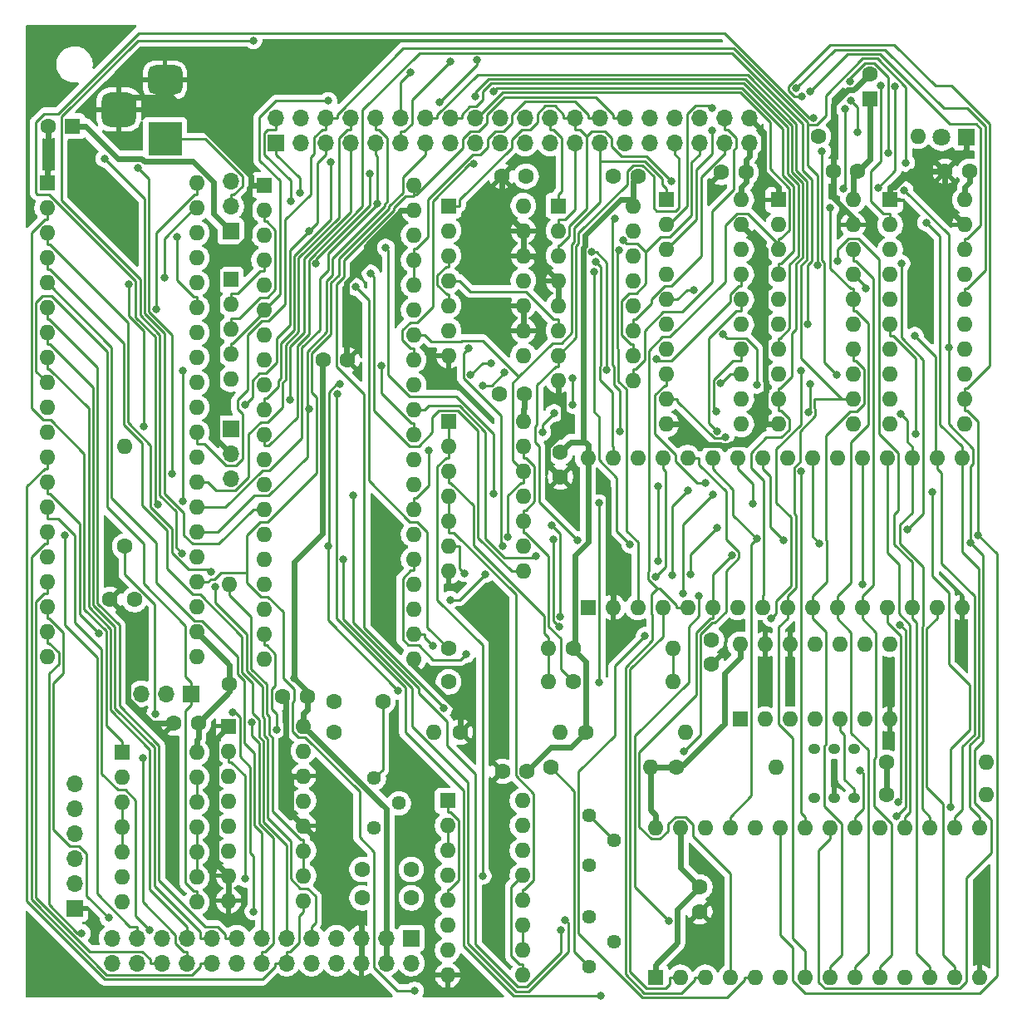
<source format=gbl>
G04 #@! TF.GenerationSoftware,KiCad,Pcbnew,9.0.0*
G04 #@! TF.CreationDate,2025-04-04T21:25:26+09:00*
G04 #@! TF.ProjectId,K68-CPUB,4b36382d-4350-4554-922e-6b696361645f,rev?*
G04 #@! TF.SameCoordinates,PX5f5e100PY8f0d180*
G04 #@! TF.FileFunction,Copper,L2,Bot*
G04 #@! TF.FilePolarity,Positive*
%FSLAX46Y46*%
G04 Gerber Fmt 4.6, Leading zero omitted, Abs format (unit mm)*
G04 Created by KiCad (PCBNEW 9.0.0) date 2025-04-04 21:25:26*
%MOMM*%
%LPD*%
G01*
G04 APERTURE LIST*
G04 Aperture macros list*
%AMRoundRect*
0 Rectangle with rounded corners*
0 $1 Rounding radius*
0 $2 $3 $4 $5 $6 $7 $8 $9 X,Y pos of 4 corners*
0 Add a 4 corners polygon primitive as box body*
4,1,4,$2,$3,$4,$5,$6,$7,$8,$9,$2,$3,0*
0 Add four circle primitives for the rounded corners*
1,1,$1+$1,$2,$3*
1,1,$1+$1,$4,$5*
1,1,$1+$1,$6,$7*
1,1,$1+$1,$8,$9*
0 Add four rect primitives between the rounded corners*
20,1,$1+$1,$2,$3,$4,$5,0*
20,1,$1+$1,$4,$5,$6,$7,0*
20,1,$1+$1,$6,$7,$8,$9,0*
20,1,$1+$1,$8,$9,$2,$3,0*%
G04 Aperture macros list end*
G04 #@! TA.AperFunction,ComponentPad*
%ADD10C,1.600000*%
G04 #@! TD*
G04 #@! TA.AperFunction,ComponentPad*
%ADD11R,1.600000X1.600000*%
G04 #@! TD*
G04 #@! TA.AperFunction,ComponentPad*
%ADD12R,1.700000X1.700000*%
G04 #@! TD*
G04 #@! TA.AperFunction,ComponentPad*
%ADD13O,1.700000X1.700000*%
G04 #@! TD*
G04 #@! TA.AperFunction,ComponentPad*
%ADD14O,1.600000X1.600000*%
G04 #@! TD*
G04 #@! TA.AperFunction,ComponentPad*
%ADD15C,1.440000*%
G04 #@! TD*
G04 #@! TA.AperFunction,ComponentPad*
%ADD16O,1.200000X1.100000*%
G04 #@! TD*
G04 #@! TA.AperFunction,ComponentPad*
%ADD17R,1.800000X1.800000*%
G04 #@! TD*
G04 #@! TA.AperFunction,ComponentPad*
%ADD18C,1.800000*%
G04 #@! TD*
G04 #@! TA.AperFunction,ComponentPad*
%ADD19R,3.500000X3.500000*%
G04 #@! TD*
G04 #@! TA.AperFunction,ComponentPad*
%ADD20RoundRect,0.750000X-1.000000X0.750000X-1.000000X-0.750000X1.000000X-0.750000X1.000000X0.750000X0*%
G04 #@! TD*
G04 #@! TA.AperFunction,ComponentPad*
%ADD21RoundRect,0.875000X-0.875000X0.875000X-0.875000X-0.875000X0.875000X-0.875000X0.875000X0.875000X0*%
G04 #@! TD*
G04 #@! TA.AperFunction,ViaPad*
%ADD22C,0.800000*%
G04 #@! TD*
G04 #@! TA.AperFunction,Conductor*
%ADD23C,0.250000*%
G04 #@! TD*
G04 #@! TA.AperFunction,Conductor*
%ADD24C,0.600000*%
G04 #@! TD*
G04 APERTURE END LIST*
D10*
X34800000Y13500000D03*
X39800000Y13500000D03*
X49100000Y23500000D03*
X51600000Y23500000D03*
X70400000Y34400000D03*
X70400000Y36900000D03*
X34800000Y10600000D03*
X39800000Y10600000D03*
X33300000Y65400000D03*
X30800000Y65400000D03*
X15600000Y28400000D03*
X18100000Y28400000D03*
X31900000Y30600000D03*
X36900000Y30600000D03*
X26700000Y31100000D03*
X29200000Y31100000D03*
X9100000Y41000000D03*
X11600000Y41000000D03*
X69200000Y9200000D03*
X69200000Y11700000D03*
D11*
X86500000Y92000000D03*
D10*
X86500000Y94500000D03*
X55000000Y53500000D03*
X55000000Y56000000D03*
D12*
X39800000Y6500000D03*
D13*
X39800000Y3960000D03*
X37260000Y6500000D03*
X37260000Y3960000D03*
X34720000Y6500000D03*
X34720000Y3960000D03*
X32180000Y6500000D03*
X32180000Y3960000D03*
X29640000Y6500000D03*
X29640000Y3960000D03*
X27100000Y6500000D03*
X27100000Y3960000D03*
X24560000Y6500000D03*
X24560000Y3960000D03*
X22020000Y6500000D03*
X22020000Y3960000D03*
X19480000Y6500000D03*
X19480000Y3960000D03*
X16940000Y6500000D03*
X16940000Y3960000D03*
X14400000Y6500000D03*
X14400000Y3960000D03*
X11860000Y6500000D03*
X11860000Y3960000D03*
X9320000Y6500000D03*
X9320000Y3960000D03*
D12*
X5500000Y9500000D03*
D13*
X5500000Y12040000D03*
X5500000Y14580000D03*
X5500000Y17120000D03*
X5500000Y19660000D03*
X5500000Y22200000D03*
D10*
X57600000Y27500000D03*
D14*
X67760000Y27500000D03*
D10*
X66800000Y23900000D03*
D14*
X76960000Y23900000D03*
D10*
X54000000Y23900000D03*
D14*
X64160000Y23900000D03*
D10*
X88200000Y21100000D03*
D14*
X98360000Y21100000D03*
D10*
X88200000Y24400000D03*
D14*
X98360000Y24400000D03*
D10*
X43600000Y32600000D03*
D14*
X53760000Y32600000D03*
D10*
X43600000Y36000000D03*
D14*
X53760000Y36000000D03*
D10*
X56300000Y36000000D03*
D14*
X66460000Y36000000D03*
D10*
X56300000Y32600000D03*
D14*
X66460000Y32600000D03*
D10*
X31900000Y27500000D03*
D14*
X42060000Y27500000D03*
D10*
X44800000Y27500000D03*
D14*
X54960000Y27500000D03*
D10*
X21300000Y32400000D03*
D14*
X21300000Y42560000D03*
D11*
X21400000Y73600000D03*
D14*
X21400000Y71060000D03*
X21400000Y68520000D03*
X21400000Y65980000D03*
X21400000Y63440000D03*
D15*
X57900000Y13900000D03*
X60440000Y16440000D03*
X57900000Y18980000D03*
X57900000Y3600000D03*
X60440000Y6140000D03*
X57900000Y8680000D03*
X36000000Y17700000D03*
X38540000Y20240000D03*
X36000000Y22780000D03*
D11*
X43500000Y20500000D03*
D14*
X43500000Y17960000D03*
X43500000Y15420000D03*
X43500000Y12880000D03*
X43500000Y10340000D03*
X43500000Y7800000D03*
X43500000Y5260000D03*
X43500000Y2720000D03*
X51120000Y2720000D03*
X51120000Y5260000D03*
X51120000Y7800000D03*
X51120000Y10340000D03*
X51120000Y12880000D03*
X51120000Y15420000D03*
X51120000Y17960000D03*
X51120000Y20500000D03*
D11*
X73300000Y28800000D03*
D14*
X75840000Y28800000D03*
X78380000Y28800000D03*
X80920000Y28800000D03*
X83460000Y28800000D03*
X86000000Y28800000D03*
X88540000Y28800000D03*
X88540000Y36420000D03*
X86000000Y36420000D03*
X83460000Y36420000D03*
X80920000Y36420000D03*
X78380000Y36420000D03*
X75840000Y36420000D03*
X73300000Y36420000D03*
D11*
X43600000Y59100000D03*
D14*
X43600000Y56560000D03*
X43600000Y54020000D03*
X43600000Y51480000D03*
X43600000Y48940000D03*
X43600000Y46400000D03*
X43600000Y43860000D03*
X51220000Y43860000D03*
X51220000Y46400000D03*
X51220000Y48940000D03*
X51220000Y51480000D03*
X51220000Y54020000D03*
X51220000Y56560000D03*
X51220000Y59100000D03*
D11*
X10300000Y25400000D03*
D14*
X10300000Y22860000D03*
X10300000Y20320000D03*
X10300000Y17780000D03*
X10300000Y15240000D03*
X10300000Y12700000D03*
X10300000Y10160000D03*
X17920000Y10160000D03*
X17920000Y12700000D03*
X17920000Y15240000D03*
X17920000Y17780000D03*
X17920000Y20320000D03*
X17920000Y22860000D03*
X17920000Y25400000D03*
D11*
X21200000Y28100000D03*
D14*
X21200000Y25560000D03*
X21200000Y23020000D03*
X21200000Y20480000D03*
X21200000Y17940000D03*
X21200000Y15400000D03*
X21200000Y12860000D03*
X21200000Y10320000D03*
X28820000Y10320000D03*
X28820000Y12860000D03*
X28820000Y15400000D03*
X28820000Y17940000D03*
X28820000Y20480000D03*
X28820000Y23020000D03*
X28820000Y25560000D03*
X28820000Y28100000D03*
D11*
X64700000Y2500000D03*
D14*
X67240000Y2500000D03*
X69780000Y2500000D03*
X72320000Y2500000D03*
X74860000Y2500000D03*
X77400000Y2500000D03*
X79940000Y2500000D03*
X82480000Y2500000D03*
X85020000Y2500000D03*
X87560000Y2500000D03*
X90100000Y2500000D03*
X92640000Y2500000D03*
X95180000Y2500000D03*
X97720000Y2500000D03*
X97720000Y17740000D03*
X95180000Y17740000D03*
X92640000Y17740000D03*
X90100000Y17740000D03*
X87560000Y17740000D03*
X85020000Y17740000D03*
X82480000Y17740000D03*
X79940000Y17740000D03*
X77400000Y17740000D03*
X74860000Y17740000D03*
X72320000Y17740000D03*
X69780000Y17740000D03*
X67240000Y17740000D03*
X64700000Y17740000D03*
D11*
X57800000Y40200000D03*
D14*
X60340000Y40200000D03*
X62880000Y40200000D03*
X65420000Y40200000D03*
X67960000Y40200000D03*
X70500000Y40200000D03*
X73040000Y40200000D03*
X75580000Y40200000D03*
X78120000Y40200000D03*
X80660000Y40200000D03*
X83200000Y40200000D03*
X85740000Y40200000D03*
X88280000Y40200000D03*
X90820000Y40200000D03*
X93360000Y40200000D03*
X95900000Y40200000D03*
X95900000Y55440000D03*
X93360000Y55440000D03*
X90820000Y55440000D03*
X88280000Y55440000D03*
X85740000Y55440000D03*
X83200000Y55440000D03*
X80660000Y55440000D03*
X78120000Y55440000D03*
X75580000Y55440000D03*
X73040000Y55440000D03*
X70500000Y55440000D03*
X67960000Y55440000D03*
X65420000Y55440000D03*
X62880000Y55440000D03*
X60340000Y55440000D03*
X57800000Y55440000D03*
D16*
X80900000Y25800000D03*
X82900000Y25800000D03*
X84900000Y25800000D03*
X80900000Y20800000D03*
X82900000Y20800000D03*
X84900000Y20800000D03*
D11*
X24800000Y83200000D03*
D14*
X24800000Y80660000D03*
X24800000Y78120000D03*
X24800000Y75580000D03*
X24800000Y73040000D03*
X24800000Y70500000D03*
X24800000Y67960000D03*
X24800000Y65420000D03*
X24800000Y62880000D03*
X24800000Y60340000D03*
X24800000Y57800000D03*
X24800000Y55260000D03*
X24800000Y52720000D03*
X24800000Y50180000D03*
X24800000Y47640000D03*
X24800000Y45100000D03*
X24800000Y42560000D03*
X24800000Y40020000D03*
X24800000Y37480000D03*
X24800000Y34940000D03*
X40040000Y34940000D03*
X40040000Y37480000D03*
X40040000Y40020000D03*
X40040000Y42560000D03*
X40040000Y45100000D03*
X40040000Y47640000D03*
X40040000Y50180000D03*
X40040000Y52720000D03*
X40040000Y55260000D03*
X40040000Y57800000D03*
X40040000Y60340000D03*
X40040000Y62880000D03*
X40040000Y65420000D03*
X40040000Y67960000D03*
X40040000Y70500000D03*
X40040000Y73040000D03*
X40040000Y75580000D03*
X40040000Y78120000D03*
X40040000Y80660000D03*
X40040000Y83200000D03*
D12*
X26000000Y87500000D03*
D13*
X26000000Y90040000D03*
X28540000Y87500000D03*
X28540000Y90040000D03*
X31080000Y87500000D03*
X31080000Y90040000D03*
X33620000Y87500000D03*
X33620000Y90040000D03*
X36160000Y87500000D03*
X36160000Y90040000D03*
X38700000Y87500000D03*
X38700000Y90040000D03*
X41240000Y87500000D03*
X41240000Y90040000D03*
X43780000Y87500000D03*
X43780000Y90040000D03*
X46320000Y87500000D03*
X46320000Y90040000D03*
X48860000Y87500000D03*
X48860000Y90040000D03*
X51400000Y87500000D03*
X51400000Y90040000D03*
X53940000Y87500000D03*
X53940000Y90040000D03*
X56480000Y87500000D03*
X56480000Y90040000D03*
X59020000Y87500000D03*
X59020000Y90040000D03*
X61560000Y87500000D03*
X61560000Y90040000D03*
X64100000Y87500000D03*
X64100000Y90040000D03*
X66640000Y87500000D03*
X66640000Y90040000D03*
X69180000Y87500000D03*
X69180000Y90040000D03*
X71720000Y87500000D03*
X71720000Y90040000D03*
X74260000Y87500000D03*
X74260000Y90040000D03*
D11*
X88600000Y81700000D03*
D14*
X88600000Y79160000D03*
X88600000Y76620000D03*
X88600000Y74080000D03*
X88600000Y71540000D03*
X88600000Y69000000D03*
X88600000Y66460000D03*
X88600000Y63920000D03*
X88600000Y61380000D03*
X88600000Y58840000D03*
X96220000Y58840000D03*
X96220000Y61380000D03*
X96220000Y63920000D03*
X96220000Y66460000D03*
X96220000Y69000000D03*
X96220000Y71540000D03*
X96220000Y74080000D03*
X96220000Y76620000D03*
X96220000Y79160000D03*
X96220000Y81700000D03*
D11*
X43600000Y81100000D03*
D14*
X43600000Y78560000D03*
X43600000Y76020000D03*
X43600000Y73480000D03*
X43600000Y70940000D03*
X43600000Y68400000D03*
X43600000Y65860000D03*
X51220000Y65860000D03*
X51220000Y68400000D03*
X51220000Y70940000D03*
X51220000Y73480000D03*
X51220000Y76020000D03*
X51220000Y78560000D03*
X51220000Y81100000D03*
D11*
X54800000Y81100000D03*
D14*
X54800000Y78560000D03*
X54800000Y76020000D03*
X54800000Y73480000D03*
X54800000Y70940000D03*
X54800000Y68400000D03*
X54800000Y65860000D03*
X54800000Y63320000D03*
X62420000Y63320000D03*
X62420000Y65860000D03*
X62420000Y68400000D03*
X62420000Y70940000D03*
X62420000Y73480000D03*
X62420000Y76020000D03*
X62420000Y78560000D03*
X62420000Y81100000D03*
D11*
X65800000Y81700000D03*
D14*
X65800000Y79160000D03*
X65800000Y76620000D03*
X65800000Y74080000D03*
X65800000Y71540000D03*
X65800000Y69000000D03*
X65800000Y66460000D03*
X65800000Y63920000D03*
X65800000Y61380000D03*
X65800000Y58840000D03*
X73420000Y58840000D03*
X73420000Y61380000D03*
X73420000Y63920000D03*
X73420000Y66460000D03*
X73420000Y69000000D03*
X73420000Y71540000D03*
X73420000Y74080000D03*
X73420000Y76620000D03*
X73420000Y79160000D03*
X73420000Y81700000D03*
D10*
X49000000Y84100000D03*
X51500000Y84100000D03*
X60400000Y84100000D03*
X62900000Y84100000D03*
X71400000Y84500000D03*
X73900000Y84500000D03*
X82800000Y84600000D03*
X85300000Y84600000D03*
X94200000Y84600000D03*
X96700000Y84600000D03*
D11*
X77200000Y81700000D03*
D14*
X77200000Y79160000D03*
X77200000Y76620000D03*
X77200000Y74080000D03*
X77200000Y71540000D03*
X77200000Y69000000D03*
X77200000Y66460000D03*
X77200000Y63920000D03*
X77200000Y61380000D03*
X77200000Y58840000D03*
X84820000Y58840000D03*
X84820000Y61380000D03*
X84820000Y63920000D03*
X84820000Y66460000D03*
X84820000Y69000000D03*
X84820000Y71540000D03*
X84820000Y74080000D03*
X84820000Y76620000D03*
X84820000Y79160000D03*
X84820000Y81700000D03*
D11*
X5300000Y89200000D03*
D10*
X2800000Y89200000D03*
D17*
X96400000Y88100000D03*
D18*
X93860000Y88100000D03*
D19*
X14700000Y87900000D03*
D20*
X14700000Y93900000D03*
D21*
X10000000Y90900000D03*
D10*
X81300000Y88200000D03*
D14*
X91460000Y88200000D03*
D12*
X21400000Y78500000D03*
D13*
X21400000Y81040000D03*
X21400000Y83580000D03*
D11*
X2700000Y83400000D03*
D14*
X2700000Y80860000D03*
X2700000Y78320000D03*
X2700000Y75780000D03*
X2700000Y73240000D03*
X2700000Y70700000D03*
X2700000Y68160000D03*
X2700000Y65620000D03*
X2700000Y63080000D03*
X2700000Y60540000D03*
X2700000Y58000000D03*
X2700000Y55460000D03*
X2700000Y52920000D03*
X2700000Y50380000D03*
X2700000Y47840000D03*
X2700000Y45300000D03*
X2700000Y42760000D03*
X2700000Y40220000D03*
X2700000Y37680000D03*
X2700000Y35140000D03*
X17940000Y35140000D03*
X17940000Y37680000D03*
X17940000Y40220000D03*
X17940000Y42760000D03*
X17940000Y45300000D03*
X17940000Y47840000D03*
X17940000Y50380000D03*
X17940000Y52920000D03*
X17940000Y55460000D03*
X17940000Y58000000D03*
X17940000Y60540000D03*
X17940000Y63080000D03*
X17940000Y65620000D03*
X17940000Y68160000D03*
X17940000Y70700000D03*
X17940000Y73240000D03*
X17940000Y75780000D03*
X17940000Y78320000D03*
X17940000Y80860000D03*
X17940000Y83400000D03*
D10*
X48800000Y61900000D03*
X51300000Y61900000D03*
X10600000Y46400000D03*
D14*
X10600000Y56560000D03*
D12*
X21400000Y58400000D03*
D13*
X21400000Y55860000D03*
X21400000Y53320000D03*
D12*
X17380000Y31400000D03*
D13*
X14840000Y31400000D03*
X12300000Y31400000D03*
D22*
X27866600Y32935900D03*
X56062600Y58786500D03*
X36500000Y40500000D03*
X2000000Y98000000D03*
X59357900Y52885000D03*
X92000000Y71000000D03*
X7500000Y82000000D03*
X6229900Y6999000D03*
X14626700Y73820700D03*
X8967200Y8562600D03*
X4486400Y47560300D03*
X13801300Y70604500D03*
X13713400Y29350500D03*
X12443500Y24845000D03*
X13130000Y7317800D03*
X23549300Y28483900D03*
X7973800Y37516200D03*
X23729200Y9220200D03*
X21569700Y29515200D03*
X19430400Y43794000D03*
X19834800Y42306100D03*
X22865200Y12579200D03*
X80796100Y90075300D03*
X13975500Y50689500D03*
X61386200Y77612000D03*
X56727300Y47032500D03*
X85525300Y23601000D03*
X31349800Y91775000D03*
X43093000Y29923700D03*
X35585400Y84368800D03*
X30088100Y75192000D03*
X49640700Y47392800D03*
X31318100Y46456300D03*
X38480000Y31700300D03*
X32498800Y62960400D03*
X47082000Y12847000D03*
X41566500Y56200100D03*
X53144100Y58032000D03*
X54340900Y59979400D03*
X64691900Y43328900D03*
X35668700Y74194900D03*
X27495400Y81534800D03*
X37206700Y76828100D03*
X28416300Y82383400D03*
X48162900Y51759300D03*
X79534700Y54031800D03*
X34095200Y72847200D03*
X45225500Y43675700D03*
X26080100Y27763200D03*
X58946800Y50797400D03*
X58946800Y32554900D03*
X91208200Y57839700D03*
X12502500Y58644200D03*
X10986800Y73127900D03*
X64948500Y52511600D03*
X70972100Y58139600D03*
X64948500Y44900100D03*
X52505800Y45405500D03*
X70882900Y60162600D03*
X89120000Y93264000D03*
X87377300Y82957700D03*
X45380100Y35424600D03*
X54250900Y47129900D03*
X54870300Y38201200D03*
X71312600Y63048100D03*
X77736600Y46986800D03*
X79601100Y92204600D03*
X97585600Y47555700D03*
X94559700Y66634400D03*
X96804500Y46739200D03*
X90032600Y82712500D03*
X81390900Y46695500D03*
X79038100Y93056200D03*
X92904000Y51952100D03*
X74603700Y50764300D03*
X94743800Y19845700D03*
X80479400Y92757400D03*
X75012900Y47155200D03*
X88376400Y86498900D03*
X84477300Y93776200D03*
X46465700Y95952800D03*
X72457800Y45522500D03*
X42663900Y91620400D03*
X89738500Y75218100D03*
X90308800Y48094200D03*
X63601900Y37283500D03*
X79506900Y64263200D03*
X76503300Y39095200D03*
X32245200Y61960200D03*
X59149700Y636200D03*
X89417600Y20332600D03*
X70411800Y91041500D03*
X66016400Y8253900D03*
X46304700Y92198600D03*
X69105400Y41325100D03*
X70450000Y88770000D03*
X83237500Y75505500D03*
X62112000Y46590500D03*
X58406700Y74364300D03*
X22860400Y60855300D03*
X29350700Y78496100D03*
X40169500Y1152600D03*
X81180300Y75017500D03*
X68603300Y72518300D03*
X90212100Y85484400D03*
X92279200Y79385200D03*
X83994700Y90967000D03*
X39752100Y94711300D03*
X83853100Y82856900D03*
X82511800Y80865000D03*
X15940200Y77935400D03*
X55067000Y7346800D03*
X91104900Y67846500D03*
X27443100Y61372800D03*
X33886900Y51582700D03*
X84553900Y91849800D03*
X43809600Y95805400D03*
X85239800Y88583800D03*
X89690500Y59905600D03*
X55466700Y8365000D03*
X32892100Y45062100D03*
X36312900Y81337800D03*
X69736600Y52841200D03*
X58191300Y76379700D03*
X59739800Y64391400D03*
X89257400Y18954800D03*
X47059500Y62797900D03*
X56229800Y63530500D03*
X29414500Y60381100D03*
X71794000Y57547000D03*
X89586300Y38400700D03*
X49327500Y64113600D03*
X85773200Y42559100D03*
X56265900Y60830500D03*
X66299600Y83576100D03*
X58619800Y75381400D03*
X61009400Y76574500D03*
X80420300Y62951400D03*
X61013700Y58124300D03*
X80265300Y60081900D03*
X60523600Y79824100D03*
X67556700Y25515400D03*
X83182000Y63875600D03*
X70568200Y51664500D03*
X67511900Y41612800D03*
X81653700Y86638900D03*
X45604200Y66576700D03*
X67957700Y52095500D03*
X66357400Y43444800D03*
X49155700Y46410400D03*
X80218400Y69000000D03*
X46195000Y85352800D03*
X15415200Y53842000D03*
X11921200Y84996500D03*
X86077900Y72712500D03*
X23697400Y97951800D03*
X16472800Y45712400D03*
X45829900Y63841200D03*
X64747500Y65487300D03*
X47935500Y65097200D03*
X41980100Y36301200D03*
X54117300Y48587700D03*
X54976000Y39208500D03*
X43756700Y40965800D03*
X70994100Y48330500D03*
X47338100Y43579900D03*
X68279600Y43566700D03*
X31578200Y85544700D03*
X48170300Y92719700D03*
X8541300Y85895400D03*
X36713200Y64844500D03*
X71538000Y67992500D03*
X75050800Y62865000D03*
X87625100Y93350700D03*
X16481800Y64339700D03*
X16481800Y50987600D03*
D23*
X57900000Y18980000D02*
X60440000Y16440000D01*
D24*
X29200000Y31602500D02*
X27866600Y32935900D01*
X28820000Y29400100D02*
X29200000Y29780100D01*
X5300000Y89200000D02*
X6600100Y89200000D01*
X74260000Y87500000D02*
X74260000Y86149900D01*
X18100000Y26880100D02*
X17920000Y26700100D01*
X62420000Y81100000D02*
X62420000Y81750100D01*
X96220000Y81700000D02*
X96220000Y83000100D01*
X21300000Y32400000D02*
X21300000Y34320000D01*
X12583500Y85607200D02*
X12294100Y85896600D01*
X17920000Y25400000D02*
X17920000Y26700100D01*
X12294100Y85896600D02*
X9903500Y85896600D01*
X96700000Y83480100D02*
X96220000Y83000100D01*
X51300000Y60480100D02*
X51300000Y61900000D01*
X88200000Y21100000D02*
X88200000Y24400000D01*
X30764700Y65364700D02*
X30800000Y65400000D01*
X62420000Y81750100D02*
X62420000Y82400100D01*
X57290700Y57050000D02*
X56050000Y57050000D01*
X71700200Y33520100D02*
X73300000Y35119900D01*
X28820000Y28100000D02*
X37260000Y19660000D01*
X56050000Y57050000D02*
X55000000Y56000000D01*
X84820000Y84120000D02*
X84820000Y83000100D01*
X64700000Y2500000D02*
X64700000Y3800100D01*
X51220000Y59100000D02*
X51220000Y60400100D01*
X57621500Y34678500D02*
X57621500Y27521500D01*
X56600000Y35700000D02*
X56499800Y35800200D01*
X57621500Y27521500D02*
X57600000Y27500000D01*
X56063600Y25963600D02*
X54063600Y25963600D01*
X57800000Y56740100D02*
X57490100Y57050000D01*
X19626200Y83557800D02*
X17576800Y85607200D01*
X73300000Y36420000D02*
X73300000Y35119900D01*
X56300000Y36000000D02*
X56600000Y35700000D01*
X18100000Y28400000D02*
X21300000Y31600000D01*
X85300000Y84600000D02*
X86500000Y85800000D01*
X66916500Y9416500D02*
X69200000Y11700000D01*
X21300000Y34320000D02*
X17940000Y37680000D01*
X66800000Y23900000D02*
X67260900Y23900000D01*
X67260900Y23900000D02*
X71700200Y28339300D01*
X29200000Y29780100D02*
X29200000Y31100000D01*
X73900000Y85789900D02*
X73900000Y84500000D01*
X64160000Y19580100D02*
X64160000Y23900000D01*
X37260000Y3960000D02*
X37260000Y6500000D01*
X27866600Y44800700D02*
X30764700Y47698800D01*
X21400000Y78500000D02*
X19626200Y80273800D01*
X73900000Y83480100D02*
X73420000Y83000100D01*
X85300000Y84600000D02*
X84820000Y84120000D01*
X57800000Y55440000D02*
X57800000Y54139900D01*
X62420000Y83620000D02*
X62420000Y82400100D01*
X57600000Y27500000D02*
X56063600Y25963600D01*
X84820000Y81700000D02*
X84820000Y83000100D01*
X57290700Y76819000D02*
X57290700Y57050000D01*
X74260000Y86149900D02*
X73900000Y85789900D01*
X28820000Y28100000D02*
X28820000Y29400100D01*
X9903500Y85896600D02*
X6600100Y89200000D01*
X17576800Y85607200D02*
X12583500Y85607200D01*
X96700000Y84600000D02*
X96700000Y83480100D01*
X57800000Y46832100D02*
X57800000Y54139900D01*
X19626200Y80273800D02*
X19626200Y83557800D01*
X29200000Y31100000D02*
X29200000Y31602500D01*
X57800000Y55440000D02*
X57800000Y56740100D01*
X67240000Y13660000D02*
X67240000Y17740000D01*
X27866600Y32935900D02*
X27866600Y44800700D01*
X56499800Y45531900D02*
X57800000Y46832100D01*
X73900000Y84500000D02*
X73900000Y83480100D01*
X62900000Y84100000D02*
X62420000Y83620000D01*
X57490100Y77018400D02*
X57290700Y76819000D01*
X64700000Y19040100D02*
X64160000Y19580100D01*
X57490100Y57050000D02*
X57290700Y57050000D01*
X57490100Y78082700D02*
X57490100Y77018400D01*
X86500000Y92000000D02*
X86500000Y90699900D01*
X62420000Y81750100D02*
X61157500Y81750100D01*
X64700000Y17740000D02*
X64700000Y19040100D01*
X64160000Y23900000D02*
X65460100Y23900000D01*
X65460100Y23900000D02*
X66800000Y23900000D01*
X37260000Y19660000D02*
X37260000Y6500000D01*
X73420000Y81700000D02*
X73420000Y83000100D01*
X66916500Y6016600D02*
X66916500Y9416500D01*
X30764700Y47698800D02*
X30764700Y65364700D01*
X56600000Y35700000D02*
X57621500Y34678500D01*
X54063600Y25963600D02*
X51600000Y23500000D01*
X86500000Y85800000D02*
X86500000Y90699900D01*
X61157500Y81750100D02*
X57490100Y78082700D01*
X64700000Y3800100D02*
X66916500Y6016600D01*
X69200000Y11700000D02*
X67240000Y13660000D01*
X56499800Y35800200D02*
X56499800Y45531900D01*
X51220000Y60400100D02*
X51300000Y60480100D01*
X71700200Y28339300D02*
X71700200Y33520100D01*
X18100000Y28400000D02*
X18100000Y26880100D01*
X21300000Y31600000D02*
X21300000Y32400000D01*
X27519900Y19240100D02*
X28820000Y17940000D01*
X82800000Y84600000D02*
X82800000Y81881200D01*
X84876000Y92876000D02*
X84281200Y92876000D01*
X69150700Y56789400D02*
X71278700Y56789400D01*
X75978400Y63210400D02*
X75899900Y63288900D01*
X35244500Y75336300D02*
X35244500Y77018600D01*
X52520100Y75759900D02*
X54800000Y73480000D01*
X19868900Y26768900D02*
X19868900Y14191100D01*
X23565900Y83200000D02*
X23499900Y83200000D01*
X26980200Y23559700D02*
X27519900Y23020000D01*
X54800000Y73480000D02*
X54800000Y70940000D01*
X55934800Y58786500D02*
X56062600Y58786500D01*
X53660600Y54839400D02*
X53660600Y56512300D01*
X21200000Y12860000D02*
X21200000Y11620100D01*
X19868900Y14191100D02*
X21200000Y12860000D01*
X82800000Y81881200D02*
X84820000Y79861200D01*
X51220000Y76020000D02*
X51220000Y78560000D01*
X82800000Y91394800D02*
X82800000Y84600000D01*
X55329600Y59519500D02*
X55329600Y61490300D01*
X27519900Y23020000D02*
X27519900Y19240100D01*
X94200000Y84600000D02*
X94200000Y81180000D01*
X11275000Y92175000D02*
X10000000Y90900000D01*
X74260000Y90040000D02*
X75713100Y88586900D01*
X13389300Y28400000D02*
X10922300Y30867000D01*
X19998500Y57261500D02*
X21400000Y55860000D01*
X23565900Y83200000D02*
X23269000Y82903100D01*
X28820000Y17940000D02*
X30658400Y16101600D01*
X71278700Y56789400D02*
X71421200Y56646900D01*
X26980200Y30819800D02*
X26980200Y23559700D01*
X94200000Y84600000D02*
X96299900Y86699900D01*
X44800000Y29495700D02*
X40040000Y34255700D01*
X76100000Y58840000D02*
X75899900Y58840000D01*
X23499900Y83200000D02*
X23499900Y84078200D01*
X23269000Y82903100D02*
X23269000Y77955100D01*
X77200000Y81700000D02*
X77200000Y83000100D01*
X10922300Y30867000D02*
X10922300Y39177700D01*
X71421200Y56646900D02*
X72166900Y56646900D01*
X24800000Y83200000D02*
X23700000Y83200000D01*
X65800000Y58840000D02*
X67100100Y58840000D01*
X33300000Y65400000D02*
X33195100Y65504900D01*
X51220000Y68400000D02*
X51220000Y70940000D01*
X2800000Y84800100D02*
X2700000Y84700100D01*
X40040000Y80660000D02*
X38739900Y80660000D01*
X75899900Y76680100D02*
X73420000Y79160000D01*
X72395200Y56875200D02*
X73935100Y56875200D01*
X60340000Y40200000D02*
X60340000Y41500100D01*
X51220000Y76020000D02*
X52520100Y76020000D01*
X75899900Y62094500D02*
X75978400Y62173000D01*
X75978400Y62173000D02*
X75978400Y63210400D01*
X34720000Y3960000D02*
X34720000Y6500000D01*
X14700000Y93900000D02*
X14700000Y92175000D01*
X89047400Y83000100D02*
X88600000Y83000100D01*
X19998500Y74684600D02*
X19998500Y57261500D01*
X73935100Y56875200D02*
X75899900Y58840000D01*
X59911600Y52331300D02*
X59911600Y41928500D01*
X96299900Y86699900D02*
X96400000Y86699900D01*
X55329600Y61490300D02*
X54800000Y62019900D01*
X54800000Y63320000D02*
X54800000Y62019900D01*
X33195100Y73286900D02*
X35244500Y75336300D01*
X38739900Y80514000D02*
X38739900Y80660000D01*
X15403100Y92175000D02*
X14700000Y92175000D01*
X49000000Y84100000D02*
X49000000Y80780000D01*
X75899900Y63288900D02*
X75899900Y76680100D01*
X34720000Y6500000D02*
X34720000Y7850100D01*
X23269000Y77955100D02*
X19998500Y74684600D01*
X75713100Y84487000D02*
X77200000Y83000100D01*
X77200000Y58840000D02*
X76100000Y58840000D01*
X86500000Y94500000D02*
X84876000Y92876000D01*
X44800000Y27500000D02*
X44800000Y29495700D01*
X56062600Y58786500D02*
X55329600Y59519500D01*
X30658400Y11911700D02*
X34720000Y7850100D01*
X10922300Y39177700D02*
X9100000Y41000000D01*
X40040000Y34255700D02*
X40040000Y34940000D01*
X28820000Y23020000D02*
X27519900Y23020000D01*
X59357900Y52885000D02*
X59911600Y52331300D01*
X21200000Y28100000D02*
X19868900Y26768900D01*
X26700000Y31100000D02*
X26980200Y30819800D01*
X84820000Y79861200D02*
X84820000Y79160000D01*
X67100100Y58840000D02*
X69150700Y56789400D01*
X33195100Y65504900D02*
X33195100Y73286900D01*
X2700000Y83400000D02*
X2700000Y84700100D01*
X53660600Y56512300D02*
X55934800Y58786500D01*
X23700000Y83200000D02*
X23565900Y83200000D01*
X96400000Y88100000D02*
X96400000Y86699900D01*
X30658400Y16101600D02*
X30658400Y11911700D01*
X14700000Y92175000D02*
X11275000Y92175000D01*
X15600000Y28400000D02*
X13389300Y28400000D01*
X88600000Y81700000D02*
X88600000Y83000100D01*
X21200000Y10320000D02*
X21200000Y11620100D01*
X52520100Y76020000D02*
X52520100Y75759900D01*
X23499900Y84078200D02*
X15403100Y92175000D01*
X59911600Y41928500D02*
X60340000Y41500100D01*
X94200000Y81180000D02*
X96220000Y79160000D01*
X55000000Y53500000D02*
X53660600Y54839400D01*
X84281200Y92876000D02*
X82800000Y91394800D01*
X2800000Y89200000D02*
X2800000Y84800100D01*
X49000000Y80780000D02*
X51220000Y78560000D01*
X94200000Y84600000D02*
X90647300Y84600000D01*
X90647300Y84600000D02*
X89047400Y83000100D01*
X75899900Y58840000D02*
X75899900Y62094500D01*
X75713100Y88586900D02*
X75713100Y84487000D01*
X35244500Y77018600D02*
X38739900Y80514000D01*
X72166900Y56646900D02*
X72395200Y56875200D01*
D23*
X36900000Y23680000D02*
X36000000Y22780000D01*
X36900000Y30600000D02*
X36900000Y23680000D01*
X2916000Y36554900D02*
X2700000Y36554900D01*
X2874100Y33438100D02*
X3871900Y34435900D01*
X5793000Y6999000D02*
X2874100Y9917900D01*
X3871900Y35599000D02*
X2916000Y36554900D01*
X6229900Y6999000D02*
X5793000Y6999000D01*
X3871900Y34435900D02*
X3871900Y35599000D01*
X2874100Y9917900D02*
X2874100Y33438100D01*
X2700000Y37680000D02*
X2700000Y36554900D01*
X14626700Y77745000D02*
X17741700Y80860000D01*
X17741700Y80860000D02*
X17940000Y80860000D01*
X14626700Y73820700D02*
X14626700Y77745000D01*
X6729900Y15071200D02*
X5951100Y15850000D01*
X4327300Y33498800D02*
X4327300Y37644000D01*
X2876400Y39094900D02*
X2700000Y39094900D01*
X5036200Y15850000D02*
X3324300Y17561900D01*
X5951100Y15850000D02*
X5036200Y15850000D01*
X3324300Y17561900D02*
X3324300Y32495800D01*
X4327300Y37644000D02*
X2876400Y39094900D01*
X6729900Y10799900D02*
X6729900Y15071200D01*
X2700000Y40220000D02*
X2700000Y39094900D01*
X8967200Y8562600D02*
X6729900Y10799900D01*
X3324300Y32495800D02*
X4327300Y33498800D01*
X13801300Y70604500D02*
X13801300Y78369400D01*
X11137200Y7675100D02*
X7798500Y11013800D01*
X13801300Y78369400D02*
X17706800Y82274900D01*
X7798500Y35050500D02*
X4486400Y38362600D01*
X7798500Y11013800D02*
X7798500Y35050500D01*
X17706800Y82274900D02*
X17940000Y82274900D01*
X17940000Y83400000D02*
X17940000Y82274900D01*
X11860000Y7675100D02*
X11137200Y7675100D01*
X11860000Y6500000D02*
X11860000Y7675100D01*
X4486400Y38362600D02*
X4486400Y47560300D01*
X14400000Y3960000D02*
X13224900Y3960000D01*
X1537900Y40754100D02*
X1537900Y10617500D01*
X1537900Y10617500D02*
X7006100Y5149300D01*
X12400800Y5149300D02*
X13224900Y4325200D01*
X13224900Y4325200D02*
X13224900Y3960000D01*
X2418700Y41634900D02*
X1537900Y40754100D01*
X7006100Y5149300D02*
X12400800Y5149300D01*
X2700000Y41634900D02*
X2418700Y41634900D01*
X2700000Y42760000D02*
X2700000Y41634900D01*
X2208500Y71879500D02*
X1541000Y71212000D01*
X12501300Y46658600D02*
X8783500Y50376400D01*
X16787600Y12136200D02*
X16787600Y29632500D01*
X17380000Y31400000D02*
X17380000Y32575100D01*
X8783500Y66209800D02*
X3113800Y71879500D01*
X17638700Y11285100D02*
X16787600Y12136200D01*
X17380000Y32575100D02*
X16814800Y33140300D01*
X17920000Y11285100D02*
X17638700Y11285100D01*
X12501300Y42624400D02*
X12501300Y46658600D01*
X8783500Y50376400D02*
X8783500Y66209800D01*
X3113800Y71879500D02*
X2208500Y71879500D01*
X16814800Y33140300D02*
X16814800Y38310900D01*
X17380000Y31400000D02*
X17380000Y30224900D01*
X17920000Y10160000D02*
X17920000Y11285100D01*
X1541000Y71212000D02*
X1541000Y64239000D01*
X16814800Y38310900D02*
X12501300Y42624400D01*
X16787600Y29632500D02*
X17380000Y30224900D01*
X1541000Y64239000D02*
X2700000Y63080000D01*
X16940000Y3960000D02*
X16940000Y5135100D01*
X15764900Y5942900D02*
X15764900Y6833500D01*
X15764900Y6833500D02*
X12443500Y10154900D01*
X13641800Y29422100D02*
X13713400Y29350500D01*
X16940000Y5135100D02*
X16572700Y5135100D01*
X10600000Y46400000D02*
X10600000Y43591300D01*
X16572700Y5135100D02*
X15764900Y5942900D01*
X13641800Y40549500D02*
X13641800Y29422100D01*
X10600000Y43591300D02*
X13641800Y40549500D01*
X12443500Y10154900D02*
X12443500Y24845000D01*
X9149000Y29745200D02*
X9149000Y38003000D01*
X13168600Y11446500D02*
X13168600Y25725600D01*
X6935200Y40216800D02*
X6935200Y60458700D01*
X16940000Y7675100D02*
X13168600Y11446500D01*
X2899000Y64494900D02*
X2700000Y64494900D01*
X2700000Y65620000D02*
X2700000Y64494900D01*
X9149000Y38003000D02*
X6935200Y40216800D01*
X6935200Y60458700D02*
X2899000Y64494900D01*
X16940000Y6500000D02*
X16940000Y7675100D01*
X13168600Y25725600D02*
X9149000Y29745200D01*
X2700000Y47840000D02*
X2700000Y46714900D01*
X19480000Y3960000D02*
X18304900Y3960000D01*
X1087400Y10431400D02*
X1087400Y45335500D01*
X8756400Y2762400D02*
X1087400Y10431400D01*
X18304900Y3960000D02*
X18304900Y3592800D01*
X18304900Y3592800D02*
X17474500Y2762400D01*
X1087400Y45335500D02*
X2466800Y46714900D01*
X17474500Y2762400D02*
X8756400Y2762400D01*
X2466800Y46714900D02*
X2700000Y46714900D01*
X2700000Y68160000D02*
X2700000Y67034900D01*
X2933100Y67034900D02*
X7385300Y62582700D01*
X13618700Y25944900D02*
X13618700Y11808200D01*
X13618700Y11808200D02*
X18304900Y7122000D01*
X19480000Y6500000D02*
X18304900Y6500000D01*
X7385300Y40403300D02*
X9599100Y38189500D01*
X2700000Y67034900D02*
X2933100Y67034900D01*
X9599100Y29964500D02*
X13618700Y25944900D01*
X18304900Y7122000D02*
X18304900Y6500000D01*
X7385300Y62582700D02*
X7385300Y40403300D01*
X9599100Y38189500D02*
X9599100Y29964500D01*
X8248700Y23258000D02*
X9916700Y21590000D01*
X11723700Y20525100D02*
X11723700Y8724100D01*
X9916700Y21590000D02*
X10658800Y21590000D01*
X11723700Y8724100D02*
X13130000Y7317800D01*
X3825100Y49254900D02*
X5505300Y47574700D01*
X5505300Y38671700D02*
X8248700Y35928300D01*
X5505300Y47574700D02*
X5505300Y38671700D01*
X10658800Y21590000D02*
X11723700Y20525100D01*
X2700000Y50380000D02*
X2700000Y49254900D01*
X8248700Y35928300D02*
X8248700Y23258000D01*
X2700000Y49254900D02*
X3825100Y49254900D01*
X14068800Y26131400D02*
X14068800Y12416900D01*
X14068800Y12416900D02*
X18810600Y7675100D01*
X18810600Y7675100D02*
X20037100Y7675100D01*
X7835400Y40589800D02*
X10049200Y38376000D01*
X20037100Y7675100D02*
X20844900Y6867300D01*
X2700000Y70700000D02*
X2700000Y69574900D01*
X10049200Y30151000D02*
X14068800Y26131400D01*
X2700000Y69574900D02*
X2878500Y69574900D01*
X10049200Y38376000D02*
X10049200Y30151000D01*
X22020000Y6500000D02*
X20844900Y6500000D01*
X20844900Y6867300D02*
X20844900Y6500000D01*
X2878500Y69574900D02*
X7835400Y64618000D01*
X7835400Y64618000D02*
X7835400Y40589800D01*
X2941900Y51794900D02*
X2700000Y51794900D01*
X6035000Y48701800D02*
X2941900Y51794900D01*
X25735100Y16685500D02*
X25735100Y5942900D01*
X25735100Y5942900D02*
X24927300Y5135100D01*
X2700000Y52920000D02*
X2700000Y51794900D01*
X24560000Y3960000D02*
X24560000Y5135100D01*
X24927300Y5135100D02*
X24560000Y5135100D01*
X23549300Y27133400D02*
X24274400Y26408300D01*
X7973800Y37516200D02*
X6035000Y39455000D01*
X24274400Y26408300D02*
X24274400Y18146200D01*
X24274400Y18146200D02*
X25735100Y16685500D01*
X6035000Y39455000D02*
X6035000Y48701800D01*
X23549300Y28483900D02*
X23549300Y27133400D01*
X22095300Y33410500D02*
X22095300Y35160500D01*
X24560000Y7675100D02*
X24560000Y17224000D01*
X22095300Y35160500D02*
X18450600Y38805200D01*
X18450600Y38805200D02*
X17705300Y38805200D01*
X23824300Y17959700D02*
X23824300Y25383500D01*
X22824200Y26383600D02*
X22824200Y32681600D01*
X9233700Y66706300D02*
X2700000Y73240000D01*
X24560000Y17224000D02*
X23824300Y17959700D01*
X13804500Y42706000D02*
X13804500Y46746800D01*
X9233700Y51317600D02*
X9233700Y66706300D01*
X13804500Y46746800D02*
X9233700Y51317600D01*
X23824300Y25383500D02*
X22824200Y26383600D01*
X22824200Y32681600D02*
X22095300Y33410500D01*
X24560000Y6500000D02*
X24560000Y7675100D01*
X17705300Y38805200D02*
X13804500Y42706000D01*
X27100000Y3960000D02*
X27100000Y5135100D01*
X624700Y52492800D02*
X2466800Y54334900D01*
X27465200Y5135100D02*
X27100000Y5135100D01*
X25924900Y3592800D02*
X24632300Y2300200D01*
X28820000Y9194900D02*
X28370000Y8744900D01*
X624700Y10242100D02*
X624700Y52492800D01*
X8566600Y2300200D02*
X624700Y10242100D01*
X28820000Y10320000D02*
X28820000Y9194900D01*
X28370000Y8744900D02*
X28370000Y6039900D01*
X25924900Y3960000D02*
X25924900Y3592800D01*
X24632300Y2300200D02*
X8566600Y2300200D01*
X28370000Y6039900D02*
X27465200Y5135100D01*
X2466800Y54334900D02*
X2700000Y54334900D01*
X2700000Y55460000D02*
X2700000Y54334900D01*
X27100000Y3960000D02*
X25924900Y3960000D01*
X27099900Y7675100D02*
X27100000Y7675100D01*
X2700000Y75780000D02*
X2700000Y74654900D01*
X22545400Y33597000D02*
X23659200Y32483200D01*
X12389500Y50613600D02*
X14944600Y48058500D01*
X24724500Y26594800D02*
X24724500Y18332800D01*
X17573700Y41490000D02*
X18270300Y41490000D01*
X14944600Y44119100D02*
X17573700Y41490000D01*
X27099900Y15957400D02*
X27099900Y7675100D01*
X24342100Y26977200D02*
X24724500Y26594800D01*
X27100000Y6500000D02*
X27100000Y7675100D01*
X10503700Y67102100D02*
X10503700Y58825600D01*
X23659200Y32483200D02*
X23659200Y29399600D01*
X10503700Y58825600D02*
X12389500Y56939800D01*
X14944600Y48058500D02*
X14944600Y44119100D01*
X2950900Y74654900D02*
X10503700Y67102100D01*
X23659200Y29399600D02*
X24342100Y28716700D01*
X24342100Y28716700D02*
X24342100Y26977200D01*
X2700000Y74654900D02*
X2950900Y74654900D01*
X24724500Y18332800D02*
X27099900Y15957400D01*
X22545400Y37214900D02*
X22545400Y33597000D01*
X12389500Y56939800D02*
X12389500Y50613600D01*
X18270300Y41490000D02*
X22545400Y37214900D01*
X22325100Y29034600D02*
X21844500Y29515200D01*
X23374100Y15209300D02*
X23374100Y23949700D01*
X22325100Y24998700D02*
X22325100Y29034600D01*
X23729200Y14854200D02*
X23374100Y15209300D01*
X23374100Y23949700D02*
X22325100Y24998700D01*
X23729200Y9220200D02*
X23729200Y14854200D01*
X21844500Y29515200D02*
X21569700Y29515200D01*
X15394800Y48244900D02*
X15394800Y45753300D01*
X15394800Y45753300D02*
X17118100Y44030000D01*
X29193200Y11590000D02*
X30033200Y10750000D01*
X27550200Y16368500D02*
X27550200Y12530100D01*
X27550200Y12530100D02*
X28490300Y11590000D01*
X30033200Y8068300D02*
X29640000Y7675100D01*
X28490300Y11590000D02*
X29193200Y11590000D01*
X25174600Y18744100D02*
X27550200Y16368500D01*
X24792200Y28903200D02*
X24792200Y27163700D01*
X2700000Y77194900D02*
X2933100Y77194900D01*
X19194400Y44030000D02*
X19430400Y43794000D01*
X30033200Y10750000D02*
X30033200Y8068300D01*
X24617100Y32162000D02*
X24617100Y29078300D01*
X23049700Y37500800D02*
X23049700Y33729400D01*
X19834800Y40715700D02*
X23049700Y37500800D01*
X23049700Y33729400D02*
X24617100Y32162000D01*
X17118100Y44030000D02*
X19194400Y44030000D01*
X24792200Y27163700D02*
X25174600Y26781300D01*
X13250400Y50389300D02*
X15394800Y48244900D01*
X2933100Y77194900D02*
X10954900Y69173100D01*
X24617100Y29078300D02*
X24792200Y28903200D01*
X25174600Y26781300D02*
X25174600Y18744100D01*
X13250400Y56715500D02*
X13250400Y50389300D01*
X2700000Y78320000D02*
X2700000Y77194900D01*
X19834800Y42306100D02*
X19834800Y40715700D01*
X29640000Y6500000D02*
X29640000Y7675100D01*
X10954900Y59011000D02*
X13250400Y56715500D01*
X10954900Y69173100D02*
X10954900Y59011000D01*
X21200000Y25560000D02*
X21200000Y24434900D01*
X22865200Y23025000D02*
X22865200Y12579200D01*
X21455300Y24434900D02*
X22865200Y23025000D01*
X21200000Y24434900D02*
X21455300Y24434900D01*
X1090800Y78358900D02*
X2466800Y79734900D01*
X10300000Y25400000D02*
X10300000Y26525100D01*
X2700000Y80860000D02*
X2700000Y79734900D01*
X10300000Y26525100D02*
X8698900Y28126200D01*
X8698900Y28126200D02*
X8698900Y37816500D01*
X6485100Y55829700D02*
X3044800Y59270000D01*
X2309700Y59270000D02*
X1090800Y60488900D01*
X3044800Y59270000D02*
X2309700Y59270000D01*
X1090800Y60488900D02*
X1090800Y78358900D01*
X8698900Y37816500D02*
X6485100Y40030300D01*
X2466800Y79734900D02*
X2700000Y79734900D01*
X6485100Y40030300D02*
X6485100Y55829700D01*
X71720000Y90040000D02*
X71720000Y88864900D01*
X62420000Y64445100D02*
X62653100Y64445100D01*
X63572200Y65364200D02*
X63572200Y68395800D01*
X72650000Y86768000D02*
X72917500Y87035500D01*
X65446400Y70270000D02*
X67380500Y70270000D01*
X62653100Y64445100D02*
X63572200Y65364200D01*
X72087200Y88864900D02*
X71720000Y88864900D01*
X70483000Y73372500D02*
X70483000Y80560800D01*
X62420000Y63320000D02*
X62420000Y64445100D01*
X72917500Y88034600D02*
X72087200Y88864900D01*
X72650000Y82727800D02*
X72650000Y86768000D01*
X63572200Y68395800D02*
X65446400Y70270000D01*
X70483000Y80560800D02*
X72650000Y82727800D01*
X72917500Y87035500D02*
X72917500Y88034600D01*
X67380500Y70270000D02*
X70483000Y73372500D01*
X12031200Y98697700D02*
X71734600Y98697700D01*
X71720000Y87500000D02*
X71720000Y86324900D01*
X1697700Y82274800D02*
X1574800Y82397700D01*
X13739800Y67730800D02*
X11725900Y69744700D01*
X62653100Y69525100D02*
X62420000Y69525100D01*
X64269300Y71141300D02*
X62653100Y69525100D01*
X11725900Y69744700D02*
X11725900Y73425400D01*
X2876500Y82274800D02*
X1697700Y82274800D01*
X71734600Y98697700D02*
X80357000Y90075300D01*
X69317200Y84015900D02*
X69317200Y75952500D01*
X3806300Y90472800D02*
X12031200Y98697700D01*
X71720000Y86324900D02*
X71626200Y86324900D01*
X66319500Y72954800D02*
X65623500Y72954800D01*
X11725900Y73425400D02*
X2876500Y82274800D01*
X65623500Y72954800D02*
X64269300Y71600600D01*
X13975500Y50689500D02*
X13739800Y50925200D01*
X2411600Y90472800D02*
X3806300Y90472800D01*
X1574800Y82397700D02*
X1574800Y89636000D01*
X62420000Y68400000D02*
X62420000Y69525100D01*
X13739800Y50925200D02*
X13739800Y67730800D01*
X71626200Y86324900D02*
X69317200Y84015900D01*
X69317200Y75952500D02*
X66319500Y72954800D01*
X80357000Y90075300D02*
X80796100Y90075300D01*
X1574800Y89636000D02*
X2411600Y90472800D01*
X64269300Y71600600D02*
X64269300Y71141300D01*
X61243500Y71432500D02*
X62021000Y72210000D01*
X62420000Y66985100D02*
X62186800Y66985100D01*
X62186800Y66985100D02*
X61243500Y67928400D01*
X62815300Y77264200D02*
X61734000Y77264200D01*
X62420000Y65860000D02*
X62420000Y66985100D01*
X62747400Y72210000D02*
X63695800Y73158400D01*
X62021000Y72210000D02*
X62747400Y72210000D01*
X61734000Y77264200D02*
X61386200Y77612000D01*
X63695800Y76383700D02*
X62815300Y77264200D01*
X66123300Y77890000D02*
X65202100Y77890000D01*
X69180000Y86324900D02*
X68363900Y85508800D01*
X65202100Y77890000D02*
X63695800Y76383700D01*
X69180000Y87500000D02*
X69180000Y86324900D01*
X68363900Y85508800D02*
X68363900Y80130600D01*
X61243500Y67928400D02*
X61243500Y71432500D01*
X63695800Y73158400D02*
X63695800Y76383700D01*
X68363900Y80130600D02*
X66123300Y77890000D01*
X52819700Y50940100D02*
X56727300Y47032500D01*
X56832200Y78322500D02*
X61774800Y83265100D01*
X61774800Y83265100D02*
X61774800Y84585700D01*
X85841100Y23285200D02*
X85525300Y23601000D01*
X52408600Y58601600D02*
X52408600Y56984500D01*
X85841100Y19686200D02*
X85841100Y23285200D01*
X67030500Y80860900D02*
X67030500Y85934400D01*
X61774800Y84585700D02*
X62414200Y85225100D01*
X66744400Y80574800D02*
X67030500Y80860900D01*
X85020000Y17740000D02*
X85020000Y18865100D01*
X54800000Y65860000D02*
X54800000Y64734900D01*
X85020000Y18865100D02*
X85841100Y19686200D01*
X64499500Y84108700D02*
X64499500Y80879400D01*
X52607000Y58800000D02*
X52408600Y58601600D01*
X63383100Y85225100D02*
X64499500Y84108700D01*
X54800000Y65860000D02*
X56599100Y67659100D01*
X66640000Y87500000D02*
X66640000Y86324900D01*
X52607000Y62823200D02*
X52607000Y58800000D01*
X64499500Y80879400D02*
X64804100Y80574800D01*
X64804100Y80574800D02*
X66744400Y80574800D01*
X56599100Y77011500D02*
X56832200Y77244600D01*
X56599100Y67659100D02*
X56599100Y77011500D01*
X56832200Y77244600D02*
X56832200Y78322500D01*
X52408600Y56984500D02*
X52819700Y56573400D01*
X62414200Y85225100D02*
X63383100Y85225100D01*
X52819700Y56573400D02*
X52819700Y50940100D01*
X67030500Y85934400D02*
X66640000Y86324900D01*
X54800000Y64734900D02*
X54518700Y64734900D01*
X54518700Y64734900D02*
X52607000Y62823200D01*
X26394100Y72094100D02*
X24800000Y70500000D01*
X26016000Y91775000D02*
X24334500Y90093500D01*
X21634700Y67105100D02*
X21400000Y67105100D01*
X24800000Y70500000D02*
X24800000Y70031800D01*
X24334500Y90093500D02*
X24334500Y85726900D01*
X26394100Y83667300D02*
X26394100Y72094100D01*
X24800000Y70031800D02*
X24561400Y70031800D01*
X24561400Y70031800D02*
X21634700Y67105100D01*
X21400000Y65980000D02*
X21400000Y67105100D01*
X31349800Y91775000D02*
X26016000Y91775000D01*
X24334500Y85726900D02*
X26394100Y83667300D01*
X32905100Y73881000D02*
X32905100Y75563300D01*
X61560000Y90040000D02*
X60384900Y90040000D01*
X40040000Y83200000D02*
X40040000Y82245700D01*
X39220800Y82074900D02*
X40040000Y82074900D01*
X32167800Y64737900D02*
X32167800Y73143700D01*
X40040000Y82245700D02*
X40283400Y82245700D01*
X47495200Y90382500D02*
X49301600Y92188900D01*
X40040000Y82245700D02*
X40040000Y82074900D01*
X38006200Y80664400D02*
X38006200Y80860300D01*
X45777500Y88675200D02*
X46671800Y88675200D01*
X35000700Y61905000D02*
X32167800Y64737900D01*
X46671800Y88675200D02*
X47495200Y89498600D01*
X45050000Y87947700D02*
X45777500Y88675200D01*
X60384900Y90415400D02*
X60384900Y90040000D01*
X43093000Y30042700D02*
X35000700Y38135000D01*
X43093000Y29923700D02*
X43093000Y30042700D01*
X38006200Y80860300D02*
X39220800Y82074900D01*
X32167800Y73143700D02*
X32905100Y73881000D01*
X45050000Y87012300D02*
X45050000Y87947700D01*
X35000700Y38135000D02*
X35000700Y61905000D01*
X32905100Y75563300D02*
X38006200Y80664400D01*
X47495200Y89498600D02*
X47495200Y90382500D01*
X58611400Y92188900D02*
X60384900Y90415400D01*
X49301600Y92188900D02*
X58611400Y92188900D01*
X40283400Y82245700D02*
X45050000Y87012300D01*
X30088100Y75661500D02*
X30088100Y75192000D01*
X24375000Y74454900D02*
X24800000Y74454900D01*
X35585400Y84368800D02*
X35585400Y81158800D01*
X21400000Y72185100D02*
X22105200Y72185100D01*
X35585400Y81158800D02*
X30088100Y75661500D01*
X22105200Y72185100D02*
X24375000Y74454900D01*
X21400000Y71060000D02*
X21400000Y72185100D01*
X24800000Y75580000D02*
X24800000Y74454900D01*
X50094800Y55145200D02*
X50094800Y63029600D01*
X59020000Y81528400D02*
X59020000Y85675300D01*
X55123300Y67130000D02*
X56149000Y68155700D01*
X56149000Y68155700D02*
X56149000Y77198000D01*
X47116300Y67350300D02*
X44954500Y67350300D01*
X50765900Y63700700D02*
X54195200Y67130000D01*
X59020000Y87500000D02*
X59020000Y85675300D01*
X50765900Y63700700D02*
X47116300Y67350300D01*
X63586600Y85675300D02*
X59020000Y85675300D01*
X54195200Y67130000D02*
X55123300Y67130000D01*
X56149000Y77198000D02*
X56381800Y77430800D01*
X49640700Y51596900D02*
X50938700Y52894900D01*
X65800000Y82825100D02*
X65399800Y83225300D01*
X56381800Y77430800D02*
X56381800Y78890200D01*
X51220000Y54020000D02*
X51220000Y52894900D01*
X56381800Y78890200D02*
X59020000Y81528400D01*
X44865800Y67261600D02*
X41863500Y67261600D01*
X41863500Y67261600D02*
X41165100Y67960000D01*
X50938700Y52894900D02*
X51220000Y52894900D01*
X65399800Y83862100D02*
X63586600Y85675300D01*
X40040000Y67960000D02*
X41165100Y67960000D01*
X49640700Y47392800D02*
X49640700Y51596900D01*
X51220000Y54020000D02*
X50094800Y55145200D01*
X44954500Y67350300D02*
X44865800Y67261600D01*
X65800000Y81700000D02*
X65800000Y82825100D01*
X50094800Y63029600D02*
X50765900Y63700700D01*
X65399800Y83225300D02*
X65399800Y83862100D01*
X47590000Y87071300D02*
X47590000Y87930900D01*
X51220000Y48940000D02*
X51220000Y47814900D01*
X51501300Y55434900D02*
X52369500Y54566700D01*
X50035200Y89514300D02*
X50035200Y90339300D01*
X49196100Y88675200D02*
X50035200Y89514300D01*
X51220000Y47814900D02*
X51434900Y47814900D01*
X55032500Y33867500D02*
X56300000Y32600000D01*
X57844900Y90407300D02*
X57844900Y90040000D01*
X47590000Y87930900D02*
X48334300Y88675200D01*
X41537700Y77969700D02*
X41537700Y81757300D01*
X52369500Y50981500D02*
X51453100Y50065100D01*
X52369500Y54566700D02*
X52369500Y50981500D01*
X32220000Y62960400D02*
X31389800Y62130200D01*
X50035200Y90339300D02*
X51434700Y91738800D01*
X51220000Y56560000D02*
X51220000Y55434900D01*
X48334300Y88675200D02*
X49196100Y88675200D01*
X51220000Y55434900D02*
X51501300Y55434900D01*
X59020000Y90040000D02*
X57844900Y90040000D01*
X56513400Y91738800D02*
X57844900Y90407300D01*
X46843500Y86324800D02*
X47590000Y87071300D01*
X31318100Y38862200D02*
X38480000Y31700300D01*
X31318100Y46456300D02*
X31318100Y38862200D01*
X41537700Y81757300D02*
X46105200Y86324800D01*
X51220000Y49502600D02*
X51220000Y50065100D01*
X31389800Y62130200D02*
X31389800Y46528000D01*
X51453100Y50065100D02*
X51220000Y50065100D01*
X40040000Y73040000D02*
X40040000Y75580000D01*
X51434900Y47814900D02*
X53800800Y45449000D01*
X32498800Y62960400D02*
X32220000Y62960400D01*
X53800800Y45449000D02*
X53800800Y38245400D01*
X51434700Y91738800D02*
X56513400Y91738800D01*
X31389800Y46528000D02*
X31318100Y46456300D01*
X53800800Y38245400D02*
X55032500Y37013700D01*
X51220000Y49502600D02*
X51220000Y48940000D01*
X40040000Y76705100D02*
X40273100Y76705100D01*
X40040000Y75580000D02*
X40040000Y76705100D01*
X40273100Y76705100D02*
X41537700Y77969700D01*
X55032500Y37013700D02*
X55032500Y33867500D01*
X46105200Y86324800D02*
X46843500Y86324800D01*
X21400000Y81040000D02*
X21400000Y82215100D01*
X21697100Y82215100D02*
X21400000Y82215100D01*
X14700000Y87900000D02*
X16775100Y87900000D01*
X18793400Y87900000D02*
X22585700Y84107700D01*
X22585700Y83103700D02*
X21697100Y82215100D01*
X22585700Y84107700D02*
X22585700Y83103700D01*
X16775100Y87900000D02*
X18793400Y87900000D01*
X51120000Y5260000D02*
X51120000Y7800000D01*
X43500000Y17960000D02*
X43500000Y15420000D01*
X21300000Y41434900D02*
X23499800Y39235100D01*
X23499800Y39235100D02*
X23499800Y33915900D01*
X21300000Y42560000D02*
X21300000Y41434900D01*
X25349900Y29057200D02*
X25349900Y27242600D01*
X23499800Y33915900D02*
X25067200Y32348500D01*
X25624800Y19439000D02*
X28538700Y16525100D01*
X25624800Y26967700D02*
X25624800Y19439000D01*
X25349900Y27242600D02*
X25624800Y26967700D01*
X25067200Y32348500D02*
X25067200Y29339900D01*
X28820000Y15400000D02*
X28820000Y16525100D01*
X28820000Y12860000D02*
X28820000Y15400000D01*
X28538700Y16525100D02*
X28820000Y16525100D01*
X25067200Y29339900D02*
X25349900Y29057200D01*
X49986900Y4696900D02*
X49986900Y11746900D01*
X51120000Y2720000D02*
X51120000Y3845100D01*
X50838700Y3845100D02*
X49986900Y4696900D01*
X51120000Y3845100D02*
X50838700Y3845100D01*
X49986900Y11746900D02*
X51120000Y12880000D01*
X44649500Y12381500D02*
X43733100Y11465100D01*
X43500000Y10340000D02*
X43500000Y11465100D01*
X43500000Y20500000D02*
X43500000Y19374900D01*
X43733100Y11465100D02*
X43500000Y11465100D01*
X43500000Y19374900D02*
X43781300Y19374900D01*
X44649500Y18506700D02*
X44649500Y12381500D01*
X43781300Y19374900D02*
X44649500Y18506700D01*
X43600000Y48940000D02*
X43600000Y47814900D01*
X43600000Y51480000D02*
X43600000Y48940000D01*
X52269500Y12381500D02*
X51353100Y11465100D01*
X50445200Y23050500D02*
X52269500Y21226200D01*
X44140200Y47814900D02*
X50445200Y41509900D01*
X51120000Y10340000D02*
X51120000Y11465100D01*
X50445200Y41509900D02*
X50445200Y23050500D01*
X51353100Y11465100D02*
X51120000Y11465100D01*
X52269500Y21226200D02*
X52269500Y12381500D01*
X43600000Y47814900D02*
X44140200Y47814900D01*
X43600000Y56560000D02*
X43600000Y55434900D01*
X43600000Y55434900D02*
X43318700Y55434900D01*
X47082000Y36341500D02*
X47082000Y12847000D01*
X43318700Y55434900D02*
X42458500Y54574700D01*
X42458500Y54574700D02*
X42458500Y40965000D01*
X43600000Y59100000D02*
X43600000Y56560000D01*
X42458500Y40965000D02*
X47082000Y36341500D01*
X53144100Y58782600D02*
X54340900Y59979400D01*
X53144100Y58032000D02*
X53144100Y58782600D01*
X40273100Y51305100D02*
X41566500Y52598500D01*
X41566500Y52598500D02*
X41566500Y56200100D01*
X40040000Y50180000D02*
X40040000Y51305100D01*
X40040000Y51305100D02*
X40273100Y51305100D01*
X65420000Y54314900D02*
X65700800Y54034100D01*
X42619400Y60225200D02*
X44553000Y60225200D01*
X46594200Y58184000D02*
X46594200Y47288400D01*
X40549600Y56620000D02*
X41921600Y57992000D01*
X24824800Y86324800D02*
X27495400Y83654200D01*
X26000000Y90040000D02*
X26000000Y88864900D01*
X46594200Y47288400D02*
X50022600Y43860000D01*
X39597900Y56620000D02*
X40549600Y56620000D01*
X65700800Y44337800D02*
X64691900Y43328900D01*
X35988100Y73875500D02*
X35988100Y60229800D01*
X65420000Y55440000D02*
X65420000Y54314900D01*
X50022600Y43860000D02*
X51220000Y43860000D01*
X25192100Y88864900D02*
X24824800Y88497600D01*
X41921600Y57992000D02*
X41921600Y59527400D01*
X26000000Y88864900D02*
X25192100Y88864900D01*
X44553000Y60225200D02*
X46594200Y58184000D01*
X24824800Y88497600D02*
X24824800Y86324800D01*
X65700800Y54034100D02*
X65700800Y44337800D01*
X27495400Y83654200D02*
X27495400Y81534800D01*
X41921600Y59527400D02*
X42619400Y60225200D01*
X35988100Y60229800D02*
X39597900Y56620000D01*
X35668700Y74194900D02*
X35988100Y73875500D01*
X79940000Y18865100D02*
X79534700Y19270400D01*
X39614300Y61694800D02*
X37438300Y63870800D01*
X37438300Y63870800D02*
X37438300Y76596500D01*
X79534700Y19270400D02*
X79534700Y54031800D01*
X48162900Y51759300D02*
X48162900Y57888700D01*
X48162900Y57888700D02*
X44356800Y61694800D01*
X26000000Y87500000D02*
X26000000Y86324900D01*
X37438300Y76596500D02*
X37206700Y76828100D01*
X28416300Y83908600D02*
X28416300Y82383400D01*
X79940000Y17740000D02*
X79940000Y18865100D01*
X44356800Y61694800D02*
X39614300Y61694800D01*
X26000000Y86324900D02*
X28416300Y83908600D01*
X17920000Y20320000D02*
X17920000Y22860000D01*
X56404300Y5095700D02*
X56404300Y21495700D01*
X56404300Y21495700D02*
X54000000Y23900000D01*
X57900000Y3600000D02*
X56404300Y5095700D01*
X84900000Y20800000D02*
X84900000Y21675100D01*
X83460000Y28800000D02*
X83460000Y27674900D01*
X84900000Y21675100D02*
X83900000Y22675100D01*
X83900000Y27234900D02*
X83460000Y27674900D01*
X83900000Y22675100D02*
X83900000Y27234900D01*
X53760000Y36000000D02*
X53760000Y37125100D01*
X46144000Y50575700D02*
X46144000Y46525000D01*
X53760000Y32600000D02*
X53760000Y36000000D01*
X53350700Y39318300D02*
X53350700Y37534400D01*
X53350700Y37534400D02*
X53760000Y37125100D01*
X43600000Y54020000D02*
X43600000Y52894900D01*
X43600000Y52894900D02*
X43824800Y52894900D01*
X46144000Y46525000D02*
X53350700Y39318300D01*
X43824800Y52894900D02*
X46144000Y50575700D01*
X34095200Y72847200D02*
X35450900Y71491500D01*
X41428100Y47891200D02*
X41428100Y38171900D01*
X39653400Y48910000D02*
X40409300Y48910000D01*
X35450900Y53112500D02*
X39653400Y48910000D01*
X41428100Y38171900D02*
X43600000Y36000000D01*
X35450900Y71491500D02*
X35450900Y53112500D01*
X40409300Y48910000D02*
X41428100Y47891200D01*
X66460000Y36000000D02*
X66460000Y32600000D01*
X44725100Y44176100D02*
X45225500Y43675700D01*
X43600000Y46400000D02*
X44725100Y46400000D01*
X44725100Y46400000D02*
X44725100Y44176100D01*
X26080100Y29321000D02*
X25568400Y29832700D01*
X24800000Y37480000D02*
X24800000Y36354900D01*
X25925200Y35462800D02*
X25033100Y36354900D01*
X25033100Y36354900D02*
X24800000Y36354900D01*
X25568400Y29832700D02*
X25568400Y31868400D01*
X25925200Y32225200D02*
X25925200Y35462800D01*
X58946800Y50797400D02*
X58946800Y32554900D01*
X88881400Y67874900D02*
X91208200Y65548100D01*
X88600000Y69000000D02*
X88600000Y67874900D01*
X91208200Y65548100D02*
X91208200Y57839700D01*
X25568400Y31868400D02*
X25925200Y32225200D01*
X26080100Y27763200D02*
X26080100Y29321000D01*
X88600000Y67874900D02*
X88881400Y67874900D01*
X10986800Y69847200D02*
X10986800Y73127900D01*
X12502500Y58644200D02*
X12502500Y68331500D01*
X12502500Y68331500D02*
X10986800Y69847200D01*
X22277500Y69645100D02*
X21400000Y69645100D01*
X24800000Y80660000D02*
X24800000Y79534900D01*
X25943900Y78624100D02*
X25943900Y72583500D01*
X21400000Y68520000D02*
X21400000Y69645100D01*
X24800000Y79534900D02*
X25033100Y79534900D01*
X25033100Y79534900D02*
X25943900Y78624100D01*
X24402400Y71770000D02*
X22277500Y69645100D01*
X25130400Y71770000D02*
X24402400Y71770000D01*
X25943900Y72583500D02*
X25130400Y71770000D01*
X47372300Y58042600D02*
X44684300Y60730600D01*
X73420000Y70414900D02*
X72935000Y70414900D01*
X41555700Y60730600D02*
X41165100Y60340000D01*
X70137400Y58974300D02*
X70972100Y58139600D01*
X40040000Y60340000D02*
X41165100Y60340000D01*
X52505800Y45405500D02*
X52335400Y45235100D01*
X49300500Y45235100D02*
X47372300Y47163300D01*
X72935000Y70414900D02*
X70137400Y67617300D01*
X73420000Y71540000D02*
X73420000Y70414900D01*
X44684300Y60730600D02*
X41555700Y60730600D01*
X64948500Y52511600D02*
X64948500Y44900100D01*
X52335400Y45235100D02*
X49300500Y45235100D01*
X70137400Y67617300D02*
X70137400Y58974300D01*
X47372300Y47163300D02*
X47372300Y58042600D01*
X70587500Y60458000D02*
X70882900Y60162600D01*
X72574000Y65334900D02*
X70587500Y63348400D01*
X73420000Y66460000D02*
X73420000Y65334900D01*
X73420000Y65334900D02*
X72574000Y65334900D01*
X70587500Y63348400D02*
X70587500Y60458000D01*
X89120000Y84700400D02*
X87377300Y82957700D01*
X89120000Y93264000D02*
X89120000Y84700400D01*
X40040000Y43974900D02*
X39758700Y43974900D01*
X54250900Y38820600D02*
X54250900Y47129900D01*
X38914800Y43131000D02*
X38914800Y36938500D01*
X38914800Y36938500D02*
X39498500Y36354800D01*
X40040000Y45100000D02*
X40040000Y43974900D01*
X39758700Y43974900D02*
X38914800Y43131000D01*
X42041600Y34862900D02*
X44818400Y34862900D01*
X40549700Y36354800D02*
X42041600Y34862900D01*
X44818400Y34862900D02*
X45380100Y35424600D01*
X39498500Y36354800D02*
X40549700Y36354800D01*
X54870300Y38201200D02*
X54250900Y38820600D01*
X73420000Y63920000D02*
X72294900Y63920000D01*
X71423000Y63048100D02*
X71312600Y63048100D01*
X72294900Y63920000D02*
X71423000Y63048100D01*
X78250300Y93293700D02*
X78250300Y92818600D01*
X75580000Y55440000D02*
X75580000Y54314900D01*
X77736600Y46986800D02*
X76375600Y48347800D01*
X76375600Y53519300D02*
X75580000Y54314900D01*
X76375600Y48347800D02*
X76375600Y53519300D01*
X97735900Y921700D02*
X99486000Y2671800D01*
X78250300Y92818600D02*
X78864300Y92204600D01*
X96453100Y62505100D02*
X98746700Y64798700D01*
X98746700Y64798700D02*
X98746700Y89422400D01*
X98746700Y89422400D02*
X94844300Y93324800D01*
X97585600Y59153500D02*
X97585600Y47555700D01*
X96220000Y62505100D02*
X96453100Y62505100D01*
X77400000Y17740000D02*
X77400000Y6850600D01*
X79922300Y921700D02*
X97735900Y921700D01*
X96220000Y60254900D02*
X96484200Y60254900D01*
X93203600Y93324800D02*
X89012400Y97516000D01*
X99486000Y45655300D02*
X97585600Y47555700D01*
X78670000Y5580600D02*
X78670000Y2174000D01*
X78670000Y2174000D02*
X79922300Y921700D01*
X78864300Y92204600D02*
X79601100Y92204600D01*
X77400000Y6850600D02*
X78670000Y5580600D01*
X96220000Y61380000D02*
X96220000Y62505100D01*
X99486000Y2671800D02*
X99486000Y45655300D01*
X96484200Y60254900D02*
X97585600Y59153500D01*
X82472600Y97516000D02*
X78250300Y93293700D01*
X96220000Y61380000D02*
X96220000Y60254900D01*
X89012400Y97516000D02*
X82472600Y97516000D01*
X94844300Y93324800D02*
X93203600Y93324800D01*
X96804500Y46739200D02*
X98079000Y45464700D01*
X95651600Y1371800D02*
X81960200Y1371800D01*
X96376100Y2096300D02*
X95651600Y1371800D01*
X96376100Y12666600D02*
X96376100Y2096300D01*
X97183800Y25680200D02*
X97183800Y20310200D01*
X97183800Y20310200D02*
X98881600Y18612400D01*
X82480000Y17740000D02*
X82480000Y16614900D01*
X80660000Y47426400D02*
X80660000Y55440000D01*
X81312000Y15446900D02*
X82480000Y16614900D01*
X81312000Y2020000D02*
X81312000Y15446900D01*
X94559700Y66634400D02*
X94559700Y78185400D01*
X94559700Y78185400D02*
X90032600Y82712500D01*
X98881600Y15172100D02*
X96376100Y12666600D01*
X98079000Y45464700D02*
X98079000Y26575400D01*
X97066600Y54844800D02*
X96804500Y54582700D01*
X81390900Y46695500D02*
X80660000Y47426400D01*
X98881600Y18612400D02*
X98881600Y15172100D01*
X97066600Y56349000D02*
X97066600Y54844800D01*
X94559700Y66634400D02*
X94559700Y58855900D01*
X94559700Y58855900D02*
X97066600Y56349000D01*
X98079000Y26575400D02*
X97183800Y25680200D01*
X81960200Y1371800D02*
X81312000Y2020000D01*
X96804500Y54582700D02*
X96804500Y46739200D01*
X94743800Y25786400D02*
X94743800Y19845700D01*
X94061100Y91035600D02*
X88086500Y97010200D01*
X92904000Y51952100D02*
X92904000Y43360900D01*
X94556100Y34395800D02*
X96694100Y32257800D01*
X94556100Y41708800D02*
X94556100Y34395800D01*
X74603700Y52751200D02*
X74603700Y50764300D01*
X96694100Y32257800D02*
X96694100Y27736700D01*
X73040000Y55440000D02*
X73040000Y54314900D01*
X82992100Y97010200D02*
X79038100Y93056200D01*
X96694100Y27736700D02*
X94743800Y25786400D01*
X96453100Y72665100D02*
X98296500Y74508500D01*
X96420700Y91035600D02*
X94061100Y91035600D01*
X96220000Y71540000D02*
X96220000Y72665100D01*
X98296500Y89159800D02*
X96420700Y91035600D01*
X73040000Y54314900D02*
X74603700Y52751200D01*
X88086500Y97010200D02*
X82992100Y97010200D01*
X92904000Y43360900D02*
X94556100Y41708800D01*
X98296500Y74508500D02*
X98296500Y89159800D01*
X96220000Y72665100D02*
X96453100Y72665100D01*
X70500000Y55440000D02*
X70500000Y54314900D01*
X72320000Y18865100D02*
X74454700Y20999800D01*
X80479400Y92757400D02*
X84281400Y96559400D01*
X70500000Y54314900D02*
X72589800Y52225100D01*
X97341000Y89459900D02*
X97839300Y88961600D01*
X72589800Y49578300D02*
X75012900Y47155200D01*
X94655500Y89459900D02*
X97341000Y89459900D01*
X87556000Y96559400D02*
X94655500Y89459900D01*
X72320000Y17740000D02*
X72320000Y18865100D01*
X74454700Y46597000D02*
X75012900Y47155200D01*
X84281400Y96559400D02*
X87556000Y96559400D01*
X96220000Y76620000D02*
X96220000Y77745100D01*
X97839300Y79131300D02*
X96453100Y77745100D01*
X97839300Y88961600D02*
X97839300Y79131300D01*
X72589800Y52225100D02*
X72589800Y49578300D01*
X96453100Y77745100D02*
X96220000Y77745100D01*
X74454700Y20999800D02*
X74454700Y46597000D01*
X64263000Y39557000D02*
X64263000Y41515400D01*
X78325200Y82882900D02*
X78325200Y78637200D01*
X65110000Y42123800D02*
X66834900Y40398900D01*
X71780300Y73374700D02*
X66135600Y67730000D01*
X71780300Y79122600D02*
X71780300Y73374700D01*
X68654900Y2500000D02*
X68654900Y2218700D01*
X64022400Y66347200D02*
X64022400Y43866600D01*
X77433100Y77745100D02*
X77200000Y77745100D01*
X74081200Y80301400D02*
X72959100Y80301400D01*
X68654900Y2218700D02*
X67355100Y918900D01*
X77200000Y77182600D02*
X77200000Y77745100D01*
X63934500Y43060700D02*
X64871400Y42123800D01*
X66135600Y67730000D02*
X65405200Y67730000D01*
X67355100Y918900D02*
X63535300Y918900D01*
X77200000Y76620000D02*
X77200000Y77182600D01*
X64263000Y41515400D02*
X64871400Y42123800D01*
X64376100Y39443900D02*
X64263000Y39557000D01*
X73330600Y92645500D02*
X76338300Y89637800D01*
X67960000Y40200000D02*
X66834900Y40200000D01*
X63535300Y918900D02*
X61613800Y2840400D01*
X72959100Y80301400D02*
X71780300Y79122600D01*
X78325200Y78637200D02*
X77433100Y77745100D01*
X63934500Y43778700D02*
X63934500Y43060700D01*
X49121700Y92645500D02*
X73330600Y92645500D01*
X64871400Y42123800D02*
X65110000Y42123800D01*
X69780000Y2500000D02*
X68654900Y2500000D01*
X46516200Y90040000D02*
X49121700Y92645500D01*
X64376100Y36832600D02*
X64376100Y39443900D01*
X76338300Y89637800D02*
X76338300Y84869800D01*
X46320000Y90040000D02*
X46516200Y90040000D01*
X66834900Y40398900D02*
X66834900Y40200000D01*
X61613800Y34070300D02*
X64376100Y36832600D01*
X77200000Y77182600D02*
X74081200Y80301400D01*
X65405200Y67730000D02*
X64022400Y66347200D01*
X61613800Y2840400D02*
X61613800Y34070300D01*
X64022400Y43866600D02*
X63934500Y43778700D01*
X76338300Y84869800D02*
X78325200Y82882900D01*
X88376400Y94224800D02*
X88376400Y86498900D01*
X89738500Y75218100D02*
X89738500Y67654500D01*
X62998100Y17842100D02*
X64248100Y16592100D01*
X65970000Y18135700D02*
X66699500Y18865200D01*
X70500000Y39074900D02*
X70265600Y39074900D01*
X67712200Y18865200D02*
X68510000Y18067400D01*
X68510000Y16851600D02*
X72320000Y13041600D01*
X70265600Y39074900D02*
X68813600Y37622900D01*
X70500000Y43564700D02*
X72457800Y45522500D01*
X64248100Y16592100D02*
X65156000Y16592100D01*
X70500000Y40200000D02*
X70500000Y39074900D01*
X91958800Y65434200D02*
X91958800Y49744200D01*
X46465700Y95422200D02*
X42663900Y91620400D01*
X91958800Y49744200D02*
X90308800Y48094200D01*
X68510000Y18067400D02*
X68510000Y16851600D01*
X70500000Y40288300D02*
X70500000Y40200000D01*
X68813600Y31242400D02*
X62998100Y25426900D01*
X65970000Y17406100D02*
X65970000Y18135700D01*
X84477300Y93776200D02*
X84477300Y94082000D01*
X70500000Y41325100D02*
X70500000Y43564700D01*
X86955700Y95645500D02*
X88376400Y94224800D01*
X70500000Y40288300D02*
X70500000Y41325100D01*
X89738500Y67654500D02*
X91958800Y65434200D01*
X84477300Y94082000D02*
X86040800Y95645500D01*
X46465700Y95952800D02*
X46465700Y95422200D01*
X68813600Y37622900D02*
X68813600Y31242400D01*
X65156000Y16592100D02*
X65970000Y17406100D01*
X62998100Y25426900D02*
X62998100Y17842100D01*
X86040800Y95645500D02*
X86955700Y95645500D01*
X66699500Y18865200D02*
X67712200Y18865200D01*
X72320000Y13041600D02*
X72320000Y2500000D01*
X60533100Y27145900D02*
X60533100Y34214700D01*
X78138700Y89110700D02*
X78138700Y84342700D01*
X79238900Y76011300D02*
X78368000Y75140400D01*
X43780000Y90040000D02*
X44955100Y90040000D01*
X79506900Y58837600D02*
X76984200Y56314900D01*
X77376400Y67585100D02*
X77200000Y67585100D01*
X44955100Y90407300D02*
X45762900Y91215100D01*
X79506900Y64263200D02*
X79506900Y58837600D01*
X47077800Y92706800D02*
X47928800Y93557800D01*
X46380600Y91215100D02*
X47077800Y91912300D01*
X44955100Y90040000D02*
X44955100Y90407300D01*
X76994800Y40874800D02*
X76994800Y39586700D01*
X47077800Y91912300D02*
X47077800Y92706800D01*
X78368000Y68576700D02*
X77376400Y67585100D01*
X73691600Y93557800D02*
X78138700Y89110700D01*
X71984900Y468700D02*
X63348800Y468700D01*
X77200000Y66460000D02*
X77200000Y67585100D01*
X73734900Y2218700D02*
X71984900Y468700D01*
X79238900Y83242500D02*
X79238900Y76011300D01*
X56854500Y23467300D02*
X60533100Y27145900D01*
X56854500Y6963000D02*
X56854500Y23467300D01*
X74860000Y2500000D02*
X73734900Y2500000D01*
X76984200Y50874600D02*
X78479300Y49379500D01*
X76984200Y56314900D02*
X76984200Y50874600D01*
X45762900Y91215100D02*
X46380600Y91215100D01*
X78479300Y49379500D02*
X78479300Y42359300D01*
X73734900Y2500000D02*
X73734900Y2218700D01*
X76994800Y39586700D02*
X76503300Y39095200D01*
X78368000Y75140400D02*
X78368000Y68576700D01*
X60533100Y34214700D02*
X63601900Y37283500D01*
X78138700Y84342700D02*
X79238900Y83242500D01*
X47928800Y93557800D02*
X73691600Y93557800D01*
X63348800Y468700D02*
X56854500Y6963000D01*
X78479300Y42359300D02*
X76994800Y40874800D01*
X88280000Y38681500D02*
X89685800Y37275700D01*
X67913700Y81034600D02*
X66039100Y79160000D01*
X45099700Y21551400D02*
X45099700Y5722600D01*
X88280000Y39074900D02*
X88280000Y38681500D01*
X66039100Y79160000D02*
X65800000Y79160000D01*
X32245200Y61960200D02*
X32167000Y61882000D01*
X67913700Y90437600D02*
X67913700Y81034600D01*
X32167000Y39038700D02*
X39205100Y32000600D01*
X89685800Y37275700D02*
X89685800Y20600800D01*
X88280000Y40200000D02*
X88280000Y39074900D01*
X45099700Y5722600D02*
X50186100Y636200D01*
X70186900Y91266400D02*
X68742500Y91266400D01*
X32167000Y61882000D02*
X32167000Y39038700D01*
X68742500Y91266400D02*
X67913700Y90437600D01*
X50186100Y636200D02*
X59149700Y636200D01*
X39205100Y32000600D02*
X39205100Y27446000D01*
X39205100Y27446000D02*
X45099700Y21551400D01*
X70411800Y91041500D02*
X70186900Y91266400D01*
X89685800Y20600800D02*
X89417600Y20332600D01*
X79689000Y75824800D02*
X79043100Y75178900D01*
X66016400Y8253900D02*
X62547900Y11722400D01*
X46304700Y92198600D02*
X46304700Y92648700D01*
X78593000Y63665000D02*
X77433100Y62505100D01*
X75738100Y41483200D02*
X75580000Y41325100D01*
X79043100Y68536100D02*
X78593000Y68086000D01*
X46304700Y92648700D02*
X47670700Y94014700D01*
X77200000Y61380000D02*
X77200000Y60254900D01*
X77461300Y60254900D02*
X78339900Y59376300D01*
X74433500Y55957200D02*
X74433500Y54416600D01*
X77200000Y61942600D02*
X77200000Y62505100D01*
X73871400Y94014700D02*
X78588800Y89297300D01*
X74433500Y54416600D02*
X75738100Y53112000D01*
X79689000Y83429000D02*
X79689000Y75824800D01*
X62547900Y27096600D02*
X68041600Y32590300D01*
X47670700Y94014700D02*
X73871400Y94014700D01*
X78339900Y59376300D02*
X78339900Y58327600D01*
X78339900Y58327600D02*
X77519100Y57506800D01*
X77200000Y61942600D02*
X77200000Y61380000D01*
X77200000Y60254900D02*
X77461300Y60254900D01*
X69105400Y39300200D02*
X69105400Y41325100D01*
X68041600Y38236400D02*
X69105400Y39300200D01*
X78588800Y89297300D02*
X78588800Y84529200D01*
X75738100Y53112000D02*
X75738100Y41483200D01*
X75983100Y57506800D02*
X74433500Y55957200D01*
X68041600Y32590300D02*
X68041600Y38236400D01*
X79043100Y75178900D02*
X79043100Y68536100D01*
X78588800Y84529200D02*
X79689000Y83429000D01*
X77433100Y62505100D02*
X77200000Y62505100D01*
X62547900Y11722400D02*
X62547900Y27096600D01*
X78593000Y68086000D02*
X78593000Y63665000D01*
X77519100Y57506800D02*
X75983100Y57506800D01*
X75580000Y40200000D02*
X75580000Y41325100D01*
X89429700Y55888500D02*
X87474800Y57843400D01*
X89429700Y50072800D02*
X89429700Y55888500D01*
X91286200Y4978900D02*
X92640000Y3625100D01*
X91286200Y38608700D02*
X91286200Y4978900D01*
X89034400Y49677500D02*
X89429700Y50072800D01*
X90820000Y44808600D02*
X89034400Y46594200D01*
X87474800Y75623000D02*
X85313600Y77784200D01*
X70450000Y86409000D02*
X70450000Y88770000D01*
X68860600Y79680600D02*
X68860600Y84819600D01*
X85313600Y77784200D02*
X84343400Y77784200D01*
X90820000Y39637500D02*
X90820000Y40200000D01*
X90820000Y41325100D02*
X90820000Y44808600D01*
X90820000Y39074900D02*
X91286200Y38608700D01*
X83237600Y75505500D02*
X83237500Y75505500D01*
X92640000Y2500000D02*
X92640000Y3625100D01*
X90820000Y40200000D02*
X90820000Y41325100D01*
X65800000Y76620000D02*
X68860600Y79680600D01*
X89034400Y46594200D02*
X89034400Y49677500D01*
X84343400Y77784200D02*
X83237600Y76678400D01*
X90820000Y39637500D02*
X90820000Y39074900D01*
X68860600Y84819600D02*
X70450000Y86409000D01*
X87474800Y57843400D02*
X87474800Y75623000D01*
X83237600Y76678400D02*
X83237600Y75505500D01*
X74057900Y94464800D02*
X79038900Y89483800D01*
X79493200Y74992400D02*
X79493200Y65581700D01*
X79940000Y3625100D02*
X79940000Y5172500D01*
X46539000Y94464800D02*
X74057900Y94464800D01*
X78120000Y41325100D02*
X78983500Y42188600D01*
X79940000Y5172500D02*
X78670000Y6442500D01*
X78670000Y6442500D02*
X78670000Y26881700D01*
X79493200Y65581700D02*
X83694900Y61380000D01*
X41240000Y90040000D02*
X42415100Y90040000D01*
X84820000Y61380000D02*
X83694900Y61380000D01*
X79038900Y84715700D02*
X80139100Y83615500D01*
X80870300Y60502205D02*
X80870300Y61380000D01*
X78120000Y40200000D02*
X78120000Y41325100D01*
X79038900Y89483800D02*
X79038900Y84715700D01*
X78670000Y26881700D02*
X77230800Y28320900D01*
X80139100Y83615500D02*
X80139100Y75638300D01*
X78120000Y40200000D02*
X78120000Y39074900D01*
X77230800Y38185700D02*
X78120000Y39074900D01*
X78983500Y49550300D02*
X78797000Y49736800D01*
X79465200Y55047700D02*
X79465200Y58159504D01*
X42415100Y90040000D02*
X42415100Y90340900D01*
X77230800Y28320900D02*
X77230800Y38185700D01*
X80870300Y61380000D02*
X83694900Y61380000D01*
X42415100Y90340900D02*
X46539000Y94464800D01*
X79465200Y58159504D02*
X80990300Y59684604D01*
X80990300Y60382205D02*
X80870300Y60502205D01*
X78797000Y49736800D02*
X78797000Y54379500D01*
X80139100Y75638300D02*
X79493200Y74992400D01*
X78797000Y54379500D02*
X79465200Y55047700D01*
X79940000Y2500000D02*
X79940000Y3625100D01*
X80990300Y59684604D02*
X80990300Y60382205D01*
X78983500Y42188600D02*
X78983500Y49550300D01*
X58406700Y60113900D02*
X58406700Y74364300D01*
X24325800Y64005200D02*
X24981300Y64005200D01*
X94018700Y4786400D02*
X95180000Y3625100D01*
X93360000Y39074900D02*
X92316200Y38031100D01*
X22860400Y60855300D02*
X23604200Y61599100D01*
X30229700Y79375100D02*
X30229700Y85474600D01*
X92316200Y38031100D02*
X92316200Y21920900D01*
X58925200Y59595400D02*
X58406700Y60113900D01*
X62112000Y46590500D02*
X60753400Y47949100D01*
X60753400Y47949100D02*
X60753400Y53388100D01*
X29350700Y78496100D02*
X30229700Y79375100D01*
X26092700Y67616700D02*
X27414200Y68938200D01*
X23604200Y63283600D02*
X24325800Y64005200D01*
X30229700Y85474600D02*
X31080000Y86324900D01*
X27414200Y68938200D02*
X27414200Y76559600D01*
X60753400Y53388100D02*
X58925200Y55216300D01*
X26092700Y65116600D02*
X26092700Y67616700D01*
X31080000Y87500000D02*
X31080000Y86324900D01*
X24981300Y64005200D02*
X26092700Y65116600D01*
X94018700Y20218400D02*
X94018700Y4786400D01*
X27414200Y76559600D02*
X29350700Y78496100D01*
X23604200Y61599100D02*
X23604200Y63283600D01*
X92316200Y21920900D02*
X94018700Y20218400D01*
X95180000Y2500000D02*
X95180000Y3625100D01*
X93360000Y40200000D02*
X93360000Y39074900D01*
X58925200Y55216300D02*
X58925200Y59595400D01*
X85947800Y64488400D02*
X85101300Y65334900D01*
X25188900Y41290000D02*
X26750400Y39728500D01*
X24413900Y48910000D02*
X25130700Y48910000D01*
X35990000Y3501200D02*
X38338600Y1152600D01*
X80660000Y40200000D02*
X80660000Y39074900D01*
X81915000Y19907800D02*
X81915000Y26102700D01*
X84472400Y60110000D02*
X85171300Y60110000D01*
X38338600Y1152600D02*
X40169500Y1152600D01*
X32412500Y74025000D02*
X32412500Y75707300D01*
X27840000Y31845700D02*
X27840000Y30648700D01*
X29674800Y66106300D02*
X31627400Y68058900D01*
X17940000Y42760000D02*
X19065100Y42760000D01*
X34514900Y16786700D02*
X35990000Y15311600D01*
X82480000Y3625100D02*
X83648500Y4793600D01*
X26750400Y32935300D02*
X27840000Y31845700D01*
X28996500Y26974800D02*
X34514900Y21456400D01*
X84820000Y66460000D02*
X84820000Y65334900D01*
X85171300Y60110000D02*
X85947800Y60886500D01*
X38914800Y82428400D02*
X38914800Y83999700D01*
X83648500Y18174300D02*
X81915000Y19907800D01*
X30139600Y61631100D02*
X29674800Y62095900D01*
X24461600Y41290000D02*
X25188900Y41290000D01*
X27840000Y30648700D02*
X27677800Y30486500D01*
X27677800Y27572800D02*
X28275800Y26974800D01*
X83648500Y4793600D02*
X83648500Y18174300D01*
X82480000Y2500000D02*
X82480000Y3625100D01*
X19065100Y42760000D02*
X19373900Y43068800D01*
X38914800Y83999700D02*
X41240000Y86324900D01*
X23050000Y42701600D02*
X24461600Y41290000D01*
X81915000Y26102700D02*
X82052500Y26240200D01*
X80660000Y40200000D02*
X80660000Y41325100D01*
X23050000Y43732300D02*
X23050000Y42701600D01*
X28275800Y26974800D02*
X28996500Y26974800D01*
X26750400Y39728500D02*
X26750400Y32935300D01*
X37556100Y80850900D02*
X37556100Y81069700D01*
X29674800Y62095900D02*
X29674800Y66106300D01*
X37556100Y81069700D02*
X38914800Y82428400D01*
X85101300Y65334900D02*
X84820000Y65334900D01*
X34514900Y21456400D02*
X34514900Y16786700D01*
X23050000Y43732300D02*
X23050000Y47546100D01*
X25130700Y48910000D02*
X30139600Y53918900D01*
X19373900Y43068800D02*
X19731700Y43068800D01*
X27677800Y30486500D02*
X27677800Y27572800D01*
X35990000Y15311600D02*
X35990000Y3501200D01*
X30139600Y53918900D02*
X30139600Y61631100D01*
X82052500Y26240200D02*
X82052500Y37682400D01*
X82074800Y57712400D02*
X84472400Y60110000D01*
X31627400Y73239900D02*
X32412500Y74025000D01*
X20395200Y43732300D02*
X23050000Y43732300D01*
X31627400Y68058900D02*
X31627400Y73239900D01*
X32412500Y75707300D02*
X37556100Y80850900D01*
X82116000Y46995900D02*
X82074800Y47037100D01*
X23050000Y47546100D02*
X24413900Y48910000D01*
X80660000Y41325100D02*
X82116000Y42781100D01*
X82116000Y42781100D02*
X82116000Y46995900D01*
X85947800Y60886500D02*
X85947800Y64488400D01*
X82074800Y47037100D02*
X82074800Y57712400D01*
X82052500Y37682400D02*
X80660000Y39074900D01*
X41240000Y87500000D02*
X41240000Y86324900D01*
X19731700Y43068800D02*
X20395200Y43732300D01*
X65800000Y71540000D02*
X66925100Y71540000D01*
X95900000Y56565100D02*
X93665900Y58799200D01*
X18720900Y56874900D02*
X17940000Y56874900D01*
X93665900Y58799200D02*
X93665900Y77998500D01*
X23112900Y67946600D02*
X23112900Y62314800D01*
X72654200Y97141600D02*
X38991400Y97141600D01*
X31667600Y90040000D02*
X32255100Y90040000D01*
X97618700Y44127900D02*
X97618700Y27069900D01*
X29554700Y82273200D02*
X26964000Y79682500D01*
X31080000Y88864900D02*
X30712700Y88864900D01*
X82033800Y92358100D02*
X82033800Y90287500D01*
X80164200Y85181800D02*
X81180300Y84165700D01*
X90212100Y93197400D02*
X87313900Y96095600D01*
X31080000Y90040000D02*
X31667600Y90040000D01*
X96733700Y26184900D02*
X96733700Y19851400D01*
X22103900Y61305800D02*
X22103900Y60361900D01*
X95900000Y45846600D02*
X97618700Y44127900D01*
X80175000Y89350200D02*
X80164200Y89339400D01*
X32255100Y90405300D02*
X32255100Y90040000D01*
X29904900Y88057100D02*
X29904900Y86429100D01*
X67903400Y72518300D02*
X66925100Y71540000D01*
X17940000Y58000000D02*
X17940000Y56874900D01*
X97720000Y17740000D02*
X97720000Y18865100D01*
X95900000Y54877500D02*
X95900000Y54314900D01*
X68603300Y72518300D02*
X67903400Y72518300D01*
X25275800Y69374800D02*
X24541100Y69374800D01*
X29904900Y86429100D02*
X29554700Y86078900D01*
X87313900Y96095600D02*
X85771300Y96095600D01*
X80175000Y89620800D02*
X72654200Y97141600D01*
X97618700Y27069900D02*
X96733700Y26184900D01*
X38991400Y97141600D02*
X32255100Y90405300D01*
X31080000Y90040000D02*
X31080000Y88864900D01*
X22607700Y59858100D02*
X22607700Y55314500D01*
X81096500Y89350200D02*
X80175000Y89350200D01*
X90212100Y85484400D02*
X90212100Y93197400D01*
X20917500Y54678300D02*
X18720900Y56874900D01*
X85771300Y96095600D02*
X82033800Y92358100D01*
X30712700Y88864900D02*
X29904900Y88057100D01*
X26964000Y71063000D02*
X25275800Y69374800D01*
X96733700Y19851400D02*
X97720000Y18865100D01*
X26964000Y79682500D02*
X26964000Y71063000D01*
X23112900Y62314800D02*
X22103900Y61305800D01*
X22607700Y55314500D02*
X21971500Y54678300D01*
X24541100Y69374800D02*
X23112900Y67946600D01*
X82033800Y90287500D02*
X81096500Y89350200D01*
X29554700Y86078900D02*
X29554700Y82273200D01*
X95900000Y54314900D02*
X95900000Y45846600D01*
X95900000Y55440000D02*
X95900000Y56565100D01*
X95900000Y54877500D02*
X95900000Y55440000D01*
X81180300Y84165700D02*
X81180300Y75017500D01*
X22103900Y60361900D02*
X22607700Y59858100D01*
X93665900Y77998500D02*
X92279200Y79385200D01*
X21971500Y54678300D02*
X20917500Y54678300D01*
X80164200Y89339400D02*
X80164200Y85181800D01*
X80175000Y89350200D02*
X80175000Y89620800D01*
X84614800Y27394400D02*
X84614800Y37660100D01*
X86406300Y58803700D02*
X84614800Y57012200D01*
X83200000Y40200000D02*
X83200000Y41325100D01*
X84614800Y42739900D02*
X83200000Y41325100D01*
X84820000Y70977500D02*
X84820000Y71540000D01*
X82511800Y74740100D02*
X82511800Y80865000D01*
X84820000Y70977500D02*
X84820000Y70414900D01*
X17658700Y71825100D02*
X15940200Y73543600D01*
X15940200Y73543600D02*
X15940200Y77935400D01*
X17940000Y71825100D02*
X17658700Y71825100D01*
X38700000Y90040000D02*
X38700000Y93659200D01*
X86344300Y25664900D02*
X84614800Y27394400D01*
X83853100Y82856900D02*
X83994700Y82998500D01*
X84820000Y70414900D02*
X85101300Y70414900D01*
X83200000Y40200000D02*
X83200000Y39074900D01*
X38700000Y93659200D02*
X39752100Y94711300D01*
X84586800Y72665100D02*
X82511800Y74740100D01*
X84614800Y57012200D02*
X84614800Y42739900D01*
X17940000Y70700000D02*
X17940000Y71825100D01*
X84820000Y72665100D02*
X84586800Y72665100D01*
X83994700Y82998500D02*
X83994700Y90967000D01*
X84820000Y71540000D02*
X84820000Y72665100D01*
X86344300Y4949400D02*
X86344300Y25664900D01*
X85101300Y70414900D02*
X86406300Y69109900D01*
X86406300Y69109900D02*
X86406300Y58803700D01*
X84614800Y37660100D02*
X83200000Y39074900D01*
X85020000Y3625100D02*
X86344300Y4949400D01*
X85020000Y2500000D02*
X85020000Y3625100D01*
X51607700Y1588400D02*
X50604000Y1588400D01*
X33887000Y38612100D02*
X33887000Y51582700D01*
X93826200Y44667500D02*
X93826200Y53848700D01*
X95180000Y18865100D02*
X95943900Y19629000D01*
X46324900Y5867500D02*
X46324900Y23216400D01*
X28912900Y75759600D02*
X28912900Y68208900D01*
X93360000Y54877500D02*
X93360000Y54314900D01*
X97168500Y41325200D02*
X93826200Y44667500D01*
X55067000Y7346800D02*
X55067000Y5047700D01*
X40555400Y31943700D02*
X33887000Y38612100D01*
X33620000Y80466700D02*
X28912900Y75759600D01*
X93215700Y65735700D02*
X91104900Y67846500D01*
X43430000Y26111300D02*
X43430000Y28545600D01*
X93826200Y53848700D02*
X93360000Y54314900D01*
X33620000Y87500000D02*
X33620000Y80466700D01*
X28912900Y68208900D02*
X27443100Y66739100D01*
X46324900Y23216400D02*
X43430000Y26111300D01*
X93360000Y55440000D02*
X93360000Y54877500D01*
X33887000Y51582700D02*
X33886900Y51582700D01*
X50604000Y1588400D02*
X46324900Y5867500D01*
X43430000Y28545600D02*
X40555400Y31420200D01*
X27443100Y66739100D02*
X27443100Y61372800D01*
X97168500Y27256300D02*
X97168500Y41325200D01*
X40555400Y31420200D02*
X40555400Y31943700D01*
X95180000Y17740000D02*
X95180000Y18865100D01*
X95943900Y26031700D02*
X97168500Y27256300D01*
X93360000Y54877500D02*
X93215700Y55021800D01*
X55067000Y5047700D02*
X51607700Y1588400D01*
X95943900Y19629000D02*
X95943900Y26031700D01*
X93215700Y55021800D02*
X93215700Y65735700D01*
X87154800Y24946000D02*
X87154800Y37660100D01*
X85101300Y75494900D02*
X84820000Y75494900D01*
X87560000Y3625100D02*
X88734400Y4799500D01*
X39875100Y91870900D02*
X43809600Y95805400D01*
X38700000Y88675100D02*
X39067300Y88675100D01*
X39067300Y88675100D02*
X39875100Y89482900D01*
X86868000Y42453100D02*
X86868000Y73728200D01*
X39875100Y89482900D02*
X39875100Y91870900D01*
X88734400Y18195800D02*
X87000000Y19930200D01*
X87000000Y19930200D02*
X87000000Y24791200D01*
X86868000Y73728200D02*
X85101300Y75494900D01*
X88734400Y4799500D02*
X88734400Y18195800D01*
X87154800Y37660100D02*
X85740000Y39074900D01*
X87000000Y24791200D02*
X87154800Y24946000D01*
X85239800Y91163900D02*
X85239800Y88583800D01*
X87560000Y2500000D02*
X87560000Y3625100D01*
X85740000Y41325100D02*
X86868000Y42453100D01*
X38700000Y87500000D02*
X38700000Y88675100D01*
X84820000Y76620000D02*
X84820000Y75494900D01*
X85740000Y40200000D02*
X85740000Y39074900D01*
X85740000Y40200000D02*
X85740000Y41325100D01*
X84553900Y91849800D02*
X85239800Y91163900D01*
X89568000Y46697200D02*
X91957800Y44307400D01*
X89568000Y48604800D02*
X89568000Y46697200D01*
X90820000Y55440000D02*
X90820000Y56565100D01*
X23224700Y53454300D02*
X23224700Y57826600D01*
X32431800Y88043900D02*
X33252800Y88864900D01*
X92640000Y17740000D02*
X92640000Y18865100D01*
X28314400Y68247000D02*
X28314400Y75797700D01*
X39880300Y31982300D02*
X39880300Y28088400D01*
X90820000Y55393600D02*
X90820000Y54314900D01*
X32431800Y79915100D02*
X32431800Y88043900D01*
X55792200Y5128800D02*
X55792200Y8039500D01*
X90820000Y55393600D02*
X90820000Y55440000D01*
X91865500Y19639600D02*
X92640000Y18865100D01*
X33620000Y90040000D02*
X33620000Y88864900D01*
X24468100Y59070000D02*
X25188800Y59070000D01*
X90353600Y59242500D02*
X89690500Y59905600D01*
X28314400Y75797700D02*
X32431800Y79915100D01*
X19886600Y52098500D02*
X21868900Y52098500D01*
X21868900Y52098500D02*
X23224700Y53454300D01*
X33252800Y88864900D02*
X33620000Y88864900D01*
X39880300Y28088400D02*
X45549900Y22418800D01*
X90820000Y56565100D02*
X90353600Y57031500D01*
X91957800Y44307400D02*
X91957800Y38309400D01*
X26718000Y63094000D02*
X26993000Y63369000D01*
X90820000Y54314900D02*
X90820000Y49856800D01*
X26718000Y60599200D02*
X26718000Y63094000D01*
X45549900Y22418800D02*
X45549900Y5994700D01*
X26993000Y63369000D02*
X26993000Y66925600D01*
X45549900Y5994700D02*
X50458200Y1086400D01*
X91865500Y38217100D02*
X91865500Y19639600D01*
X19065100Y52920000D02*
X19886600Y52098500D01*
X26993000Y66925600D02*
X28314400Y68247000D01*
X51749800Y1086400D02*
X55792200Y5128800D01*
X90820000Y49856800D02*
X89568000Y48604800D01*
X91957800Y38309400D02*
X91865500Y38217100D01*
X25188800Y59070000D02*
X26718000Y60599200D01*
X17940000Y52920000D02*
X19065100Y52920000D01*
X23224700Y57826600D02*
X24468100Y59070000D01*
X55792200Y8039500D02*
X55466700Y8365000D01*
X90353600Y57031500D02*
X90353600Y59242500D01*
X32892100Y38970500D02*
X39880300Y31982300D01*
X32892100Y45062100D02*
X32892100Y38970500D01*
X50458200Y1086400D02*
X51749800Y1086400D01*
X66690000Y55761400D02*
X66690000Y55082500D01*
X58660100Y76379700D02*
X58191300Y76379700D01*
X31329800Y76266500D02*
X31329800Y74533700D01*
X64617800Y57833600D02*
X66690000Y55761400D01*
X25318400Y54134800D02*
X24614500Y54134800D01*
X36312900Y86172000D02*
X36312900Y81337800D01*
X88280000Y55440000D02*
X88280000Y54314900D01*
X36312900Y81337800D02*
X36312900Y81249600D01*
X28645400Y57461800D02*
X25318400Y54134800D01*
X36160000Y87500000D02*
X36160000Y86324900D01*
X68931300Y52841200D02*
X69736600Y52841200D01*
X90598200Y19363300D02*
X90100000Y18865100D01*
X31329800Y74533700D02*
X30464100Y73668000D01*
X28645400Y66668100D02*
X28645400Y57461800D01*
X65598800Y62794900D02*
X64617800Y61813900D01*
X65800000Y63920000D02*
X65800000Y62794900D01*
X90100000Y17740000D02*
X90100000Y18865100D01*
X30464100Y68486800D02*
X28645400Y66668100D01*
X36312900Y81249600D02*
X31329800Y76266500D01*
X65800000Y62794900D02*
X65598800Y62794900D01*
X66690000Y55082500D02*
X68931300Y52841200D01*
X59739800Y64391400D02*
X59739800Y75300000D01*
X88280000Y45781100D02*
X89469700Y44591400D01*
X36160000Y86324900D02*
X36312900Y86172000D01*
X89469700Y44591400D02*
X89469700Y39542700D01*
X64617800Y61813900D02*
X64617800Y57833600D01*
X88280000Y54314900D02*
X88280000Y45781100D01*
X59739800Y75300000D02*
X58660100Y76379700D01*
X24614500Y54134800D02*
X20859700Y50380000D01*
X89469700Y39542700D02*
X90598200Y38414200D01*
X30464100Y73668000D02*
X30464100Y68486800D01*
X20859700Y50380000D02*
X17940000Y50380000D01*
X90598200Y38414200D02*
X90598200Y19363300D01*
X85740000Y54314900D02*
X85773200Y54281700D01*
X66925100Y61161200D02*
X70671800Y57414500D01*
X17940000Y47840000D02*
X20043300Y47840000D01*
X56229800Y63530500D02*
X56265900Y63494400D01*
X37364200Y88027900D02*
X36527200Y88864900D01*
X37364200Y81531000D02*
X37364200Y88027900D01*
X65800000Y61380000D02*
X66925100Y61380000D01*
X89586300Y38400700D02*
X90142800Y37844200D01*
X20043300Y47840000D02*
X23798100Y51594800D01*
X85773200Y54281700D02*
X85773200Y42559100D01*
X25274700Y51594800D02*
X29186700Y55506800D01*
X90142800Y37844200D02*
X90142800Y19840200D01*
X36527200Y88864900D02*
X36160000Y88864900D01*
X56265900Y63494400D02*
X56265900Y60830500D01*
X29186700Y55506800D02*
X29186700Y60381100D01*
X71661500Y57414500D02*
X71794000Y57547000D01*
X85740000Y55440000D02*
X85740000Y54314900D01*
X66925100Y61380000D02*
X66925100Y61161200D01*
X29186700Y66254800D02*
X31177300Y68245400D01*
X29186700Y60381100D02*
X29414500Y60381100D01*
X23798100Y51594800D02*
X25274700Y51594800D01*
X37106000Y81037400D02*
X37106000Y81272800D01*
X31177300Y73426400D02*
X31779900Y74029000D01*
X31177300Y68245400D02*
X31177300Y73426400D01*
X48011800Y62797900D02*
X49327500Y64113600D01*
X31779900Y75711300D02*
X37106000Y81037400D01*
X47059500Y62797900D02*
X48011800Y62797900D01*
X36160000Y90040000D02*
X36160000Y88864900D01*
X29186700Y60381100D02*
X29186700Y66254800D01*
X90142800Y19840200D02*
X89257400Y18954800D01*
X37106000Y81272800D02*
X37364200Y81531000D01*
X70671800Y57414500D02*
X71661500Y57414500D01*
X31779900Y74029000D02*
X31779900Y75711300D01*
X54800000Y76020000D02*
X54800000Y77074200D01*
X59014700Y63381400D02*
X60288600Y62107500D01*
X57693300Y80838400D02*
X57693300Y88203100D01*
X54966500Y77074200D02*
X55925200Y78032900D01*
X51100700Y88864800D02*
X51925700Y88864800D01*
X60288600Y62107500D02*
X60288600Y56616500D01*
X57031500Y88864900D02*
X57693300Y88203100D01*
X61253300Y86142600D02*
X60195200Y87200700D01*
X55304900Y90405200D02*
X55304900Y90040000D01*
X53451400Y91271100D02*
X54439000Y91271100D01*
X66299600Y83598800D02*
X63755800Y86142600D01*
X52670000Y89609100D02*
X52670000Y90489700D01*
X60288600Y56616500D02*
X60340000Y56565100D01*
X59014700Y64691700D02*
X59014700Y63381400D01*
X59148200Y64825200D02*
X59014700Y64691700D01*
X50035200Y87013200D02*
X50035200Y87799300D01*
X56480000Y90040000D02*
X55304900Y90040000D01*
X59148200Y74853000D02*
X59148200Y64825200D01*
X60195200Y87200700D02*
X60195200Y88025700D01*
X56480000Y88864900D02*
X57031500Y88864900D01*
X63755800Y86142600D02*
X61253300Y86142600D01*
X66299600Y83576100D02*
X66299600Y83598800D01*
X55925200Y78032900D02*
X55925200Y79070300D01*
X50035200Y87799300D02*
X51100700Y88864800D01*
X58619800Y75381400D02*
X59148200Y74853000D01*
X43600000Y81100000D02*
X44725100Y81100000D01*
X56480000Y90040000D02*
X56480000Y88864900D01*
X60340000Y55440000D02*
X60340000Y56565100D01*
X55925200Y79070300D02*
X57693300Y80838400D01*
X54439000Y91271100D02*
X55304900Y90405200D01*
X52670000Y90489700D02*
X53451400Y91271100D01*
X60195200Y88025700D02*
X59526600Y88694300D01*
X59526600Y88694300D02*
X58184500Y88694300D01*
X44725100Y81703100D02*
X50035200Y87013200D01*
X44725100Y81100000D02*
X44725100Y81703100D01*
X51925700Y88864800D02*
X52670000Y89609100D01*
X58184500Y88694300D02*
X57693300Y88203100D01*
X54800000Y77074200D02*
X54966500Y77074200D01*
X54292600Y69525100D02*
X54800000Y69525100D01*
X51462800Y72354900D02*
X54292600Y69525100D01*
X45850200Y72354900D02*
X51462800Y72354900D01*
X54800000Y68400000D02*
X54800000Y69525100D01*
X44725100Y73480000D02*
X45850200Y72354900D01*
X43600000Y73480000D02*
X44725100Y73480000D01*
X54800000Y78560000D02*
X54800000Y79685100D01*
X56480000Y80693700D02*
X55471400Y79685100D01*
X62880000Y40200000D02*
X62880000Y41325100D01*
X56480000Y87500000D02*
X56480000Y86324900D01*
X61754700Y62394000D02*
X60915100Y63233600D01*
X60793300Y66580000D02*
X60793300Y76358400D01*
X60793300Y76358400D02*
X61009400Y76574500D01*
X62880000Y46847900D02*
X61754700Y47973200D01*
X56480000Y86324900D02*
X56480000Y80693700D01*
X60915100Y63233600D02*
X60915100Y66458200D01*
X60915100Y66458200D02*
X60793300Y66580000D01*
X62880000Y41325100D02*
X62880000Y46847900D01*
X55471400Y79685100D02*
X54800000Y79685100D01*
X61754700Y47973200D02*
X61754700Y62394000D01*
X69266900Y27225600D02*
X69266900Y37438300D01*
X60284300Y79584800D02*
X60523600Y79824100D01*
X54800000Y81100000D02*
X54800000Y82225100D01*
X71872100Y39765800D02*
X71872100Y43911300D01*
X80420300Y60236900D02*
X80420300Y62951400D01*
X73182900Y45822800D02*
X71872100Y47133600D01*
X54307200Y88864900D02*
X55158700Y88013400D01*
X61013700Y62298300D02*
X60464900Y62847100D01*
X61013700Y58124300D02*
X61013700Y62298300D01*
X60284300Y64872400D02*
X60284300Y79584800D01*
X53940000Y90040000D02*
X53940000Y88864900D01*
X67556700Y25515400D02*
X69266900Y27225600D01*
X60464900Y64691800D02*
X60284300Y64872400D01*
X53940000Y88864900D02*
X54307200Y88864900D01*
X70453300Y38624700D02*
X70731000Y38624700D01*
X60464900Y62847100D02*
X60464900Y64691800D01*
X80265300Y60081900D02*
X80420300Y60236900D01*
X69266900Y37438300D02*
X70453300Y38624700D01*
X73182900Y45222100D02*
X73182900Y45822800D01*
X55158700Y88013400D02*
X55158700Y82583800D01*
X71872100Y51986500D02*
X69085100Y54773500D01*
X71872100Y43911300D02*
X73182900Y45222100D01*
X69085100Y54773500D02*
X69085100Y55440000D01*
X70731000Y38624700D02*
X71872100Y39765800D01*
X67960000Y55440000D02*
X69085100Y55440000D01*
X55158700Y82583800D02*
X54800000Y82225100D01*
X71872100Y47133600D02*
X71872100Y51986500D01*
X65420000Y37239800D02*
X62064000Y33883800D01*
X63763000Y1374900D02*
X65703100Y1374900D01*
X66114900Y1786700D02*
X66114900Y2500000D01*
X67511900Y48608200D02*
X70568200Y51664500D01*
X62064000Y3073900D02*
X63763000Y1374900D01*
X65420000Y40200000D02*
X65420000Y39074900D01*
X81905400Y65152200D02*
X81905400Y75317900D01*
X65420000Y39074900D02*
X65420000Y37239800D01*
X81653700Y75569600D02*
X81653700Y86638900D01*
X67511900Y41612800D02*
X67511900Y48608200D01*
X81905400Y75317900D02*
X81653700Y75569600D01*
X67240000Y2500000D02*
X66114900Y2500000D01*
X83182000Y63875600D02*
X81905400Y65152200D01*
X65703100Y1374900D02*
X66114900Y1786700D01*
X62064000Y33883800D02*
X62064000Y3073900D01*
X45104800Y66077300D02*
X45104800Y63541000D01*
X66357400Y50495200D02*
X67957700Y52095500D01*
X66357400Y43444800D02*
X66357400Y50495200D01*
X45604200Y66576700D02*
X45104800Y66077300D01*
X48915600Y46650500D02*
X49155700Y46410400D01*
X48915600Y59730200D02*
X48915600Y46650500D01*
X45104800Y63541000D02*
X48915600Y59730200D01*
X43600000Y76020000D02*
X43600000Y74894900D01*
X43600000Y72065100D02*
X43414600Y72065100D01*
X43414600Y72065100D02*
X42450500Y73029200D01*
X42450500Y74026700D02*
X43318700Y74894900D01*
X43318700Y74894900D02*
X43600000Y74894900D01*
X43600000Y70940000D02*
X43600000Y72065100D01*
X42450500Y73029200D02*
X42450500Y74026700D01*
X10300000Y17780000D02*
X10300000Y15240000D01*
X10300000Y20320000D02*
X10300000Y17780000D01*
X17920000Y12700000D02*
X17920000Y15240000D01*
X17920000Y15240000D02*
X17920000Y17780000D01*
X80589200Y75451800D02*
X80218400Y75081000D01*
X80589200Y83802100D02*
X80589200Y75451800D01*
X25270800Y56674900D02*
X28168200Y59572300D01*
X29363000Y75573100D02*
X34828000Y81038100D01*
X28168200Y59572300D02*
X28168200Y66827600D01*
X24800000Y57800000D02*
X24800000Y56674900D01*
X79713900Y89445400D02*
X79713900Y84677400D01*
X29363000Y68022400D02*
X29363000Y75573100D01*
X72478100Y96681200D02*
X79713900Y89445400D01*
X34828000Y90881400D02*
X40627800Y96681200D01*
X28168200Y66827600D02*
X29363000Y68022400D01*
X79713900Y84677400D02*
X80589200Y83802100D01*
X80218400Y75081000D02*
X80218400Y69000000D01*
X34828000Y81038100D02*
X34828000Y90881400D01*
X40627800Y96681200D02*
X72478100Y96681200D01*
X24800000Y56674900D02*
X25270800Y56674900D01*
X39758700Y66545100D02*
X38892400Y67411400D01*
X41988000Y70829100D02*
X41988000Y81570400D01*
X41988000Y81570400D02*
X45770400Y85352800D01*
X40040000Y65420000D02*
X40040000Y66545100D01*
X40040000Y66545100D02*
X39758700Y66545100D01*
X38892400Y67411400D02*
X38892400Y68443600D01*
X39678800Y69230000D02*
X40388900Y69230000D01*
X38892400Y68443600D02*
X39678800Y69230000D01*
X45770400Y85352800D02*
X46195000Y85352800D01*
X40388900Y69230000D02*
X41988000Y70829100D01*
X13076200Y83841500D02*
X13076200Y70304200D01*
X13076200Y70304200D02*
X15415200Y67965200D01*
X15415200Y67965200D02*
X15415200Y53842000D01*
X11921200Y84996500D02*
X13076200Y83841500D01*
X84820000Y74080000D02*
X86077900Y72822100D01*
X15845000Y49957100D02*
X15845000Y46340200D01*
X14189900Y67917300D02*
X14189900Y51612200D01*
X4154300Y90184100D02*
X4154300Y81666900D01*
X12176000Y73645200D02*
X12176000Y69931200D01*
X15845000Y46340200D02*
X16472800Y45712400D01*
X86077900Y72822100D02*
X86077900Y72712500D01*
X11922000Y97951800D02*
X4154300Y90184100D01*
X23697400Y97951800D02*
X11922000Y97951800D01*
X12176000Y69931200D02*
X14189900Y67917300D01*
X4154300Y81666900D02*
X12176000Y73645200D01*
X14189900Y51612200D02*
X15845000Y49957100D01*
X66328300Y65321500D02*
X64913300Y65321500D01*
X72294900Y71288100D02*
X66328300Y65321500D01*
X73420000Y74080000D02*
X73420000Y72954900D01*
X47935500Y65097200D02*
X47085900Y65097200D01*
X73138600Y72954900D02*
X72294900Y72111200D01*
X64913300Y65321500D02*
X64747500Y65487300D01*
X47085900Y65097200D02*
X45829900Y63841200D01*
X72294900Y72111200D02*
X72294900Y71288100D01*
X73420000Y72954900D02*
X73138600Y72954900D01*
X40040000Y37480000D02*
X41165100Y37480000D01*
X54976000Y47729000D02*
X54117300Y48587700D01*
X54976000Y39208500D02*
X54976000Y47729000D01*
X41165100Y37116200D02*
X41165100Y37480000D01*
X41980100Y36301200D02*
X41165100Y37116200D01*
X47338100Y43579900D02*
X44724000Y40965800D01*
X68279600Y45616000D02*
X70994100Y48330500D01*
X68279600Y43566700D02*
X68279600Y45616000D01*
X44724000Y40965800D02*
X43756700Y40965800D01*
X77688500Y84156300D02*
X78788800Y83056000D01*
X24800000Y61465100D02*
X25033100Y61465100D01*
X31578200Y79698100D02*
X31578200Y85544700D01*
X27864300Y68433500D02*
X27864300Y75984200D01*
X25033100Y61465100D02*
X26267900Y62699900D01*
X77200000Y74080000D02*
X77200000Y75205100D01*
X26542900Y63555500D02*
X26542900Y67112100D01*
X26267900Y63280500D02*
X26542900Y63555500D01*
X77481400Y75205100D02*
X77200000Y75205100D01*
X48550600Y93100000D02*
X73512800Y93100000D01*
X77688500Y88924300D02*
X77688500Y84156300D01*
X27864300Y75984200D02*
X31578200Y79698100D01*
X24800000Y60340000D02*
X24800000Y61465100D01*
X26542900Y67112100D02*
X27864300Y68433500D01*
X73512800Y93100000D02*
X77688500Y88924300D01*
X78788800Y83056000D02*
X78788800Y76512500D01*
X48170300Y92719700D02*
X48550600Y93100000D01*
X78788800Y76512500D02*
X77481400Y75205100D01*
X26267900Y62699900D02*
X26267900Y63280500D01*
X12626100Y81810600D02*
X12626100Y70117700D01*
X16640800Y49798000D02*
X16640800Y47544800D01*
X14640100Y51798700D02*
X16640800Y49798000D01*
X14640100Y68103700D02*
X14640100Y51798700D01*
X17503300Y46682300D02*
X20177200Y46682300D01*
X8541300Y85895400D02*
X12626100Y81810600D01*
X12626100Y70117700D02*
X14640100Y68103700D01*
X16640800Y47544800D02*
X17503300Y46682300D01*
X24800000Y50180000D02*
X23674900Y50180000D01*
X20177200Y46682300D02*
X23674900Y50180000D01*
X36713200Y62018700D02*
X39806800Y58925100D01*
X40040000Y57800000D02*
X40040000Y58925100D01*
X36713200Y64844500D02*
X36713200Y62018700D01*
X39806800Y58925100D02*
X40040000Y58925100D01*
X75050800Y66467800D02*
X73933400Y67585200D01*
X71945300Y67585200D02*
X71538000Y67992500D01*
X75050800Y62865000D02*
X75050800Y66467800D01*
X73933400Y67585200D02*
X71945300Y67585200D01*
X86652200Y81529700D02*
X87896800Y80285100D01*
X16481800Y50987600D02*
X16481800Y64339700D01*
X88600000Y79160000D02*
X88600000Y80285100D01*
X87625100Y93350700D02*
X87625100Y85630400D01*
X87896800Y80285100D02*
X88600000Y80285100D01*
X87625100Y85630400D02*
X86652200Y84657500D01*
X86652200Y84657500D02*
X86652200Y81529700D01*
G04 #@! TA.AperFunction,Conductor*
G36*
X705203Y9265247D02*
G01*
X711681Y9259215D01*
X8162763Y1808131D01*
X8162767Y1808128D01*
X8266521Y1738801D01*
X8266523Y1738801D01*
X8266525Y1738799D01*
X8348047Y1705032D01*
X8381815Y1691045D01*
X8381817Y1691045D01*
X8381822Y1691043D01*
X8504201Y1666701D01*
X8504205Y1666700D01*
X8504206Y1666700D01*
X24694695Y1666700D01*
X24694696Y1666701D01*
X24817085Y1691045D01*
X24932375Y1738800D01*
X25036133Y1808129D01*
X26103507Y2875504D01*
X26164828Y2908987D01*
X26234519Y2904003D01*
X26264068Y2888142D01*
X26387991Y2798106D01*
X26437930Y2772661D01*
X26578516Y2701028D01*
X26578519Y2701027D01*
X26680200Y2667990D01*
X26781884Y2634951D01*
X26993084Y2601500D01*
X26993085Y2601500D01*
X27206915Y2601500D01*
X27206916Y2601500D01*
X27418116Y2634951D01*
X27621483Y2701028D01*
X27812009Y2798106D01*
X27985004Y2923794D01*
X28136206Y3074996D01*
X28261894Y3247991D01*
X28261896Y3247996D01*
X28264270Y3251868D01*
X28316080Y3298746D01*
X28385009Y3310171D01*
X28449173Y3282517D01*
X28475730Y3251868D01*
X28478103Y3247995D01*
X28478106Y3247991D01*
X28603794Y3074996D01*
X28754996Y2923794D01*
X28927991Y2798106D01*
X28977930Y2772661D01*
X29118516Y2701028D01*
X29118519Y2701027D01*
X29220200Y2667990D01*
X29321884Y2634951D01*
X29533084Y2601500D01*
X29533085Y2601500D01*
X29746915Y2601500D01*
X29746916Y2601500D01*
X29958116Y2634951D01*
X30161483Y2701028D01*
X30352009Y2798106D01*
X30525004Y2923794D01*
X30676206Y3074996D01*
X30801894Y3247991D01*
X30801896Y3247996D01*
X30804270Y3251868D01*
X30856080Y3298746D01*
X30925009Y3310171D01*
X30989173Y3282517D01*
X31015730Y3251868D01*
X31018103Y3247995D01*
X31018106Y3247991D01*
X31143794Y3074996D01*
X31294996Y2923794D01*
X31467991Y2798106D01*
X31517930Y2772661D01*
X31658516Y2701028D01*
X31658519Y2701027D01*
X31760200Y2667990D01*
X31861884Y2634951D01*
X32073084Y2601500D01*
X32073085Y2601500D01*
X32286915Y2601500D01*
X32286916Y2601500D01*
X32498116Y2634951D01*
X32701483Y2701028D01*
X32892009Y2798106D01*
X33065004Y2923794D01*
X33216206Y3074996D01*
X33341894Y3247991D01*
X33344283Y3252681D01*
X33392254Y3303478D01*
X33460074Y3320276D01*
X33526210Y3297742D01*
X33562201Y3256212D01*
X33562832Y3256598D01*
X33565164Y3252793D01*
X33565251Y3252692D01*
X33565376Y3252446D01*
X33690272Y3080541D01*
X33690276Y3080536D01*
X33840535Y2930277D01*
X33840540Y2930273D01*
X34012442Y2805380D01*
X34201782Y2708905D01*
X34403871Y2643243D01*
X34470000Y2632769D01*
X34470000Y3526988D01*
X34527007Y3494075D01*
X34654174Y3460000D01*
X34785826Y3460000D01*
X34912993Y3494075D01*
X34970000Y3526988D01*
X34970000Y2632770D01*
X35036126Y2643243D01*
X35036129Y2643243D01*
X35238217Y2708905D01*
X35427557Y2805380D01*
X35551754Y2895613D01*
X35617560Y2919093D01*
X35685614Y2903268D01*
X35712320Y2882976D01*
X37883615Y711681D01*
X37917100Y650358D01*
X37912116Y580666D01*
X37870244Y524733D01*
X37804780Y500316D01*
X37795934Y500000D01*
X624000Y500000D01*
X556961Y519685D01*
X511206Y572489D01*
X500000Y624000D01*
X500000Y9171534D01*
X519685Y9238573D01*
X572489Y9284328D01*
X641647Y9294272D01*
X705203Y9265247D01*
G37*
G04 #@! TD.AperFunction*
G04 #@! TA.AperFunction,Conductor*
G36*
X38346246Y30799090D02*
G01*
X38350147Y30799650D01*
X38356690Y30798530D01*
X38390519Y30791801D01*
X38390520Y30791800D01*
X38447600Y30791800D01*
X38514639Y30772115D01*
X38560394Y30719311D01*
X38571600Y30667800D01*
X38571600Y27383602D01*
X38595943Y27261223D01*
X38595945Y27261215D01*
X38643698Y27145928D01*
X38643703Y27145919D01*
X38713028Y27042168D01*
X38713031Y27042164D01*
X43735015Y22020181D01*
X43768500Y21958858D01*
X43763516Y21889166D01*
X43721644Y21833233D01*
X43656180Y21808816D01*
X43647334Y21808500D01*
X42651345Y21808500D01*
X42590797Y21801989D01*
X42590795Y21801989D01*
X42453795Y21750889D01*
X42336739Y21663261D01*
X42249111Y21546205D01*
X42198011Y21409205D01*
X42198011Y21409203D01*
X42191500Y21348655D01*
X42191500Y19651346D01*
X42198011Y19590798D01*
X42198011Y19590796D01*
X42249111Y19453796D01*
X42336739Y19336739D01*
X42453796Y19249111D01*
X42512276Y19227299D01*
X42590795Y19198012D01*
X42590798Y19198011D01*
X42607893Y19196173D01*
X42672444Y19169435D01*
X42712293Y19112043D01*
X42714786Y19042218D01*
X42679134Y18982129D01*
X42667524Y18972566D01*
X42647571Y18958070D01*
X42501930Y18812429D01*
X42501926Y18812424D01*
X42380873Y18645807D01*
X42287367Y18462295D01*
X42223719Y18266409D01*
X42191500Y18062981D01*
X42191500Y17857020D01*
X42223719Y17653592D01*
X42287367Y17457706D01*
X42309502Y17414265D01*
X42379083Y17277706D01*
X42380873Y17274194D01*
X42501926Y17107577D01*
X42501930Y17107572D01*
X42501932Y17107570D01*
X42647570Y16961932D01*
X42814197Y16840871D01*
X42814202Y16840869D01*
X42815385Y16840009D01*
X42818726Y16835676D01*
X42823703Y16833403D01*
X42839831Y16808307D01*
X42858051Y16784679D01*
X42859304Y16778006D01*
X42861477Y16774625D01*
X42866500Y16739690D01*
X42866500Y16640311D01*
X42846815Y16573272D01*
X42815385Y16539993D01*
X42647576Y16418074D01*
X42647571Y16418070D01*
X42501930Y16272429D01*
X42501926Y16272424D01*
X42380873Y16105807D01*
X42287367Y15922295D01*
X42223719Y15726409D01*
X42191500Y15522981D01*
X42191500Y15317020D01*
X42223719Y15113592D01*
X42287367Y14917706D01*
X42348029Y14798653D01*
X42379083Y14737706D01*
X42380873Y14734194D01*
X42501926Y14567577D01*
X42501930Y14567572D01*
X42647571Y14421931D01*
X42647576Y14421927D01*
X42814195Y14300872D01*
X42893459Y14260484D01*
X42944254Y14212510D01*
X42961049Y14144689D01*
X42938511Y14078554D01*
X42893459Y14039516D01*
X42814195Y13999129D01*
X42647576Y13878074D01*
X42647571Y13878070D01*
X42501930Y13732429D01*
X42501926Y13732424D01*
X42380873Y13565807D01*
X42287367Y13382295D01*
X42223719Y13186409D01*
X42193833Y12997710D01*
X42191500Y12982981D01*
X42191500Y12777019D01*
X42195461Y12752010D01*
X42223719Y12573592D01*
X42287367Y12377706D01*
X42348847Y12257047D01*
X42379083Y12197706D01*
X42380873Y12194194D01*
X42501926Y12027577D01*
X42501930Y12027572D01*
X42647571Y11881931D01*
X42647576Y11881927D01*
X42814195Y11760872D01*
X42820200Y11757812D01*
X42839878Y11739228D01*
X42861830Y11723398D01*
X42864899Y11715597D01*
X42870997Y11709838D01*
X42877503Y11683562D01*
X42887412Y11658380D01*
X42886758Y11646189D01*
X42887792Y11642017D01*
X42885524Y11623137D01*
X42868856Y11539338D01*
X42836471Y11477426D01*
X42817812Y11462442D01*
X42818138Y11461993D01*
X42647576Y11338074D01*
X42647571Y11338070D01*
X42501930Y11192429D01*
X42501926Y11192424D01*
X42380873Y11025807D01*
X42287367Y10842295D01*
X42223719Y10646409D01*
X42191500Y10442981D01*
X42191500Y10237020D01*
X42223719Y10033592D01*
X42287367Y9837706D01*
X42342087Y9730315D01*
X42379083Y9657706D01*
X42380873Y9654194D01*
X42501926Y9487577D01*
X42501930Y9487572D01*
X42647571Y9341931D01*
X42647576Y9341927D01*
X42814195Y9220872D01*
X42893459Y9180484D01*
X42944254Y9132510D01*
X42961049Y9064689D01*
X42938511Y8998554D01*
X42893459Y8959516D01*
X42814195Y8919129D01*
X42647576Y8798074D01*
X42647571Y8798070D01*
X42501930Y8652429D01*
X42501926Y8652424D01*
X42380873Y8485807D01*
X42287367Y8302295D01*
X42223719Y8106409D01*
X42191500Y7902981D01*
X42191500Y7697020D01*
X42223719Y7493592D01*
X42287367Y7297706D01*
X42342713Y7189085D01*
X42367863Y7139726D01*
X42380873Y7114194D01*
X42501926Y6947577D01*
X42501930Y6947572D01*
X42647571Y6801931D01*
X42647576Y6801927D01*
X42814195Y6680872D01*
X42893459Y6640484D01*
X42944254Y6592510D01*
X42961049Y6524689D01*
X42938511Y6458554D01*
X42893459Y6419516D01*
X42814195Y6379129D01*
X42647576Y6258074D01*
X42647571Y6258070D01*
X42501930Y6112429D01*
X42501926Y6112424D01*
X42380873Y5945807D01*
X42287367Y5762295D01*
X42223719Y5566409D01*
X42191500Y5362981D01*
X42191500Y5157020D01*
X42223719Y4953592D01*
X42287367Y4757706D01*
X42336910Y4660475D01*
X42380429Y4575064D01*
X42380873Y4574194D01*
X42501926Y4407577D01*
X42501930Y4407572D01*
X42647571Y4261931D01*
X42647576Y4261927D01*
X42792908Y4156339D01*
X42814197Y4140871D01*
X42902819Y4095716D01*
X42953615Y4047741D01*
X42970410Y3979920D01*
X42947873Y3913786D01*
X42902819Y3874746D01*
X42818650Y3831860D01*
X42653105Y3711583D01*
X42653104Y3711583D01*
X42508417Y3566896D01*
X42508417Y3566895D01*
X42388140Y3401350D01*
X42295244Y3219030D01*
X42232009Y3024414D01*
X42223391Y2970000D01*
X43184314Y2970000D01*
X43179920Y2965606D01*
X43127259Y2874394D01*
X43100000Y2772661D01*
X43100000Y2667339D01*
X43127259Y2565606D01*
X43179920Y2474394D01*
X43184314Y2470000D01*
X42223391Y2470000D01*
X42232009Y2415587D01*
X42295244Y2220971D01*
X42388140Y2038651D01*
X42508417Y1873106D01*
X42508417Y1873105D01*
X42653104Y1728418D01*
X42818650Y1608141D01*
X43000968Y1515246D01*
X43195578Y1452012D01*
X43250000Y1443393D01*
X43250000Y2404314D01*
X43254394Y2399920D01*
X43345606Y2347259D01*
X43447339Y2320000D01*
X43552661Y2320000D01*
X43654394Y2347259D01*
X43745606Y2399920D01*
X43750000Y2404314D01*
X43750000Y1443394D01*
X43804421Y1452012D01*
X43999031Y1515246D01*
X44181349Y1608141D01*
X44346894Y1728418D01*
X44346895Y1728418D01*
X44491582Y1873105D01*
X44491582Y1873106D01*
X44611859Y2038651D01*
X44704755Y2220971D01*
X44767990Y2415587D01*
X44776609Y2470000D01*
X43815686Y2470000D01*
X43820080Y2474394D01*
X43872741Y2565606D01*
X43900000Y2667339D01*
X43900000Y2772661D01*
X43872741Y2874394D01*
X43820080Y2965606D01*
X43815686Y2970000D01*
X44776609Y2970000D01*
X44767990Y3024414D01*
X44704755Y3219030D01*
X44611859Y3401350D01*
X44491582Y3566895D01*
X44491582Y3566896D01*
X44346895Y3711583D01*
X44181349Y3831860D01*
X44097180Y3874746D01*
X44046384Y3922720D01*
X44029589Y3990541D01*
X44052126Y4056676D01*
X44097179Y4095716D01*
X44185803Y4140871D01*
X44352430Y4261932D01*
X44498068Y4407570D01*
X44619129Y4574197D01*
X44712634Y4757710D01*
X44761946Y4909479D01*
X44801382Y4967151D01*
X44865741Y4994350D01*
X44934587Y4982436D01*
X44967557Y4958839D01*
X49214715Y711681D01*
X49248200Y650358D01*
X49243216Y580666D01*
X49201344Y524733D01*
X49135880Y500316D01*
X49127034Y500000D01*
X41058078Y500000D01*
X40991039Y519685D01*
X40945284Y572489D01*
X40935340Y641647D01*
X40954976Y692891D01*
X40963202Y705203D01*
X40974602Y722264D01*
X41043087Y887600D01*
X41078000Y1063121D01*
X41078000Y1242079D01*
X41043087Y1417600D01*
X40974602Y1582936D01*
X40974600Y1582939D01*
X40974598Y1582943D01*
X40875178Y1731735D01*
X40875175Y1731739D01*
X40748638Y1858276D01*
X40748634Y1858279D01*
X40599842Y1957699D01*
X40599832Y1957704D01*
X40434500Y2026187D01*
X40434492Y2026189D01*
X40258983Y2061100D01*
X40258979Y2061100D01*
X40080021Y2061100D01*
X40080016Y2061100D01*
X39904507Y2026189D01*
X39904499Y2026187D01*
X39739167Y1957704D01*
X39739157Y1957699D01*
X39590365Y1858279D01*
X39590361Y1858276D01*
X39554507Y1822420D01*
X39493185Y1788934D01*
X39466825Y1786100D01*
X38652366Y1786100D01*
X38585327Y1805785D01*
X38564685Y1822419D01*
X37838962Y2548142D01*
X37805477Y2609465D01*
X37810461Y2679157D01*
X37852333Y2735090D01*
X37870345Y2746306D01*
X37972009Y2798106D01*
X38145004Y2923794D01*
X38296206Y3074996D01*
X38421894Y3247991D01*
X38421896Y3247996D01*
X38424270Y3251868D01*
X38476080Y3298746D01*
X38545009Y3310171D01*
X38609173Y3282517D01*
X38635730Y3251868D01*
X38638103Y3247995D01*
X38638106Y3247991D01*
X38763794Y3074996D01*
X38914996Y2923794D01*
X39087991Y2798106D01*
X39137930Y2772661D01*
X39278516Y2701028D01*
X39278519Y2701027D01*
X39380200Y2667990D01*
X39481884Y2634951D01*
X39693084Y2601500D01*
X39693085Y2601500D01*
X39906915Y2601500D01*
X39906916Y2601500D01*
X40048975Y2624000D01*
X40083928Y2629536D01*
X40088174Y2630209D01*
X40118116Y2634951D01*
X40321483Y2701028D01*
X40512009Y2798106D01*
X40685004Y2923794D01*
X40836206Y3074996D01*
X40961894Y3247991D01*
X41058972Y3438517D01*
X41125049Y3641884D01*
X41158500Y3853084D01*
X41158500Y4066916D01*
X41125049Y4278116D01*
X41086478Y4396828D01*
X41058973Y4481481D01*
X41058972Y4481484D01*
X40998724Y4599726D01*
X40961894Y4672009D01*
X40836206Y4845004D01*
X40731028Y4950182D01*
X40697543Y5011505D01*
X40702527Y5081197D01*
X40744399Y5137130D01*
X40775367Y5154041D01*
X40896204Y5199111D01*
X41013261Y5286739D01*
X41100889Y5403796D01*
X41151989Y5540799D01*
X41156680Y5584434D01*
X41158499Y5601346D01*
X41158500Y5601367D01*
X41158500Y7398638D01*
X41158499Y7398655D01*
X41154453Y7436284D01*
X41151989Y7459201D01*
X41148315Y7469051D01*
X41125685Y7529724D01*
X41100889Y7596204D01*
X41013261Y7713261D01*
X40896204Y7800889D01*
X40882037Y7806173D01*
X40759203Y7851989D01*
X40698654Y7858500D01*
X40698638Y7858500D01*
X38901362Y7858500D01*
X38901345Y7858500D01*
X38840797Y7851989D01*
X38840795Y7851989D01*
X38703795Y7800889D01*
X38586739Y7713261D01*
X38499111Y7596205D01*
X38454043Y7475375D01*
X38434262Y7448952D01*
X38415340Y7421895D01*
X38413416Y7421106D01*
X38412171Y7419442D01*
X38381241Y7407907D01*
X38350698Y7395376D01*
X38348653Y7395753D01*
X38346707Y7395026D01*
X38314453Y7402043D01*
X38281981Y7408015D01*
X38279824Y7409576D01*
X38278434Y7409878D01*
X38253059Y7428242D01*
X38251605Y7429605D01*
X38145004Y7536206D01*
X38113348Y7559206D01*
X38107697Y7564503D01*
X38093742Y7588205D01*
X38076948Y7609985D01*
X38075088Y7619890D01*
X38072248Y7624713D01*
X38072581Y7633238D01*
X38068500Y7654971D01*
X38068500Y10702981D01*
X38491500Y10702981D01*
X38491500Y10497019D01*
X38495582Y10471247D01*
X38523719Y10293592D01*
X38587367Y10097706D01*
X38637152Y10000000D01*
X38677914Y9920000D01*
X38680873Y9914194D01*
X38801926Y9747577D01*
X38801930Y9747572D01*
X38947571Y9601931D01*
X38947576Y9601927D01*
X39060230Y9520080D01*
X39114197Y9480871D01*
X39205845Y9434174D01*
X39297705Y9387368D01*
X39297707Y9387368D01*
X39297710Y9387366D01*
X39389422Y9357567D01*
X39493591Y9323720D01*
X39582211Y9309684D01*
X39697019Y9291500D01*
X39697020Y9291500D01*
X39902980Y9291500D01*
X39902981Y9291500D01*
X40106408Y9323720D01*
X40302290Y9387366D01*
X40485803Y9480871D01*
X40652430Y9601932D01*
X40798068Y9747570D01*
X40919129Y9914197D01*
X41012634Y10097710D01*
X41076280Y10293592D01*
X41108500Y10497019D01*
X41108500Y10702981D01*
X41096210Y10780579D01*
X41076280Y10906409D01*
X41037485Y11025807D01*
X41012634Y11102290D01*
X41012632Y11102293D01*
X41012632Y11102295D01*
X40966708Y11192424D01*
X40919129Y11285803D01*
X40887300Y11329612D01*
X40798073Y11452424D01*
X40798069Y11452429D01*
X40652428Y11598070D01*
X40652423Y11598074D01*
X40485806Y11719127D01*
X40485805Y11719128D01*
X40485803Y11719129D01*
X40409884Y11757812D01*
X40302294Y11812633D01*
X40106408Y11876281D01*
X39930794Y11904095D01*
X39902981Y11908500D01*
X39697019Y11908500D01*
X39672550Y11904625D01*
X39493591Y11876281D01*
X39297705Y11812633D01*
X39114193Y11719127D01*
X38947576Y11598074D01*
X38947571Y11598070D01*
X38801930Y11452429D01*
X38801926Y11452424D01*
X38680873Y11285807D01*
X38587367Y11102295D01*
X38523719Y10906409D01*
X38493396Y10714951D01*
X38491500Y10702981D01*
X38068500Y10702981D01*
X38068500Y13602981D01*
X38491500Y13602981D01*
X38491500Y13397019D01*
X38493832Y13382295D01*
X38523719Y13193592D01*
X38587367Y12997706D01*
X38630715Y12912633D01*
X38680199Y12815515D01*
X38680873Y12814194D01*
X38801926Y12647577D01*
X38801930Y12647572D01*
X38947571Y12501931D01*
X38947576Y12501927D01*
X39060515Y12419873D01*
X39114197Y12380871D01*
X39231128Y12321291D01*
X39297705Y12287368D01*
X39297707Y12287368D01*
X39297710Y12287366D01*
X39391022Y12257047D01*
X39493591Y12223720D01*
X39528721Y12218156D01*
X39697019Y12191500D01*
X39697020Y12191500D01*
X39902980Y12191500D01*
X39902981Y12191500D01*
X40106408Y12223720D01*
X40302290Y12287366D01*
X40485803Y12380871D01*
X40652430Y12501932D01*
X40798068Y12647570D01*
X40919129Y12814197D01*
X41012634Y12997710D01*
X41076280Y13193592D01*
X41108500Y13397019D01*
X41108500Y13602981D01*
X41093439Y13698074D01*
X41076280Y13806409D01*
X41027486Y13956580D01*
X41012634Y14002290D01*
X41012632Y14002293D01*
X41012632Y14002295D01*
X40952698Y14119920D01*
X40919129Y14185803D01*
X40878349Y14241932D01*
X40798073Y14352424D01*
X40798069Y14352429D01*
X40652428Y14498070D01*
X40652423Y14498074D01*
X40485806Y14619127D01*
X40485805Y14619128D01*
X40485803Y14619129D01*
X40428496Y14648329D01*
X40302294Y14712633D01*
X40106408Y14776281D01*
X39930794Y14804095D01*
X39902981Y14808500D01*
X39697019Y14808500D01*
X39672550Y14804625D01*
X39493591Y14776281D01*
X39297705Y14712633D01*
X39114193Y14619127D01*
X38947576Y14498074D01*
X38947571Y14498070D01*
X38801930Y14352429D01*
X38801926Y14352424D01*
X38680873Y14185807D01*
X38587367Y14002295D01*
X38523719Y13806409D01*
X38492980Y13612326D01*
X38491500Y13602981D01*
X38068500Y13602981D01*
X38068500Y18930808D01*
X38088185Y18997847D01*
X38140989Y19043602D01*
X38210147Y19053546D01*
X38230809Y19048742D01*
X38252326Y19041750D01*
X38443315Y19011500D01*
X38443316Y19011500D01*
X38636684Y19011500D01*
X38636685Y19011500D01*
X38827674Y19041750D01*
X39005458Y19099515D01*
X39011577Y19101503D01*
X39011580Y19101504D01*
X39032264Y19112043D01*
X39183874Y19189292D01*
X39340314Y19302952D01*
X39477048Y19439686D01*
X39590708Y19596126D01*
X39678496Y19768420D01*
X39738250Y19952326D01*
X39768500Y20143315D01*
X39768500Y20336685D01*
X39738250Y20527674D01*
X39693445Y20665572D01*
X39678497Y20711578D01*
X39678496Y20711581D01*
X39625793Y20815015D01*
X39590708Y20883874D01*
X39519205Y20982290D01*
X39477053Y21040308D01*
X39477049Y21040313D01*
X39340312Y21177050D01*
X39340307Y21177054D01*
X39183877Y21290706D01*
X39183876Y21290707D01*
X39183874Y21290708D01*
X39097527Y21334704D01*
X39011580Y21378497D01*
X39011577Y21378498D01*
X38827675Y21438250D01*
X38732179Y21453375D01*
X38636685Y21468500D01*
X38443315Y21468500D01*
X38379652Y21458417D01*
X38252324Y21438250D01*
X38068422Y21378498D01*
X38068419Y21378497D01*
X37896122Y21290706D01*
X37739692Y21177054D01*
X37739687Y21177050D01*
X37602950Y21040313D01*
X37602946Y21040308D01*
X37489292Y20883876D01*
X37462212Y20830729D01*
X37414237Y20779933D01*
X37346416Y20763139D01*
X37280281Y20785677D01*
X37264047Y20799344D01*
X36559343Y21504048D01*
X36525858Y21565371D01*
X36530842Y21635063D01*
X36572714Y21690996D01*
X36590730Y21702214D01*
X36643874Y21729292D01*
X36800314Y21842952D01*
X36937048Y21979686D01*
X37050708Y22136126D01*
X37138496Y22308420D01*
X37198250Y22492326D01*
X37228500Y22683315D01*
X37228500Y22876685D01*
X37206127Y23017940D01*
X37215081Y23087231D01*
X37240917Y23125015D01*
X37392071Y23276167D01*
X37461400Y23379925D01*
X37509155Y23495215D01*
X37533500Y23617606D01*
X37533500Y23742394D01*
X37533500Y29379690D01*
X37553185Y29446729D01*
X37584615Y29480009D01*
X37585797Y29480869D01*
X37585803Y29480871D01*
X37752430Y29601932D01*
X37898068Y29747570D01*
X38019129Y29914197D01*
X38112634Y30097710D01*
X38176280Y30293592D01*
X38208500Y30497019D01*
X38208500Y30676912D01*
X38214435Y30697128D01*
X38215564Y30718166D01*
X38224082Y30729979D01*
X38228185Y30743951D01*
X38244105Y30757747D01*
X38256430Y30774837D01*
X38269983Y30780170D01*
X38280989Y30789706D01*
X38301841Y30792705D01*
X38321449Y30800419D01*
X38346246Y30799090D01*
G37*
G04 #@! TD.AperFunction*
G04 #@! TA.AperFunction,Conductor*
G36*
X98771834Y14063916D02*
G01*
X98827767Y14022044D01*
X98852184Y13956580D01*
X98852500Y13947734D01*
X98852500Y3505340D01*
X98832815Y3438301D01*
X98780011Y3392546D01*
X98710853Y3382602D01*
X98647297Y3411627D01*
X98640819Y3417659D01*
X98566895Y3491583D01*
X98401349Y3611860D01*
X98219029Y3704756D01*
X98024413Y3767991D01*
X97970000Y3776610D01*
X97970000Y2815686D01*
X97965606Y2820080D01*
X97874394Y2872741D01*
X97772661Y2900000D01*
X97667339Y2900000D01*
X97565606Y2872741D01*
X97474394Y2820080D01*
X97470000Y2815686D01*
X97470000Y3776610D01*
X97415586Y3767991D01*
X97220969Y3704756D01*
X97189893Y3688922D01*
X97121223Y3676027D01*
X97056483Y3702305D01*
X97016227Y3759412D01*
X97009600Y3799408D01*
X97009600Y12352834D01*
X97029285Y12419873D01*
X97045919Y12440515D01*
X98640819Y14035415D01*
X98702142Y14068900D01*
X98771834Y14063916D01*
G37*
G04 #@! TD.AperFunction*
G04 #@! TA.AperFunction,Conductor*
G36*
X68253703Y16211547D02*
G01*
X68260181Y16205515D01*
X71650181Y12815515D01*
X71683666Y12754192D01*
X71686500Y12727834D01*
X71686500Y3720311D01*
X71666815Y3653272D01*
X71635385Y3619993D01*
X71467576Y3498074D01*
X71467571Y3498070D01*
X71321930Y3352429D01*
X71321926Y3352424D01*
X71200871Y3185805D01*
X71160484Y3106541D01*
X71112510Y3055746D01*
X71044689Y3038951D01*
X70978554Y3061489D01*
X70939516Y3106541D01*
X70899128Y3185805D01*
X70778073Y3352424D01*
X70778069Y3352429D01*
X70632428Y3498070D01*
X70632423Y3498074D01*
X70465806Y3619127D01*
X70465805Y3619128D01*
X70465803Y3619129D01*
X70408496Y3648329D01*
X70282294Y3712633D01*
X70086408Y3776281D01*
X69909953Y3804228D01*
X69882981Y3808500D01*
X69677019Y3808500D01*
X69652550Y3804625D01*
X69473591Y3776281D01*
X69277705Y3712633D01*
X69094193Y3619127D01*
X68927576Y3498074D01*
X68927571Y3498070D01*
X68781930Y3352429D01*
X68781926Y3352424D01*
X68658007Y3181862D01*
X68656591Y3182891D01*
X68637706Y3165813D01*
X68613946Y3142886D01*
X68611336Y3141966D01*
X68610363Y3141085D01*
X68580662Y3131144D01*
X68496863Y3114476D01*
X68427272Y3120705D01*
X68372095Y3163568D01*
X68362188Y3179800D01*
X68359128Y3185805D01*
X68238073Y3352424D01*
X68238069Y3352429D01*
X68092428Y3498070D01*
X68092423Y3498074D01*
X67925806Y3619127D01*
X67925805Y3619128D01*
X67925803Y3619129D01*
X67868496Y3648329D01*
X67742294Y3712633D01*
X67546408Y3776281D01*
X67369953Y3804228D01*
X67342981Y3808500D01*
X67137019Y3808500D01*
X67112550Y3804625D01*
X66933591Y3776281D01*
X66737705Y3712633D01*
X66554193Y3619127D01*
X66387576Y3498074D01*
X66387571Y3498070D01*
X66241930Y3352429D01*
X66227434Y3332476D01*
X66172103Y3289811D01*
X66102490Y3283832D01*
X66040695Y3316438D01*
X66006338Y3377277D01*
X66003827Y3392107D01*
X66001989Y3409202D01*
X66001988Y3409205D01*
X65968841Y3498074D01*
X65950889Y3546204D01*
X65863261Y3663261D01*
X65863260Y3663262D01*
X65860562Y3666866D01*
X65836145Y3732331D01*
X65850997Y3800604D01*
X65872145Y3828855D01*
X67431886Y5388596D01*
X67431889Y5388597D01*
X67544503Y5501211D01*
X67611421Y5601362D01*
X67632983Y5633631D01*
X67653314Y5682715D01*
X67693930Y5780769D01*
X67725000Y5936970D01*
X67725000Y8749790D01*
X67744685Y8816829D01*
X67797489Y8862584D01*
X67866647Y8872528D01*
X67930203Y8843503D01*
X67966931Y8788109D01*
X67995244Y8700969D01*
X68088141Y8518650D01*
X68088147Y8518641D01*
X68120523Y8474079D01*
X68120524Y8474078D01*
X68800000Y9153554D01*
X68800000Y9147339D01*
X68827259Y9045606D01*
X68879920Y8954394D01*
X68954394Y8879920D01*
X69045606Y8827259D01*
X69147339Y8800000D01*
X69153553Y8800000D01*
X68474076Y8120526D01*
X68518650Y8088141D01*
X68700968Y7995245D01*
X68895582Y7932010D01*
X69097683Y7900000D01*
X69302317Y7900000D01*
X69504417Y7932010D01*
X69699031Y7995245D01*
X69881349Y8088141D01*
X69925921Y8120526D01*
X69246447Y8800000D01*
X69252661Y8800000D01*
X69354394Y8827259D01*
X69445606Y8879920D01*
X69520080Y8954394D01*
X69572741Y9045606D01*
X69600000Y9147339D01*
X69600000Y9153552D01*
X70279474Y8474078D01*
X70279474Y8474079D01*
X70311859Y8518651D01*
X70404755Y8700969D01*
X70467990Y8895583D01*
X70500000Y9097683D01*
X70500000Y9302318D01*
X70467990Y9504418D01*
X70404755Y9699032D01*
X70311859Y9881350D01*
X70279474Y9925923D01*
X70279474Y9925924D01*
X69600000Y9246449D01*
X69600000Y9252661D01*
X69572741Y9354394D01*
X69520080Y9445606D01*
X69445606Y9520080D01*
X69354394Y9572741D01*
X69252661Y9600000D01*
X69246446Y9600000D01*
X69925922Y10279476D01*
X69925921Y10279477D01*
X69881359Y10311853D01*
X69881350Y10311859D01*
X69836432Y10334746D01*
X69785636Y10382721D01*
X69768841Y10450542D01*
X69791379Y10516677D01*
X69836431Y10555716D01*
X69885803Y10580871D01*
X70052430Y10701932D01*
X70198068Y10847570D01*
X70319129Y11014197D01*
X70412634Y11197710D01*
X70476280Y11393592D01*
X70508500Y11597019D01*
X70508500Y11802981D01*
X70502688Y11839675D01*
X70476280Y12006409D01*
X70429386Y12150733D01*
X70412634Y12202290D01*
X70412632Y12202293D01*
X70412632Y12202295D01*
X70369284Y12287368D01*
X70319129Y12385803D01*
X70279379Y12440515D01*
X70198073Y12552424D01*
X70198069Y12552429D01*
X70052428Y12698070D01*
X70052423Y12698074D01*
X69885806Y12819127D01*
X69885805Y12819128D01*
X69885803Y12819129D01*
X69805590Y12860000D01*
X69702294Y12912633D01*
X69506408Y12976281D01*
X69316189Y13006408D01*
X69302981Y13008500D01*
X69097019Y13008500D01*
X69097013Y13008500D01*
X69096389Y13008451D01*
X69096156Y13008500D01*
X69092147Y13008500D01*
X69092147Y13009343D01*
X69028014Y13022828D01*
X68999002Y13044390D01*
X68084819Y13958573D01*
X68051334Y14019896D01*
X68048500Y14046254D01*
X68048500Y16117834D01*
X68068185Y16184873D01*
X68120989Y16230628D01*
X68190147Y16240572D01*
X68253703Y16211547D01*
G37*
G04 #@! TD.AperFunction*
G04 #@! TA.AperFunction,Conductor*
G36*
X48700000Y23447339D02*
G01*
X48727259Y23345606D01*
X48779920Y23254394D01*
X48854394Y23179920D01*
X48945606Y23127259D01*
X49047339Y23100000D01*
X49053552Y23100000D01*
X48374076Y22420526D01*
X48418650Y22388141D01*
X48600968Y22295245D01*
X48795582Y22232010D01*
X48997683Y22200000D01*
X49202317Y22200000D01*
X49404417Y22232010D01*
X49599031Y22295245D01*
X49781349Y22388141D01*
X49944898Y22506967D01*
X50010704Y22530447D01*
X50078758Y22514622D01*
X50105465Y22494330D01*
X50677999Y21921796D01*
X50711484Y21860473D01*
X50706500Y21790781D01*
X50664628Y21734848D01*
X50628638Y21716185D01*
X50617709Y21712635D01*
X50434193Y21619127D01*
X50267576Y21498074D01*
X50267571Y21498070D01*
X50121930Y21352429D01*
X50121926Y21352424D01*
X50000873Y21185807D01*
X49907367Y21002295D01*
X49843719Y20806409D01*
X49812592Y20609873D01*
X49811500Y20602981D01*
X49811500Y20397019D01*
X49814668Y20377020D01*
X49843719Y20193592D01*
X49907367Y19997706D01*
X49949513Y19914992D01*
X49999083Y19817706D01*
X50000873Y19814194D01*
X50121926Y19647577D01*
X50121930Y19647572D01*
X50267571Y19501931D01*
X50267576Y19501927D01*
X50434195Y19380872D01*
X50513459Y19340484D01*
X50564254Y19292510D01*
X50581049Y19224689D01*
X50558511Y19158554D01*
X50513459Y19119516D01*
X50434195Y19079129D01*
X50267576Y18958074D01*
X50267571Y18958070D01*
X50121930Y18812429D01*
X50121926Y18812424D01*
X50000873Y18645807D01*
X49907367Y18462295D01*
X49843719Y18266409D01*
X49811500Y18062981D01*
X49811500Y17857020D01*
X49843719Y17653592D01*
X49907367Y17457706D01*
X49929502Y17414265D01*
X49999083Y17277706D01*
X50000873Y17274194D01*
X50121926Y17107577D01*
X50121930Y17107572D01*
X50267571Y16961931D01*
X50267576Y16961927D01*
X50434195Y16840872D01*
X50513459Y16800484D01*
X50564254Y16752510D01*
X50581049Y16684689D01*
X50558511Y16618554D01*
X50513459Y16579516D01*
X50434195Y16539129D01*
X50267576Y16418074D01*
X50267571Y16418070D01*
X50121930Y16272429D01*
X50121926Y16272424D01*
X50000873Y16105807D01*
X49907367Y15922295D01*
X49843719Y15726409D01*
X49811500Y15522981D01*
X49811500Y15317020D01*
X49843719Y15113592D01*
X49907367Y14917706D01*
X49968029Y14798653D01*
X49999083Y14737706D01*
X50000873Y14734194D01*
X50121926Y14567577D01*
X50121930Y14567572D01*
X50267571Y14421931D01*
X50267576Y14421927D01*
X50434195Y14300872D01*
X50513459Y14260484D01*
X50564254Y14212510D01*
X50581049Y14144689D01*
X50558511Y14078554D01*
X50513459Y14039516D01*
X50434195Y13999129D01*
X50267576Y13878074D01*
X50267571Y13878070D01*
X50121930Y13732429D01*
X50121926Y13732424D01*
X50000873Y13565807D01*
X49907367Y13382295D01*
X49843719Y13186409D01*
X49813833Y12997710D01*
X49811500Y12982981D01*
X49811500Y12777019D01*
X49815461Y12752010D01*
X49843949Y12572142D01*
X49834994Y12502848D01*
X49809157Y12465063D01*
X49583067Y12238971D01*
X49546391Y12202295D01*
X49494827Y12150732D01*
X49425503Y12046982D01*
X49425498Y12046973D01*
X49377745Y11931686D01*
X49377743Y11931678D01*
X49353400Y11809299D01*
X49353400Y4634502D01*
X49377743Y4512123D01*
X49377745Y4512115D01*
X49425498Y4396828D01*
X49425503Y4396819D01*
X49494828Y4293068D01*
X49494831Y4293064D01*
X50086404Y3701492D01*
X50119889Y3640169D01*
X50114905Y3570478D01*
X50099042Y3540927D01*
X50000870Y3405804D01*
X49970890Y3346964D01*
X49922916Y3296169D01*
X49855094Y3279374D01*
X49788960Y3301912D01*
X49772725Y3315579D01*
X46994719Y6093585D01*
X46961234Y6154908D01*
X46958400Y6181266D01*
X46958400Y11814500D01*
X46978085Y11881539D01*
X47030889Y11927294D01*
X47082400Y11938500D01*
X47171480Y11938500D01*
X47171481Y11938501D01*
X47347000Y11973413D01*
X47512336Y12041898D01*
X47661135Y12141322D01*
X47787678Y12267865D01*
X47887102Y12416664D01*
X47955587Y12582000D01*
X47990500Y12757521D01*
X47990500Y12936479D01*
X47955587Y13112000D01*
X47887102Y13277336D01*
X47887100Y13277339D01*
X47887098Y13277343D01*
X47787678Y13426135D01*
X47787675Y13426139D01*
X47751819Y13461995D01*
X47718334Y13523318D01*
X47715500Y13549676D01*
X47715500Y22837241D01*
X47735185Y22904280D01*
X47787989Y22950035D01*
X47857147Y22959979D01*
X47920703Y22930954D01*
X47949985Y22893536D01*
X47988141Y22818650D01*
X47988147Y22818641D01*
X48020523Y22774079D01*
X48020524Y22774078D01*
X48700000Y23453554D01*
X48700000Y23447339D01*
G37*
G04 #@! TD.AperFunction*
G04 #@! TA.AperFunction,Conductor*
G36*
X34970000Y4393012D02*
G01*
X34912993Y4425925D01*
X34785826Y4460000D01*
X34654174Y4460000D01*
X34527007Y4425925D01*
X34470000Y4393012D01*
X34470000Y6066988D01*
X34527007Y6034075D01*
X34654174Y6000000D01*
X34785826Y6000000D01*
X34912993Y6034075D01*
X34970000Y6066988D01*
X34970000Y4393012D01*
G37*
G04 #@! TD.AperFunction*
G04 #@! TA.AperFunction,Conductor*
G36*
X6899573Y9730315D02*
G01*
X6920215Y9713681D01*
X8022381Y8611515D01*
X8055866Y8550192D01*
X8058700Y8523834D01*
X8058700Y8473117D01*
X8093611Y8297608D01*
X8093613Y8297600D01*
X8162096Y8132268D01*
X8162101Y8132258D01*
X8261521Y7983466D01*
X8261524Y7983462D01*
X8388062Y7856924D01*
X8388065Y7856922D01*
X8494530Y7785785D01*
X8539336Y7732172D01*
X8548043Y7662848D01*
X8517889Y7599820D01*
X8498527Y7582365D01*
X8434996Y7536207D01*
X8283796Y7385007D01*
X8158106Y7212010D01*
X8061027Y7021484D01*
X8061026Y7021481D01*
X7994951Y6818118D01*
X7973213Y6680871D01*
X7961500Y6606916D01*
X7961500Y6393084D01*
X7963710Y6379129D01*
X7994951Y6181883D01*
X8061026Y5978520D01*
X8061029Y5978513D01*
X8068885Y5963096D01*
X8081782Y5894427D01*
X8055506Y5829686D01*
X7998400Y5789429D01*
X7958401Y5782800D01*
X7319867Y5782800D01*
X7252828Y5802485D01*
X7232186Y5819119D01*
X6871190Y6180115D01*
X6837705Y6241438D01*
X6842689Y6311130D01*
X6871188Y6355476D01*
X6935578Y6419865D01*
X7035002Y6568664D01*
X7103487Y6734000D01*
X7138400Y6909521D01*
X7138400Y7088479D01*
X7103487Y7264000D01*
X7035002Y7429336D01*
X7035000Y7429339D01*
X7034998Y7429343D01*
X6935578Y7578135D01*
X6935575Y7578139D01*
X6809038Y7704676D01*
X6809034Y7704679D01*
X6660242Y7804099D01*
X6660232Y7804104D01*
X6494900Y7872587D01*
X6494892Y7872589D01*
X6335052Y7904383D01*
X6273141Y7936768D01*
X6238567Y7997483D01*
X6242306Y8067253D01*
X6283172Y8123925D01*
X6348191Y8149506D01*
X6359243Y8150000D01*
X6397828Y8150000D01*
X6397844Y8150001D01*
X6457372Y8156402D01*
X6457379Y8156404D01*
X6592086Y8206646D01*
X6592093Y8206650D01*
X6707187Y8292810D01*
X6707190Y8292813D01*
X6793350Y8407907D01*
X6793354Y8407914D01*
X6843596Y8542621D01*
X6843598Y8542628D01*
X6849999Y8602156D01*
X6850000Y8602173D01*
X6850000Y9250000D01*
X5933012Y9250000D01*
X5965925Y9307007D01*
X6000000Y9434174D01*
X6000000Y9565826D01*
X5965925Y9692993D01*
X5933012Y9750000D01*
X6832534Y9750000D01*
X6899573Y9730315D01*
G37*
G04 #@! TD.AperFunction*
G04 #@! TA.AperFunction,Conductor*
G36*
X30132035Y24940793D02*
G01*
X30148271Y24927125D01*
X33845081Y21230315D01*
X33878566Y21168992D01*
X33881400Y21142634D01*
X33881400Y16724302D01*
X33905743Y16601923D01*
X33905745Y16601915D01*
X33953498Y16486628D01*
X33953503Y16486619D01*
X34022828Y16382868D01*
X34022831Y16382864D01*
X35320181Y15085515D01*
X35334884Y15058588D01*
X35351477Y15032769D01*
X35352368Y15026569D01*
X35353666Y15024192D01*
X35356500Y14997834D01*
X35356500Y14865692D01*
X35336815Y14798653D01*
X35284011Y14752898D01*
X35214853Y14742954D01*
X35194182Y14747761D01*
X35106410Y14776280D01*
X34965152Y14798653D01*
X34902981Y14808500D01*
X34697019Y14808500D01*
X34672550Y14804625D01*
X34493591Y14776281D01*
X34297705Y14712633D01*
X34114193Y14619127D01*
X33947576Y14498074D01*
X33947571Y14498070D01*
X33801930Y14352429D01*
X33801926Y14352424D01*
X33680873Y14185807D01*
X33587367Y14002295D01*
X33523719Y13806409D01*
X33492980Y13612326D01*
X33491500Y13602981D01*
X33491500Y13397019D01*
X33493832Y13382295D01*
X33523719Y13193592D01*
X33587367Y12997706D01*
X33630715Y12912633D01*
X33680199Y12815515D01*
X33680873Y12814194D01*
X33801926Y12647577D01*
X33801930Y12647572D01*
X33947571Y12501931D01*
X33947576Y12501927D01*
X34060515Y12419873D01*
X34114197Y12380871D01*
X34231128Y12321291D01*
X34297705Y12287368D01*
X34297707Y12287368D01*
X34297710Y12287366D01*
X34391022Y12257047D01*
X34493591Y12223720D01*
X34528721Y12218156D01*
X34697019Y12191500D01*
X34697020Y12191500D01*
X34902980Y12191500D01*
X34902981Y12191500D01*
X35106408Y12223720D01*
X35194183Y12252241D01*
X35222305Y12253044D01*
X35250147Y12257047D01*
X35256756Y12254029D01*
X35264022Y12254236D01*
X35288115Y12239708D01*
X35313703Y12228022D01*
X35317631Y12221909D01*
X35323855Y12218156D01*
X35336268Y12192910D01*
X35351477Y12169244D01*
X35352953Y12158975D01*
X35354684Y12155455D01*
X35356500Y12134309D01*
X35356500Y11965692D01*
X35336815Y11898653D01*
X35284011Y11852898D01*
X35214853Y11842954D01*
X35194182Y11847761D01*
X35106410Y11876280D01*
X34938508Y11902873D01*
X34902981Y11908500D01*
X34697019Y11908500D01*
X34672550Y11904625D01*
X34493591Y11876281D01*
X34297705Y11812633D01*
X34114193Y11719127D01*
X33947576Y11598074D01*
X33947571Y11598070D01*
X33801930Y11452429D01*
X33801926Y11452424D01*
X33680873Y11285807D01*
X33587367Y11102295D01*
X33523719Y10906409D01*
X33493396Y10714951D01*
X33491500Y10702981D01*
X33491500Y10497019D01*
X33495582Y10471247D01*
X33523719Y10293592D01*
X33587367Y10097706D01*
X33637152Y10000000D01*
X33677914Y9920000D01*
X33680873Y9914194D01*
X33801926Y9747577D01*
X33801930Y9747572D01*
X33947571Y9601931D01*
X33947576Y9601927D01*
X34060230Y9520080D01*
X34114197Y9480871D01*
X34205845Y9434174D01*
X34297705Y9387368D01*
X34297707Y9387368D01*
X34297710Y9387366D01*
X34389422Y9357567D01*
X34493591Y9323720D01*
X34582211Y9309684D01*
X34697019Y9291500D01*
X34697020Y9291500D01*
X34902980Y9291500D01*
X34902981Y9291500D01*
X35106408Y9323720D01*
X35194183Y9352241D01*
X35264022Y9354236D01*
X35323855Y9318156D01*
X35354684Y9255455D01*
X35356500Y9234309D01*
X35356500Y7883334D01*
X35336815Y7816295D01*
X35284011Y7770540D01*
X35214853Y7760596D01*
X35194182Y7765403D01*
X35036122Y7816759D01*
X34970000Y7827232D01*
X34970000Y6933012D01*
X34912993Y6965925D01*
X34785826Y7000000D01*
X34654174Y7000000D01*
X34527007Y6965925D01*
X34470000Y6933012D01*
X34470000Y7827232D01*
X34469999Y7827232D01*
X34403875Y7816759D01*
X34201784Y7751097D01*
X34012442Y7654621D01*
X33840540Y7529728D01*
X33840535Y7529724D01*
X33690276Y7379465D01*
X33690272Y7379460D01*
X33565376Y7207554D01*
X33565374Y7207552D01*
X33565246Y7207299D01*
X33565172Y7207221D01*
X33562832Y7203402D01*
X33562029Y7203894D01*
X33517264Y7156511D01*
X33449441Y7139726D01*
X33383309Y7162273D01*
X33344285Y7207317D01*
X33341895Y7212008D01*
X33293587Y7278498D01*
X33216206Y7385004D01*
X33065004Y7536206D01*
X32892009Y7661894D01*
X32866754Y7674762D01*
X32701483Y7758973D01*
X32701480Y7758974D01*
X32498117Y7825049D01*
X32385359Y7842908D01*
X32286916Y7858500D01*
X32073084Y7858500D01*
X32002684Y7847350D01*
X31861882Y7825049D01*
X31658519Y7758974D01*
X31658516Y7758973D01*
X31467990Y7661894D01*
X31294993Y7536204D01*
X31143796Y7385007D01*
X31018105Y7212009D01*
X31015727Y7208127D01*
X30963914Y7161252D01*
X30894984Y7149831D01*
X30830822Y7177488D01*
X30804273Y7208127D01*
X30801894Y7212009D01*
X30780227Y7241831D01*
X30676206Y7385004D01*
X30545748Y7515462D01*
X30512263Y7576785D01*
X30517247Y7646477D01*
X30530325Y7672030D01*
X30577714Y7742952D01*
X30594598Y7768220D01*
X30594598Y7768222D01*
X30594601Y7768225D01*
X30642355Y7883515D01*
X30643121Y7887362D01*
X30664579Y7995245D01*
X30666700Y8005906D01*
X30666700Y8130694D01*
X30666700Y10812394D01*
X30642355Y10934785D01*
X30594600Y11050075D01*
X30594599Y11050076D01*
X30594596Y11050082D01*
X30525272Y11153832D01*
X30481394Y11197710D01*
X30437033Y11242071D01*
X29831292Y11847812D01*
X29797807Y11909135D01*
X29802791Y11978827D01*
X29818655Y12008378D01*
X29843008Y12041897D01*
X29939129Y12174197D01*
X30032634Y12357710D01*
X30096280Y12553592D01*
X30128500Y12757019D01*
X30128500Y12962981D01*
X30119021Y13022828D01*
X30096280Y13166409D01*
X30039332Y13341675D01*
X30032634Y13362290D01*
X30032632Y13362293D01*
X30032632Y13362295D01*
X29990268Y13445437D01*
X29939129Y13545803D01*
X29890798Y13612325D01*
X29818073Y13712424D01*
X29818069Y13712429D01*
X29672428Y13858070D01*
X29672423Y13858074D01*
X29504615Y13979993D01*
X29501274Y13984325D01*
X29496297Y13986598D01*
X29480164Y14011701D01*
X29461949Y14035323D01*
X29460696Y14041995D01*
X29458523Y14045376D01*
X29453500Y14080311D01*
X29453500Y14179690D01*
X29473185Y14246729D01*
X29504615Y14280009D01*
X29505797Y14280869D01*
X29505803Y14280871D01*
X29672430Y14401932D01*
X29818068Y14547570D01*
X29939129Y14714197D01*
X30032634Y14897710D01*
X30096280Y15093592D01*
X30128500Y15297019D01*
X30128500Y15502981D01*
X30096280Y15706408D01*
X30095558Y15708629D01*
X30032632Y15902295D01*
X29993891Y15978327D01*
X29939129Y16085803D01*
X29890798Y16152325D01*
X29818073Y16252424D01*
X29818069Y16252429D01*
X29672428Y16398070D01*
X29672423Y16398074D01*
X29501862Y16521993D01*
X29502893Y16523414D01*
X29485812Y16542293D01*
X29462885Y16566054D01*
X29461971Y16568645D01*
X29461096Y16569612D01*
X29451144Y16599337D01*
X29450081Y16604679D01*
X29432753Y16691797D01*
X29438980Y16761389D01*
X29481844Y16816566D01*
X29498081Y16826476D01*
X29501352Y16828143D01*
X29501353Y16828144D01*
X29666894Y16948418D01*
X29666895Y16948418D01*
X29811582Y17093105D01*
X29811582Y17093106D01*
X29931859Y17258651D01*
X30024755Y17440971D01*
X30087990Y17635587D01*
X30096609Y17690000D01*
X29135686Y17690000D01*
X29140080Y17694394D01*
X29192741Y17785606D01*
X29220000Y17887339D01*
X29220000Y17992661D01*
X29192741Y18094394D01*
X29140080Y18185606D01*
X29135686Y18190000D01*
X30096609Y18190000D01*
X30087990Y18244414D01*
X30024755Y18439030D01*
X29931859Y18621350D01*
X29811582Y18786895D01*
X29811582Y18786896D01*
X29666895Y18931583D01*
X29501349Y19051860D01*
X29417180Y19094746D01*
X29366384Y19142720D01*
X29349589Y19210541D01*
X29372126Y19276676D01*
X29417179Y19315716D01*
X29505803Y19360871D01*
X29672430Y19481932D01*
X29818068Y19627570D01*
X29939129Y19794197D01*
X30032634Y19977710D01*
X30096280Y20173592D01*
X30128500Y20377019D01*
X30128500Y20582981D01*
X30112468Y20684204D01*
X30096280Y20786409D01*
X30053207Y20918972D01*
X30032634Y20982290D01*
X30032632Y20982293D01*
X30032632Y20982295D01*
X29972657Y21100000D01*
X29939129Y21165803D01*
X29907546Y21209273D01*
X29818073Y21332424D01*
X29818069Y21332429D01*
X29672428Y21478070D01*
X29672423Y21478074D01*
X29505806Y21599127D01*
X29505805Y21599128D01*
X29505803Y21599129D01*
X29426541Y21639515D01*
X29417180Y21644285D01*
X29366384Y21692260D01*
X29349589Y21760081D01*
X29372127Y21826216D01*
X29417181Y21865255D01*
X29501347Y21908139D01*
X29666894Y22028418D01*
X29666895Y22028418D01*
X29811582Y22173105D01*
X29811582Y22173106D01*
X29931859Y22338651D01*
X30024755Y22520971D01*
X30087990Y22715587D01*
X30096609Y22770000D01*
X29135686Y22770000D01*
X29140080Y22774394D01*
X29192741Y22865606D01*
X29220000Y22967339D01*
X29220000Y23072661D01*
X29192741Y23174394D01*
X29140080Y23265606D01*
X29135686Y23270000D01*
X30096609Y23270000D01*
X30087990Y23324414D01*
X30024755Y23519030D01*
X29931859Y23701350D01*
X29811582Y23866895D01*
X29811582Y23866896D01*
X29666895Y24011583D01*
X29501349Y24131860D01*
X29417180Y24174746D01*
X29366384Y24222720D01*
X29349589Y24290541D01*
X29372126Y24356676D01*
X29417179Y24395716D01*
X29505803Y24440871D01*
X29672430Y24561932D01*
X29818068Y24707570D01*
X29939129Y24874197D01*
X29950105Y24895740D01*
X29998079Y24946535D01*
X30065900Y24963330D01*
X30132035Y24940793D01*
G37*
G04 #@! TD.AperFunction*
G04 #@! TA.AperFunction,Conductor*
G36*
X19819334Y28873430D02*
G01*
X19875267Y28831558D01*
X19899684Y28766094D01*
X19900000Y28757248D01*
X19900000Y28350000D01*
X20884314Y28350000D01*
X20879920Y28345606D01*
X20827259Y28254394D01*
X20800000Y28152661D01*
X20800000Y28047339D01*
X20827259Y27945606D01*
X20879920Y27854394D01*
X20884314Y27850000D01*
X19900000Y27850000D01*
X19900000Y27252156D01*
X19906401Y27192628D01*
X19906403Y27192621D01*
X19956645Y27057914D01*
X19956649Y27057907D01*
X20042809Y26942813D01*
X20042812Y26942810D01*
X20157906Y26856650D01*
X20157913Y26856646D01*
X20292620Y26806404D01*
X20292626Y26806402D01*
X20318190Y26803653D01*
X20382740Y26776914D01*
X20422588Y26719522D01*
X20425081Y26649696D01*
X20389428Y26589608D01*
X20377819Y26580047D01*
X20347578Y26558076D01*
X20347571Y26558070D01*
X20201930Y26412429D01*
X20201926Y26412424D01*
X20080873Y26245807D01*
X19987367Y26062295D01*
X19923719Y25866409D01*
X19891500Y25662981D01*
X19891500Y25457020D01*
X19923719Y25253592D01*
X19987367Y25057706D01*
X20035455Y24963330D01*
X20068890Y24897710D01*
X20080873Y24874194D01*
X20201926Y24707577D01*
X20201930Y24707572D01*
X20201932Y24707570D01*
X20347570Y24561932D01*
X20514197Y24440871D01*
X20514201Y24440869D01*
X20518139Y24438008D01*
X20517107Y24436589D01*
X20534185Y24417710D01*
X20557114Y24393947D01*
X20558030Y24391349D01*
X20558907Y24390380D01*
X20568855Y24360666D01*
X20571426Y24347741D01*
X20585524Y24276864D01*
X20579295Y24207273D01*
X20536432Y24152096D01*
X20520213Y24142195D01*
X20514193Y24139127D01*
X20347576Y24018074D01*
X20347571Y24018070D01*
X20201930Y23872429D01*
X20201926Y23872424D01*
X20080873Y23705807D01*
X19987367Y23522295D01*
X19923719Y23326409D01*
X19891500Y23122981D01*
X19891500Y22917020D01*
X19923719Y22713592D01*
X19987367Y22517706D01*
X20051671Y22391504D01*
X20068890Y22357710D01*
X20080873Y22334194D01*
X20201926Y22167577D01*
X20201930Y22167572D01*
X20347571Y22021931D01*
X20347576Y22021927D01*
X20514195Y21900872D01*
X20593459Y21860484D01*
X20644254Y21812510D01*
X20661049Y21744689D01*
X20638511Y21678554D01*
X20593459Y21639516D01*
X20514195Y21599129D01*
X20347576Y21478074D01*
X20347571Y21478070D01*
X20201930Y21332429D01*
X20201926Y21332424D01*
X20080873Y21165807D01*
X19987367Y20982295D01*
X19923719Y20786409D01*
X19891500Y20582981D01*
X19891500Y20377020D01*
X19923719Y20173592D01*
X19987367Y19977706D01*
X20045559Y19863500D01*
X20072810Y19810017D01*
X20080873Y19794194D01*
X20201926Y19627577D01*
X20201930Y19627572D01*
X20347571Y19481931D01*
X20347576Y19481927D01*
X20514195Y19360872D01*
X20593459Y19320484D01*
X20644254Y19272510D01*
X20661049Y19204689D01*
X20638511Y19138554D01*
X20593459Y19099516D01*
X20514195Y19059129D01*
X20347576Y18938074D01*
X20347571Y18938070D01*
X20201930Y18792429D01*
X20201926Y18792424D01*
X20080873Y18625807D01*
X19987367Y18442295D01*
X19923719Y18246409D01*
X19891500Y18042981D01*
X19891500Y17837020D01*
X19923719Y17633592D01*
X19987367Y17437706D01*
X20051671Y17311504D01*
X20070680Y17274197D01*
X20080873Y17254194D01*
X20201926Y17087577D01*
X20201930Y17087572D01*
X20347571Y16941931D01*
X20347576Y16941927D01*
X20514195Y16820872D01*
X20593459Y16780484D01*
X20644254Y16732510D01*
X20661049Y16664689D01*
X20638511Y16598554D01*
X20593459Y16559516D01*
X20514195Y16519129D01*
X20347576Y16398074D01*
X20347571Y16398070D01*
X20201930Y16252429D01*
X20201926Y16252424D01*
X20080873Y16085807D01*
X19987367Y15902295D01*
X19923719Y15706409D01*
X19891500Y15502981D01*
X19891500Y15297020D01*
X19923719Y15093592D01*
X19987367Y14897706D01*
X20032821Y14808500D01*
X20070680Y14734197D01*
X20080873Y14714194D01*
X20201926Y14547577D01*
X20201930Y14547572D01*
X20347571Y14401931D01*
X20347576Y14401927D01*
X20415704Y14352430D01*
X20514197Y14280871D01*
X20602819Y14235716D01*
X20653615Y14187741D01*
X20670410Y14119920D01*
X20647873Y14053786D01*
X20602819Y14014746D01*
X20518650Y13971860D01*
X20353105Y13851583D01*
X20353104Y13851583D01*
X20208417Y13706896D01*
X20208417Y13706895D01*
X20088140Y13541350D01*
X19995244Y13359030D01*
X19932009Y13164414D01*
X19923391Y13110000D01*
X20884314Y13110000D01*
X20879920Y13105606D01*
X20827259Y13014394D01*
X20800000Y12912661D01*
X20800000Y12807339D01*
X20827259Y12705606D01*
X20879920Y12614394D01*
X20884314Y12610000D01*
X19923391Y12610000D01*
X19932009Y12555587D01*
X19995244Y12360971D01*
X20088140Y12178651D01*
X20208417Y12013106D01*
X20208417Y12013105D01*
X20353104Y11868418D01*
X20518650Y11748141D01*
X20612179Y11700485D01*
X20662975Y11652510D01*
X20679770Y11584689D01*
X20657232Y11518554D01*
X20612179Y11479515D01*
X20518650Y11431860D01*
X20353105Y11311583D01*
X20353104Y11311583D01*
X20208417Y11166896D01*
X20208417Y11166895D01*
X20088140Y11001350D01*
X19995244Y10819030D01*
X19932009Y10624414D01*
X19923391Y10570000D01*
X20884314Y10570000D01*
X20879920Y10565606D01*
X20827259Y10474394D01*
X20800000Y10372661D01*
X20800000Y10267339D01*
X20827259Y10165606D01*
X20879920Y10074394D01*
X20884314Y10070000D01*
X19923391Y10070000D01*
X19932009Y10015587D01*
X19995244Y9820971D01*
X20088140Y9638651D01*
X20208417Y9473106D01*
X20208417Y9473105D01*
X20353104Y9328418D01*
X20518650Y9208141D01*
X20700968Y9115246D01*
X20895578Y9052012D01*
X20950000Y9043393D01*
X20950000Y10004314D01*
X20954394Y9999920D01*
X21045606Y9947259D01*
X21147339Y9920000D01*
X21252661Y9920000D01*
X21354394Y9947259D01*
X21445606Y9999920D01*
X21450000Y10004314D01*
X21450000Y9043394D01*
X21504421Y9052012D01*
X21699031Y9115246D01*
X21881349Y9208141D01*
X22046894Y9328418D01*
X22046895Y9328418D01*
X22191582Y9473105D01*
X22191582Y9473106D01*
X22311859Y9638651D01*
X22404755Y9820971D01*
X22467990Y10015587D01*
X22476609Y10070000D01*
X21515686Y10070000D01*
X21520080Y10074394D01*
X21572741Y10165606D01*
X21600000Y10267339D01*
X21600000Y10372661D01*
X21572741Y10474394D01*
X21520080Y10565606D01*
X21515686Y10570000D01*
X22476609Y10570000D01*
X22467990Y10624414D01*
X22404755Y10819030D01*
X22311859Y11001350D01*
X22191582Y11166895D01*
X22191582Y11166896D01*
X22046895Y11311583D01*
X21881349Y11431860D01*
X21787820Y11479515D01*
X21737024Y11527489D01*
X21720229Y11595310D01*
X21742766Y11661445D01*
X21787820Y11700485D01*
X21881349Y11748141D01*
X22046898Y11868420D01*
X22081350Y11902872D01*
X22142672Y11936358D01*
X22212364Y11931374D01*
X22256713Y11902873D01*
X22286061Y11873525D01*
X22286065Y11873522D01*
X22434857Y11774102D01*
X22434861Y11774100D01*
X22434864Y11774098D01*
X22600200Y11705613D01*
X22773313Y11671179D01*
X22775716Y11670701D01*
X22775720Y11670700D01*
X22775721Y11670700D01*
X22954678Y11670700D01*
X22954679Y11670700D01*
X22954679Y11670701D01*
X22959539Y11671179D01*
X23028186Y11658164D01*
X23078899Y11610102D01*
X23095700Y11547777D01*
X23095700Y9922876D01*
X23076015Y9855837D01*
X23059381Y9835195D01*
X23023524Y9799339D01*
X23023521Y9799335D01*
X22924101Y9650543D01*
X22924096Y9650533D01*
X22855613Y9485201D01*
X22855611Y9485193D01*
X22820700Y9309684D01*
X22820700Y9130717D01*
X22855611Y8955208D01*
X22855613Y8955200D01*
X22924096Y8789868D01*
X22924101Y8789858D01*
X23023521Y8641066D01*
X23023524Y8641062D01*
X23150061Y8514525D01*
X23150065Y8514522D01*
X23298857Y8415102D01*
X23298861Y8415100D01*
X23298864Y8415098D01*
X23464200Y8346613D01*
X23595973Y8320402D01*
X23639716Y8311701D01*
X23639720Y8311700D01*
X23802500Y8311700D01*
X23869539Y8292015D01*
X23915294Y8239211D01*
X23926500Y8187700D01*
X23926500Y7777884D01*
X23906815Y7710845D01*
X23858796Y7667400D01*
X23847993Y7661896D01*
X23674993Y7536204D01*
X23523796Y7385007D01*
X23398105Y7212009D01*
X23395727Y7208127D01*
X23343914Y7161252D01*
X23274984Y7149831D01*
X23210822Y7177488D01*
X23184273Y7208127D01*
X23181894Y7212009D01*
X23160227Y7241831D01*
X23056206Y7385004D01*
X22905004Y7536206D01*
X22732009Y7661894D01*
X22706754Y7674762D01*
X22541483Y7758973D01*
X22541480Y7758974D01*
X22338117Y7825049D01*
X22225359Y7842908D01*
X22126916Y7858500D01*
X21913084Y7858500D01*
X21842684Y7847350D01*
X21701882Y7825049D01*
X21498519Y7758974D01*
X21498516Y7758973D01*
X21307991Y7661895D01*
X21184129Y7571904D01*
X21118322Y7548425D01*
X21050268Y7564251D01*
X21023563Y7584542D01*
X20440936Y8167169D01*
X20440932Y8167172D01*
X20337181Y8236497D01*
X20337172Y8236502D01*
X20221885Y8284255D01*
X20221877Y8284257D01*
X20099498Y8308600D01*
X20099494Y8308600D01*
X19124366Y8308600D01*
X19057327Y8328285D01*
X19036685Y8344919D01*
X18550887Y8830717D01*
X18517402Y8892040D01*
X18522386Y8961732D01*
X18564258Y9017665D01*
X18582270Y9028881D01*
X18605803Y9040871D01*
X18605802Y9040871D01*
X18605805Y9040872D01*
X18772423Y9161927D01*
X18772421Y9161927D01*
X18772430Y9161932D01*
X18918068Y9307570D01*
X19039129Y9474197D01*
X19130271Y9653073D01*
X19132632Y9657706D01*
X19132632Y9657707D01*
X19132634Y9657710D01*
X19196280Y9853592D01*
X19228500Y10057019D01*
X19228500Y10262981D01*
X19207421Y10396067D01*
X19196280Y10466409D01*
X19147962Y10615115D01*
X19132634Y10662290D01*
X19132632Y10662293D01*
X19132632Y10662295D01*
X19084669Y10756426D01*
X19039129Y10845803D01*
X18995097Y10906408D01*
X18918073Y11012424D01*
X18918069Y11012429D01*
X18772428Y11158070D01*
X18772423Y11158074D01*
X18601862Y11281993D01*
X18602893Y11283414D01*
X18585819Y11302286D01*
X18562885Y11326054D01*
X18561970Y11328645D01*
X18561096Y11329612D01*
X18551145Y11359330D01*
X18534475Y11443139D01*
X18540704Y11512728D01*
X18583567Y11567905D01*
X18599803Y11577814D01*
X18605803Y11580871D01*
X18772430Y11701932D01*
X18918068Y11847570D01*
X19039129Y12014197D01*
X19130271Y12193073D01*
X19132632Y12197706D01*
X19132632Y12197707D01*
X19132634Y12197710D01*
X19196280Y12393592D01*
X19228500Y12597019D01*
X19228500Y12802981D01*
X19222587Y12840315D01*
X19196280Y13006409D01*
X19146807Y13158670D01*
X19132634Y13202290D01*
X19132632Y13202293D01*
X19132632Y13202295D01*
X19094392Y13277343D01*
X19039129Y13385803D01*
X19008164Y13428423D01*
X18918073Y13552424D01*
X18918069Y13552429D01*
X18772428Y13698070D01*
X18772423Y13698074D01*
X18604615Y13819993D01*
X18601274Y13824325D01*
X18596297Y13826598D01*
X18580164Y13851701D01*
X18561949Y13875323D01*
X18560696Y13881995D01*
X18558523Y13885376D01*
X18553500Y13920311D01*
X18553500Y14019690D01*
X18573185Y14086729D01*
X18604615Y14120009D01*
X18605797Y14120869D01*
X18605803Y14120871D01*
X18772430Y14241932D01*
X18918068Y14387570D01*
X19039129Y14554197D01*
X19130271Y14733073D01*
X19132632Y14737706D01*
X19132632Y14737707D01*
X19132634Y14737710D01*
X19196280Y14933592D01*
X19228500Y15137019D01*
X19228500Y15342981D01*
X19196280Y15546408D01*
X19132634Y15742290D01*
X19132632Y15742293D01*
X19132632Y15742295D01*
X19087247Y15831367D01*
X19039129Y15925803D01*
X19018182Y15954634D01*
X18918073Y16092424D01*
X18918069Y16092429D01*
X18772428Y16238070D01*
X18772423Y16238074D01*
X18604615Y16359993D01*
X18601274Y16364325D01*
X18596297Y16366598D01*
X18580164Y16391701D01*
X18561949Y16415323D01*
X18560696Y16421995D01*
X18558523Y16425376D01*
X18553500Y16460311D01*
X18553500Y16559690D01*
X18573185Y16626729D01*
X18604615Y16660009D01*
X18605797Y16660869D01*
X18605803Y16660871D01*
X18772430Y16781932D01*
X18918068Y16927570D01*
X19039129Y17094197D01*
X19130271Y17273073D01*
X19132632Y17277706D01*
X19132632Y17277707D01*
X19132634Y17277710D01*
X19196280Y17473592D01*
X19228500Y17677019D01*
X19228500Y17882981D01*
X19196280Y18086408D01*
X19132634Y18282290D01*
X19132632Y18282293D01*
X19132632Y18282295D01*
X19083372Y18378972D01*
X19039129Y18465803D01*
X18993614Y18528450D01*
X18918073Y18632424D01*
X18918069Y18632429D01*
X18772428Y18778070D01*
X18772423Y18778074D01*
X18605806Y18899127D01*
X18605805Y18899128D01*
X18605803Y18899129D01*
X18526540Y18939516D01*
X18475745Y18987490D01*
X18458950Y19055311D01*
X18481487Y19121446D01*
X18526541Y19160485D01*
X18605803Y19200871D01*
X18772430Y19321932D01*
X18918068Y19467570D01*
X19039129Y19634197D01*
X19130271Y19813073D01*
X19132632Y19817706D01*
X19132632Y19817707D01*
X19132634Y19817710D01*
X19196280Y20013592D01*
X19228500Y20217019D01*
X19228500Y20422981D01*
X19201102Y20595964D01*
X19196280Y20626409D01*
X19166749Y20717293D01*
X19132634Y20822290D01*
X19132632Y20822293D01*
X19132632Y20822295D01*
X19098709Y20888872D01*
X19039129Y21005803D01*
X18985545Y21079556D01*
X18918073Y21172424D01*
X18918069Y21172429D01*
X18772428Y21318070D01*
X18772423Y21318074D01*
X18604615Y21439993D01*
X18601274Y21444325D01*
X18596297Y21446598D01*
X18580164Y21471701D01*
X18561949Y21495323D01*
X18560696Y21501995D01*
X18558523Y21505376D01*
X18553500Y21540311D01*
X18553500Y21639690D01*
X18573185Y21706729D01*
X18604615Y21740009D01*
X18605797Y21740869D01*
X18605803Y21740871D01*
X18772430Y21861932D01*
X18918068Y22007570D01*
X19039129Y22174197D01*
X19132634Y22357710D01*
X19196280Y22553592D01*
X19228500Y22757019D01*
X19228500Y22962981D01*
X19208980Y23086224D01*
X19196280Y23166409D01*
X19151853Y23303139D01*
X19132634Y23362290D01*
X19132632Y23362293D01*
X19132632Y23362295D01*
X19089299Y23447339D01*
X19039129Y23545803D01*
X19005463Y23592141D01*
X18918073Y23712424D01*
X18918069Y23712429D01*
X18772428Y23858070D01*
X18772423Y23858074D01*
X18605806Y23979127D01*
X18605805Y23979128D01*
X18605803Y23979129D01*
X18526540Y24019516D01*
X18475745Y24067490D01*
X18458950Y24135311D01*
X18481487Y24201446D01*
X18526541Y24240485D01*
X18605803Y24280871D01*
X18772430Y24401932D01*
X18918068Y24547570D01*
X19039129Y24714197D01*
X19132634Y24897710D01*
X19196280Y25093592D01*
X19228500Y25297019D01*
X19228500Y25502981D01*
X19211133Y25612633D01*
X19196280Y25706409D01*
X19144292Y25866409D01*
X19132634Y25902290D01*
X19132632Y25902293D01*
X19132632Y25902295D01*
X19074286Y26016804D01*
X19039129Y26085803D01*
X18987058Y26157473D01*
X18918073Y26252424D01*
X18918069Y26252429D01*
X18831116Y26339382D01*
X18797631Y26400705D01*
X18802615Y26470397D01*
X18806059Y26478698D01*
X18810182Y26487703D01*
X18816483Y26497131D01*
X18834354Y26540275D01*
X18877430Y26644269D01*
X18908500Y26800470D01*
X18908500Y27307248D01*
X18928185Y27374287D01*
X18949156Y27398314D01*
X18948984Y27398486D01*
X18951529Y27401032D01*
X18951983Y27401551D01*
X18952417Y27401924D01*
X18952430Y27401932D01*
X19098068Y27547570D01*
X19099189Y27549112D01*
X19134019Y27597053D01*
X19219129Y27714197D01*
X19312634Y27897710D01*
X19376280Y28093592D01*
X19408500Y28297019D01*
X19408500Y28502981D01*
X19408498Y28502991D01*
X19408453Y28503566D01*
X19408500Y28503790D01*
X19408500Y28507853D01*
X19409353Y28507853D01*
X19422805Y28571946D01*
X19444385Y28600995D01*
X19688321Y28844931D01*
X19749642Y28878414D01*
X19819334Y28873430D01*
G37*
G04 #@! TD.AperFunction*
G04 #@! TA.AperFunction,Conductor*
G36*
X21450000Y10635686D02*
G01*
X21445606Y10640080D01*
X21354394Y10692741D01*
X21252661Y10720000D01*
X21147339Y10720000D01*
X21045606Y10692741D01*
X20954394Y10640080D01*
X20950000Y10635686D01*
X20950000Y12544314D01*
X20954394Y12539920D01*
X21045606Y12487259D01*
X21147339Y12460000D01*
X21252661Y12460000D01*
X21354394Y12487259D01*
X21445606Y12539920D01*
X21450000Y12544314D01*
X21450000Y10635686D01*
G37*
G04 #@! TD.AperFunction*
G04 #@! TA.AperFunction,Conductor*
G36*
X10179474Y40274079D02*
G01*
X10211859Y40318651D01*
X10234744Y40363566D01*
X10282717Y40414363D01*
X10350538Y40431159D01*
X10416673Y40408623D01*
X10455715Y40363568D01*
X10476174Y40323415D01*
X10480873Y40314194D01*
X10601926Y40147577D01*
X10601930Y40147572D01*
X10747571Y40001931D01*
X10747576Y40001927D01*
X10859616Y39920526D01*
X10914197Y39880871D01*
X11019416Y39827259D01*
X11097705Y39787368D01*
X11097707Y39787368D01*
X11097710Y39787366D01*
X11141201Y39773235D01*
X11293591Y39723720D01*
X11356413Y39713770D01*
X11497019Y39691500D01*
X11497020Y39691500D01*
X11702980Y39691500D01*
X11702981Y39691500D01*
X11906408Y39723720D01*
X12102290Y39787366D01*
X12285803Y39880871D01*
X12452430Y40001932D01*
X12598068Y40147570D01*
X12719129Y40314197D01*
X12730105Y40335740D01*
X12749423Y40356194D01*
X12766280Y40378711D01*
X12773087Y40381251D01*
X12778079Y40386535D01*
X12805388Y40393298D01*
X12831744Y40403128D01*
X12838845Y40401584D01*
X12845900Y40403330D01*
X12872527Y40394256D01*
X12900017Y40388276D01*
X12908323Y40382058D01*
X12912035Y40380793D01*
X12928271Y40367125D01*
X12971981Y40323415D01*
X13005466Y40262092D01*
X13008300Y40235734D01*
X13008300Y32766135D01*
X12988615Y32699096D01*
X12935811Y32653341D01*
X12866653Y32643397D01*
X12828013Y32655646D01*
X12821488Y32658970D01*
X12821480Y32658974D01*
X12618117Y32725049D01*
X12512516Y32741775D01*
X12406916Y32758500D01*
X12193084Y32758500D01*
X12122684Y32747350D01*
X11981882Y32725049D01*
X11778519Y32658974D01*
X11778516Y32658973D01*
X11587990Y32561894D01*
X11414993Y32436204D01*
X11263796Y32285007D01*
X11138106Y32112010D01*
X11041027Y31921484D01*
X11041026Y31921481D01*
X10974951Y31718118D01*
X10955938Y31598074D01*
X10941500Y31506916D01*
X10941500Y31293084D01*
X10942653Y31285807D01*
X10974951Y31081883D01*
X11041026Y30878520D01*
X11041027Y30878517D01*
X11122731Y30718166D01*
X11138106Y30687991D01*
X11263794Y30514996D01*
X11414996Y30363794D01*
X11587991Y30238106D01*
X11621803Y30220878D01*
X11778516Y30141028D01*
X11778519Y30141027D01*
X11873634Y30110123D01*
X11981884Y30074951D01*
X12193084Y30041500D01*
X12193085Y30041500D01*
X12406915Y30041500D01*
X12406916Y30041500D01*
X12618116Y30074951D01*
X12821483Y30141028D01*
X12827999Y30144349D01*
X12830707Y30144858D01*
X12832789Y30146661D01*
X12864831Y30151269D01*
X12896665Y30157249D01*
X12899218Y30156213D01*
X12901947Y30156605D01*
X12931407Y30143151D01*
X12961408Y30130977D01*
X12962995Y30128726D01*
X12965503Y30127580D01*
X12983009Y30100340D01*
X13001669Y30073874D01*
X13002242Y30070411D01*
X13003277Y30068802D01*
X13008300Y30033867D01*
X13008300Y29968116D01*
X12988615Y29901077D01*
X12987402Y29899225D01*
X12908301Y29780843D01*
X12908296Y29780833D01*
X12839813Y29615501D01*
X12839811Y29615493D01*
X12804900Y29439984D01*
X12804900Y29261017D01*
X12839811Y29085508D01*
X12839813Y29085500D01*
X12908296Y28920168D01*
X12908301Y28920158D01*
X13007721Y28771366D01*
X13007724Y28771362D01*
X13134261Y28644825D01*
X13134265Y28644822D01*
X13283057Y28545402D01*
X13283061Y28545400D01*
X13283064Y28545398D01*
X13448400Y28476913D01*
X13623916Y28442001D01*
X13623920Y28442000D01*
X13623921Y28442000D01*
X13802880Y28442000D01*
X13802881Y28442001D01*
X13978400Y28476913D01*
X14128548Y28539108D01*
X14198016Y28546576D01*
X14260495Y28515301D01*
X14296148Y28455213D01*
X14300000Y28424546D01*
X14300000Y28297683D01*
X14332009Y28095583D01*
X14395244Y27900969D01*
X14488141Y27718650D01*
X14488147Y27718641D01*
X14520523Y27674079D01*
X14520524Y27674078D01*
X15200000Y28353554D01*
X15200000Y28347339D01*
X15227259Y28245606D01*
X15279920Y28154394D01*
X15354394Y28079920D01*
X15445606Y28027259D01*
X15547339Y28000000D01*
X15553552Y28000000D01*
X14874076Y27320526D01*
X14918650Y27288141D01*
X15100968Y27195245D01*
X15295582Y27132010D01*
X15497683Y27100000D01*
X15702317Y27100000D01*
X15904417Y27132010D01*
X15991781Y27160397D01*
X16061622Y27162393D01*
X16121455Y27126313D01*
X16152284Y27063612D01*
X16154100Y27042466D01*
X16154100Y12073802D01*
X16178443Y11951423D01*
X16178445Y11951415D01*
X16226198Y11836128D01*
X16226203Y11836119D01*
X16295528Y11732368D01*
X16295531Y11732364D01*
X16886404Y11141492D01*
X16901979Y11112968D01*
X16918710Y11085102D01*
X16918629Y11082475D01*
X16919889Y11080169D01*
X16917570Y11047757D01*
X16916580Y11015265D01*
X16915030Y11012231D01*
X16914905Y11010478D01*
X16900946Y10983622D01*
X16899984Y10982223D01*
X16800871Y10845803D01*
X16785205Y10815059D01*
X16780620Y10808380D01*
X16759557Y10791226D01*
X16740906Y10771477D01*
X16732866Y10769487D01*
X16726445Y10764256D01*
X16699450Y10761212D01*
X16673085Y10754683D01*
X16665246Y10757355D01*
X16657016Y10756426D01*
X16632663Y10768459D01*
X16606950Y10777221D01*
X16595615Y10786763D01*
X16594375Y10787376D01*
X16593851Y10788249D01*
X16590716Y10790888D01*
X14738619Y12642985D01*
X14705134Y12704308D01*
X14702300Y12730666D01*
X14702300Y26193795D01*
X14702299Y26193799D01*
X14690637Y26252429D01*
X14677955Y26316185D01*
X14641018Y26405357D01*
X14630201Y26431473D01*
X14630196Y26431482D01*
X14560872Y26535232D01*
X14525732Y26570372D01*
X14472633Y26623471D01*
X10719019Y30377085D01*
X10685534Y30438408D01*
X10682700Y30464766D01*
X10682700Y38438395D01*
X10682699Y38438399D01*
X10678540Y38459308D01*
X10658355Y38560785D01*
X10612676Y38671064D01*
X10610601Y38676073D01*
X10610596Y38676082D01*
X10541272Y38779832D01*
X10499658Y38821446D01*
X10453033Y38868071D01*
X9671240Y39649864D01*
X9637755Y39711187D01*
X9642739Y39780879D01*
X9684611Y39836812D01*
X9702627Y39848030D01*
X9781346Y39888139D01*
X9781347Y39888139D01*
X9825921Y39920526D01*
X9146447Y40600000D01*
X9152661Y40600000D01*
X9254394Y40627259D01*
X9345606Y40679920D01*
X9420080Y40754394D01*
X9472741Y40845606D01*
X9500000Y40947339D01*
X9500000Y40953553D01*
X10179474Y40274079D01*
G37*
G04 #@! TD.AperFunction*
G04 #@! TA.AperFunction,Conductor*
G36*
X27069625Y27353916D02*
G01*
X27101324Y27309121D01*
X27111634Y27284230D01*
X27116400Y27272726D01*
X27116403Y27272719D01*
X27185728Y27168968D01*
X27185731Y27168964D01*
X27797681Y26557014D01*
X27831166Y26495691D01*
X27826182Y26425999D01*
X27810319Y26396449D01*
X27700872Y26245806D01*
X27607367Y26062295D01*
X27543719Y25866409D01*
X27511500Y25662981D01*
X27511500Y25457020D01*
X27543719Y25253592D01*
X27607367Y25057706D01*
X27655455Y24963330D01*
X27688890Y24897710D01*
X27700873Y24874194D01*
X27821926Y24707577D01*
X27821930Y24707572D01*
X27967571Y24561931D01*
X27967576Y24561927D01*
X28066024Y24490401D01*
X28134197Y24440871D01*
X28222819Y24395716D01*
X28273615Y24347741D01*
X28290410Y24279920D01*
X28267873Y24213786D01*
X28222819Y24174746D01*
X28138650Y24131860D01*
X27973105Y24011583D01*
X27973104Y24011583D01*
X27828417Y23866896D01*
X27828417Y23866895D01*
X27708140Y23701350D01*
X27615244Y23519030D01*
X27552009Y23324414D01*
X27543391Y23270000D01*
X28504314Y23270000D01*
X28499920Y23265606D01*
X28447259Y23174394D01*
X28420000Y23072661D01*
X28420000Y22967339D01*
X28447259Y22865606D01*
X28499920Y22774394D01*
X28504314Y22770000D01*
X27543391Y22770000D01*
X27552009Y22715587D01*
X27615244Y22520971D01*
X27708140Y22338651D01*
X27828417Y22173106D01*
X27828417Y22173105D01*
X27973104Y22028418D01*
X28138652Y21908139D01*
X28222818Y21865255D01*
X28273614Y21817281D01*
X28290410Y21749460D01*
X28267873Y21683325D01*
X28222820Y21644286D01*
X28134195Y21599129D01*
X27967576Y21478074D01*
X27967571Y21478070D01*
X27821930Y21332429D01*
X27821926Y21332424D01*
X27700873Y21165807D01*
X27607367Y20982295D01*
X27543719Y20786409D01*
X27511500Y20582981D01*
X27511500Y20377020D01*
X27543719Y20173592D01*
X27607367Y19977706D01*
X27665559Y19863500D01*
X27692810Y19810017D01*
X27700873Y19794194D01*
X27821926Y19627577D01*
X27821930Y19627572D01*
X27967571Y19481931D01*
X27967576Y19481927D01*
X28100799Y19385136D01*
X28134197Y19360871D01*
X28222819Y19315716D01*
X28273615Y19267741D01*
X28290410Y19199920D01*
X28267873Y19133786D01*
X28222819Y19094746D01*
X28138650Y19051860D01*
X27973105Y18931583D01*
X27973104Y18931583D01*
X27828417Y18786896D01*
X27828417Y18786895D01*
X27708138Y18621347D01*
X27660804Y18528450D01*
X27612829Y18477655D01*
X27545008Y18460860D01*
X27478874Y18483398D01*
X27462639Y18497065D01*
X26294619Y19665085D01*
X26261134Y19726408D01*
X26258300Y19752766D01*
X26258300Y26771319D01*
X26277985Y26838358D01*
X26330789Y26884113D01*
X26342602Y26888579D01*
X26345096Y26889613D01*
X26345100Y26889613D01*
X26510436Y26958098D01*
X26659235Y27057522D01*
X26785778Y27184065D01*
X26843911Y27271067D01*
X26883661Y27330557D01*
X26937273Y27375363D01*
X27006598Y27384070D01*
X27069625Y27353916D01*
G37*
G04 #@! TD.AperFunction*
G04 #@! TA.AperFunction,Conductor*
G36*
X83187900Y24748014D02*
G01*
X83243078Y24705151D01*
X83266322Y24639261D01*
X83266500Y24632624D01*
X83266500Y22612702D01*
X83290843Y22490323D01*
X83290845Y22490315D01*
X83338598Y22375028D01*
X83338603Y22375019D01*
X83407928Y22271268D01*
X83407931Y22271264D01*
X84028443Y21650752D01*
X84061928Y21589429D01*
X84056944Y21519737D01*
X84041573Y21490869D01*
X84035642Y21482589D01*
X84027809Y21474755D01*
X83996885Y21428475D01*
X83995699Y21426818D01*
X83969696Y21406484D01*
X83944377Y21385324D01*
X83942305Y21385064D01*
X83940660Y21383777D01*
X83907785Y21380729D01*
X83875052Y21376617D01*
X83873169Y21377518D01*
X83871089Y21377325D01*
X83841783Y21392535D01*
X83812025Y21406772D01*
X83810125Y21408965D01*
X83809074Y21409510D01*
X83807940Y21411486D01*
X83791785Y21430130D01*
X83765587Y21469339D01*
X83619339Y21615587D01*
X83619335Y21615590D01*
X83447368Y21730495D01*
X83447358Y21730500D01*
X83256274Y21809650D01*
X83256266Y21809652D01*
X83150000Y21830790D01*
X83150000Y21059809D01*
X83115796Y21079556D01*
X83039496Y21100000D01*
X82760504Y21100000D01*
X82684204Y21079556D01*
X82650000Y21059809D01*
X82650000Y21830789D01*
X82631583Y21845904D01*
X82627097Y21846305D01*
X82571921Y21889169D01*
X82548678Y21955059D01*
X82548500Y21961694D01*
X82548500Y24629641D01*
X82568185Y24696680D01*
X82620989Y24742435D01*
X82690147Y24752379D01*
X82696674Y24751262D01*
X82726050Y24745418D01*
X82745746Y24741500D01*
X82745747Y24741500D01*
X83054254Y24741500D01*
X83054255Y24741501D01*
X83087002Y24748014D01*
X83118309Y24754241D01*
X83187900Y24748014D01*
G37*
G04 #@! TD.AperFunction*
G04 #@! TA.AperFunction,Conductor*
G36*
X48094436Y42948911D02*
G01*
X48138785Y42920410D01*
X49775381Y41283815D01*
X49808866Y41222492D01*
X49811700Y41196134D01*
X49811700Y24798745D01*
X49792015Y24731706D01*
X49739211Y24685951D01*
X49670053Y24676007D01*
X49631406Y24688260D01*
X49599034Y24704755D01*
X49404417Y24767991D01*
X49202317Y24800000D01*
X48997683Y24800000D01*
X48795582Y24767991D01*
X48600968Y24704756D01*
X48418644Y24611857D01*
X48374077Y24579477D01*
X48374077Y24579476D01*
X49053553Y23900000D01*
X49047339Y23900000D01*
X48945606Y23872741D01*
X48854394Y23820080D01*
X48779920Y23745606D01*
X48727259Y23654394D01*
X48700000Y23552661D01*
X48700000Y23546447D01*
X48020524Y24225923D01*
X48020523Y24225923D01*
X47988143Y24181356D01*
X47949985Y24106465D01*
X47902010Y24055669D01*
X47834189Y24038874D01*
X47768054Y24061412D01*
X47724603Y24116127D01*
X47715500Y24162760D01*
X47715500Y36403895D01*
X47715499Y36403899D01*
X47707233Y36445453D01*
X47691155Y36526285D01*
X47643400Y36641575D01*
X47643399Y36641576D01*
X47643396Y36641582D01*
X47574072Y36745332D01*
X47532757Y36786647D01*
X47485833Y36833571D01*
X44276893Y40042511D01*
X44269708Y40055668D01*
X44258625Y40065765D01*
X44253301Y40085716D01*
X44243408Y40103834D01*
X44244477Y40118787D01*
X44240612Y40133272D01*
X44246919Y40152932D01*
X44248392Y40173526D01*
X44257727Y40186621D01*
X44261956Y40199802D01*
X44279648Y40217371D01*
X44285724Y40225893D01*
X44290514Y40229840D01*
X44335835Y40260122D01*
X44375919Y40300207D01*
X44380525Y40304001D01*
X44407381Y40315469D01*
X44433015Y40329466D01*
X44442569Y40330494D01*
X44444782Y40331438D01*
X44447336Y40331006D01*
X44459375Y40332300D01*
X44786395Y40332300D01*
X44786396Y40332301D01*
X44908785Y40356645D01*
X45024075Y40404400D01*
X45127833Y40473729D01*
X46205832Y41551728D01*
X47289186Y42635081D01*
X47350509Y42668566D01*
X47376867Y42671400D01*
X47427580Y42671400D01*
X47427581Y42671401D01*
X47603100Y42706313D01*
X47768436Y42774798D01*
X47917235Y42874222D01*
X47963422Y42920409D01*
X48024745Y42953895D01*
X48094436Y42948911D01*
G37*
G04 #@! TD.AperFunction*
G04 #@! TA.AperFunction,Conductor*
G36*
X46387773Y35113173D02*
G01*
X46435384Y35062036D01*
X46448500Y35006531D01*
X46448500Y24288066D01*
X46428815Y24221027D01*
X46376011Y24175272D01*
X46306853Y24165328D01*
X46243297Y24194353D01*
X46236819Y24200385D01*
X44420400Y26016804D01*
X44386915Y26078127D01*
X44391899Y26147819D01*
X44433771Y26203752D01*
X44499235Y26228169D01*
X44527479Y26226958D01*
X44697683Y26200000D01*
X44902317Y26200000D01*
X45104417Y26232010D01*
X45299031Y26295245D01*
X45481349Y26388141D01*
X45525921Y26420526D01*
X44846447Y27100000D01*
X44852661Y27100000D01*
X44954394Y27127259D01*
X45045606Y27179920D01*
X45120080Y27254394D01*
X45172741Y27345606D01*
X45200000Y27447339D01*
X45200000Y27453553D01*
X45879474Y26774079D01*
X45911859Y26818651D01*
X46004755Y27000969D01*
X46067990Y27195583D01*
X46100000Y27397683D01*
X46100000Y27602318D01*
X46067990Y27804418D01*
X46004755Y27999032D01*
X45911859Y28181350D01*
X45879474Y28225923D01*
X45879474Y28225924D01*
X45200000Y27546449D01*
X45200000Y27552661D01*
X45172741Y27654394D01*
X45120080Y27745606D01*
X45045606Y27820080D01*
X44954394Y27872741D01*
X44852661Y27900000D01*
X44846446Y27900000D01*
X45525922Y28579476D01*
X45525921Y28579477D01*
X45481359Y28611853D01*
X45481350Y28611859D01*
X45299031Y28704756D01*
X45104417Y28767991D01*
X44902317Y28800000D01*
X44697683Y28800000D01*
X44495582Y28767991D01*
X44300965Y28704755D01*
X44212900Y28659883D01*
X44144231Y28646987D01*
X44079491Y28673264D01*
X44042806Y28725304D01*
X44041486Y28724757D01*
X44020144Y28776280D01*
X44008092Y28805377D01*
X43991401Y28845673D01*
X43991396Y28845682D01*
X43922072Y28949432D01*
X43887065Y28984439D01*
X43833833Y29037671D01*
X43750490Y29121014D01*
X43717005Y29182337D01*
X43721989Y29252029D01*
X43750490Y29296376D01*
X43798675Y29344562D01*
X43798678Y29344565D01*
X43871948Y29454222D01*
X43898101Y29493362D01*
X43898102Y29493364D01*
X43966587Y29658700D01*
X44001500Y29834221D01*
X44001500Y30013179D01*
X43966587Y30188700D01*
X43898102Y30354036D01*
X43898100Y30354039D01*
X43898098Y30354043D01*
X43798678Y30502835D01*
X43798675Y30502839D01*
X43672138Y30629376D01*
X43672134Y30629379D01*
X43523342Y30728799D01*
X43523332Y30728804D01*
X43358000Y30797287D01*
X43357992Y30797289D01*
X43240498Y30820660D01*
X43178587Y30853045D01*
X43177008Y30854596D01*
X42699150Y31332454D01*
X42665665Y31393777D01*
X42670649Y31463469D01*
X42712521Y31519402D01*
X42777985Y31543819D01*
X42846258Y31528967D01*
X42859716Y31520453D01*
X42887868Y31500000D01*
X42914197Y31480871D01*
X43029888Y31421923D01*
X43097705Y31387368D01*
X43097707Y31387368D01*
X43097710Y31387366D01*
X43200083Y31354103D01*
X43293591Y31323720D01*
X43324415Y31318838D01*
X43497019Y31291500D01*
X43497020Y31291500D01*
X43702980Y31291500D01*
X43702981Y31291500D01*
X43906408Y31323720D01*
X44102290Y31387366D01*
X44285803Y31480871D01*
X44452430Y31601932D01*
X44598068Y31747570D01*
X44719129Y31914197D01*
X44812634Y32097710D01*
X44876280Y32293592D01*
X44908500Y32497019D01*
X44908500Y32702981D01*
X44888225Y32830989D01*
X44876280Y32906409D01*
X44826319Y33060171D01*
X44812634Y33102290D01*
X44812632Y33102293D01*
X44812632Y33102295D01*
X44763564Y33198594D01*
X44719129Y33285803D01*
X44660582Y33366387D01*
X44598073Y33452424D01*
X44598069Y33452429D01*
X44452428Y33598070D01*
X44452423Y33598074D01*
X44285806Y33719127D01*
X44285805Y33719128D01*
X44285803Y33719129D01*
X44218794Y33753272D01*
X44102294Y33812633D01*
X43906408Y33876281D01*
X43730794Y33904095D01*
X43702981Y33908500D01*
X43497019Y33908500D01*
X43472550Y33904625D01*
X43293591Y33876281D01*
X43097705Y33812633D01*
X42914193Y33719127D01*
X42747576Y33598074D01*
X42747571Y33598070D01*
X42601930Y33452429D01*
X42601926Y33452424D01*
X42480873Y33285807D01*
X42387367Y33102295D01*
X42323719Y32906409D01*
X42291500Y32702981D01*
X42291500Y32497020D01*
X42323719Y32293592D01*
X42387367Y32097706D01*
X42480873Y31914194D01*
X42520452Y31859717D01*
X42543932Y31793911D01*
X42528106Y31725857D01*
X42478000Y31677162D01*
X42409522Y31663287D01*
X42344413Y31688636D01*
X42332453Y31699151D01*
X40498660Y33532944D01*
X40465175Y33594267D01*
X40470159Y33663959D01*
X40512031Y33719892D01*
X40534781Y33732845D01*
X40534686Y33733031D01*
X40538710Y33735082D01*
X40538908Y33735194D01*
X40539031Y33735246D01*
X40721349Y33828141D01*
X40886894Y33948418D01*
X40886895Y33948418D01*
X41031582Y34093105D01*
X41031582Y34093106D01*
X41151859Y34258651D01*
X41244755Y34440971D01*
X41261406Y34492215D01*
X41300843Y34549890D01*
X41365202Y34577089D01*
X41434048Y34565175D01*
X41467018Y34541578D01*
X41637763Y34370832D01*
X41637767Y34370829D01*
X41741518Y34301504D01*
X41741524Y34301501D01*
X41741525Y34301500D01*
X41856815Y34253745D01*
X41979201Y34229401D01*
X41979205Y34229400D01*
X41979206Y34229400D01*
X44880795Y34229400D01*
X44880796Y34229401D01*
X45003185Y34253745D01*
X45118475Y34301500D01*
X45222233Y34370829D01*
X45331186Y34479783D01*
X45392507Y34513266D01*
X45418866Y34516100D01*
X45469580Y34516100D01*
X45469581Y34516101D01*
X45645100Y34551013D01*
X45810436Y34619498D01*
X45959235Y34718922D01*
X46085778Y34845465D01*
X46185202Y34994264D01*
X46209939Y35053985D01*
X46253780Y35108387D01*
X46320074Y35130452D01*
X46387773Y35113173D01*
G37*
G04 #@! TD.AperFunction*
G04 #@! TA.AperFunction,Conductor*
G36*
X88790000Y27523394D02*
G01*
X88844421Y27532012D01*
X88889981Y27546815D01*
X88959822Y27548810D01*
X89019655Y27512730D01*
X89050484Y27450030D01*
X89052300Y27428884D01*
X89052300Y25636645D01*
X89032615Y25569606D01*
X88979811Y25523851D01*
X88910653Y25513907D01*
X88872005Y25526160D01*
X88702294Y25612633D01*
X88506408Y25676281D01*
X88316189Y25706408D01*
X88302981Y25708500D01*
X88097019Y25708500D01*
X88083811Y25706408D01*
X87931698Y25682316D01*
X87862404Y25691271D01*
X87808952Y25736267D01*
X87788313Y25803019D01*
X87788300Y25804789D01*
X87788300Y27521637D01*
X87807985Y27588676D01*
X87860789Y27634431D01*
X87929947Y27644375D01*
X87968596Y27632121D01*
X88040966Y27595246D01*
X88235578Y27532012D01*
X88290000Y27523393D01*
X88290000Y28484314D01*
X88294394Y28479920D01*
X88385606Y28427259D01*
X88487339Y28400000D01*
X88592661Y28400000D01*
X88694394Y28427259D01*
X88785606Y28479920D01*
X88790000Y28484314D01*
X88790000Y27523394D01*
G37*
G04 #@! TD.AperFunction*
G04 #@! TA.AperFunction,Conductor*
G36*
X26938803Y29810718D02*
G01*
X26970195Y29806661D01*
X26972899Y29804385D01*
X26976375Y29803739D01*
X26999433Y29782049D01*
X27023647Y29761665D01*
X27024691Y29758289D01*
X27027266Y29755866D01*
X27034937Y29725151D01*
X27044287Y29694914D01*
X27044300Y29693142D01*
X27044300Y28364204D01*
X27036331Y28337068D01*
X27031436Y28309206D01*
X27026616Y28303983D01*
X27024615Y28297165D01*
X27003241Y28278645D01*
X26984059Y28257852D01*
X26977180Y28256063D01*
X26971811Y28251410D01*
X26943815Y28247385D01*
X26916439Y28240264D01*
X26909686Y28242478D01*
X26902653Y28241466D01*
X26876925Y28253216D01*
X26850045Y28262026D01*
X26843820Y28268334D01*
X26839097Y28270491D01*
X26824104Y28285958D01*
X26820428Y28290477D01*
X26785778Y28342335D01*
X26745418Y28382695D01*
X26741404Y28387630D01*
X26730247Y28414220D01*
X26716434Y28439518D01*
X26715331Y28449773D01*
X26714372Y28452059D01*
X26714814Y28454579D01*
X26713600Y28465876D01*
X26713600Y29383395D01*
X26713599Y29383399D01*
X26709345Y29404784D01*
X26689255Y29505785D01*
X26649429Y29601933D01*
X26639169Y29626703D01*
X26641299Y29627586D01*
X26636747Y29649435D01*
X26628847Y29681064D01*
X26629657Y29683458D01*
X26629142Y29685931D01*
X26640797Y29716362D01*
X26651253Y29747243D01*
X26653229Y29748820D01*
X26654133Y29751178D01*
X26680392Y29770479D01*
X26705882Y29790804D01*
X26708834Y29791384D01*
X26710431Y29792557D01*
X26740124Y29799356D01*
X26907680Y29816498D01*
X26938803Y29810718D01*
G37*
G04 #@! TD.AperFunction*
G04 #@! TA.AperFunction,Conductor*
G36*
X87933288Y35253776D02*
G01*
X87935188Y35253966D01*
X87968595Y35242582D01*
X88037705Y35207368D01*
X88037707Y35207368D01*
X88037710Y35207366D01*
X88108118Y35184489D01*
X88233591Y35143720D01*
X88306654Y35132148D01*
X88437019Y35111500D01*
X88437020Y35111500D01*
X88642980Y35111500D01*
X88642981Y35111500D01*
X88846408Y35143720D01*
X88889981Y35157879D01*
X88959822Y35159874D01*
X89019655Y35123794D01*
X89050484Y35061093D01*
X89052300Y35039947D01*
X89052300Y30171116D01*
X89032615Y30104077D01*
X88979811Y30058322D01*
X88910653Y30048378D01*
X88889983Y30053185D01*
X88844418Y30067990D01*
X88844413Y30067991D01*
X88790000Y30076610D01*
X88790000Y29115686D01*
X88785606Y29120080D01*
X88694394Y29172741D01*
X88592661Y29200000D01*
X88487339Y29200000D01*
X88385606Y29172741D01*
X88294394Y29120080D01*
X88290000Y29115686D01*
X88290000Y30076610D01*
X88235586Y30067991D01*
X88040967Y30004755D01*
X87968594Y29967879D01*
X87899925Y29954983D01*
X87835185Y29981260D01*
X87794928Y30038366D01*
X87788300Y30078364D01*
X87788300Y35132097D01*
X87789075Y35134738D01*
X87788414Y35137408D01*
X87798861Y35168064D01*
X87807985Y35199136D01*
X87810064Y35200938D01*
X87810952Y35203543D01*
X87836321Y35223690D01*
X87860789Y35244891D01*
X87863511Y35245283D01*
X87865667Y35246994D01*
X87897887Y35250226D01*
X87929947Y35254835D01*
X87933288Y35253776D01*
G37*
G04 #@! TD.AperFunction*
G04 #@! TA.AperFunction,Conductor*
G36*
X76090000Y35143394D02*
G01*
X76144421Y35152012D01*
X76339031Y35215245D01*
X76417005Y35254975D01*
X76485674Y35267871D01*
X76550414Y35241595D01*
X76590672Y35184489D01*
X76597300Y35144490D01*
X76597300Y30085050D01*
X76577615Y30018011D01*
X76524811Y29972256D01*
X76455653Y29962312D01*
X76417005Y29974565D01*
X76342294Y30012633D01*
X76146408Y30076281D01*
X75970794Y30104095D01*
X75942981Y30108500D01*
X75737019Y30108500D01*
X75712550Y30104625D01*
X75533591Y30076281D01*
X75337702Y30012632D01*
X75268494Y29977368D01*
X75199825Y29964472D01*
X75135085Y29990749D01*
X75094828Y30047856D01*
X75088200Y30087853D01*
X75088200Y35141688D01*
X75107885Y35208727D01*
X75160689Y35254482D01*
X75229847Y35264426D01*
X75268496Y35252172D01*
X75340966Y35215246D01*
X75535578Y35152012D01*
X75590000Y35143393D01*
X75590000Y36104314D01*
X75594394Y36099920D01*
X75685606Y36047259D01*
X75787339Y36020000D01*
X75892661Y36020000D01*
X75994394Y36047259D01*
X76085606Y36099920D01*
X76090000Y36104314D01*
X76090000Y35143394D01*
G37*
G04 #@! TD.AperFunction*
G04 #@! TA.AperFunction,Conductor*
G36*
X78630000Y35143394D02*
G01*
X78684421Y35152012D01*
X78738881Y35169707D01*
X78808722Y35171702D01*
X78868555Y35135622D01*
X78899384Y35072922D01*
X78901200Y35051776D01*
X78901200Y30177162D01*
X78881515Y30110123D01*
X78828711Y30064368D01*
X78759553Y30054424D01*
X78738882Y30059231D01*
X78686411Y30076280D01*
X78510906Y30104077D01*
X78482981Y30108500D01*
X78277019Y30108500D01*
X78217740Y30099111D01*
X78073590Y30076280D01*
X78073587Y30076280D01*
X78026618Y30061018D01*
X77956777Y30059023D01*
X77896944Y30095104D01*
X77866116Y30157805D01*
X77864300Y30178949D01*
X77864300Y35049989D01*
X77883985Y35117028D01*
X77936789Y35162783D01*
X78005947Y35172727D01*
X78026619Y35167920D01*
X78075578Y35152012D01*
X78130000Y35143393D01*
X78130000Y36104314D01*
X78134394Y36099920D01*
X78225606Y36047259D01*
X78327339Y36020000D01*
X78432661Y36020000D01*
X78534394Y36047259D01*
X78625606Y36099920D01*
X78630000Y36104314D01*
X78630000Y35143394D01*
G37*
G04 #@! TD.AperFunction*
G04 #@! TA.AperFunction,Conductor*
G36*
X60590000Y38923394D02*
G01*
X60644421Y38932012D01*
X60839031Y38995246D01*
X61021349Y39088141D01*
X61186894Y39208418D01*
X61186895Y39208418D01*
X61331582Y39353105D01*
X61331582Y39353106D01*
X61451861Y39518653D01*
X61494745Y39602819D01*
X61542718Y39653615D01*
X61610539Y39670411D01*
X61676674Y39647874D01*
X61715715Y39602820D01*
X61716909Y39600476D01*
X61750682Y39534193D01*
X61760873Y39514194D01*
X61881926Y39347577D01*
X61881930Y39347572D01*
X62027571Y39201931D01*
X62027576Y39201927D01*
X62140237Y39120075D01*
X62194197Y39080871D01*
X62305353Y39024234D01*
X62377705Y38987368D01*
X62377707Y38987368D01*
X62377710Y38987366D01*
X62473417Y38956269D01*
X62573591Y38923720D01*
X62675305Y38907610D01*
X62777019Y38891500D01*
X62777020Y38891500D01*
X62982980Y38891500D01*
X62982981Y38891500D01*
X63186408Y38923720D01*
X63382290Y38987366D01*
X63562306Y39079090D01*
X63630974Y39091985D01*
X63695714Y39065709D01*
X63735972Y39008603D01*
X63742600Y38968604D01*
X63742600Y38316000D01*
X63722915Y38248961D01*
X63670111Y38203206D01*
X63618600Y38192000D01*
X63512416Y38192000D01*
X63336907Y38157089D01*
X63336899Y38157087D01*
X63171567Y38088604D01*
X63171557Y38088599D01*
X63022765Y37989179D01*
X63022761Y37989176D01*
X62896224Y37862639D01*
X62896221Y37862635D01*
X62796801Y37713843D01*
X62796796Y37713833D01*
X62728313Y37548501D01*
X62728311Y37548493D01*
X62693400Y37372984D01*
X62693400Y37322267D01*
X62673715Y37255228D01*
X62657080Y37234586D01*
X60129267Y34706771D01*
X60105705Y34683209D01*
X60041027Y34618532D01*
X59971703Y34514782D01*
X59971698Y34514773D01*
X59923945Y34399486D01*
X59923943Y34399478D01*
X59899600Y34277099D01*
X59899600Y33172965D01*
X59891922Y33146821D01*
X59887674Y33119905D01*
X59882223Y33113787D01*
X59879915Y33105926D01*
X59859327Y33088087D01*
X59841197Y33067736D01*
X59833301Y33065536D01*
X59827111Y33060171D01*
X59800142Y33056294D01*
X59773893Y33048977D01*
X59766064Y33051394D01*
X59757953Y33050227D01*
X59733162Y33061549D01*
X59707131Y33069583D01*
X59699984Y33076701D01*
X59694397Y33079252D01*
X59680778Y33093060D01*
X59676328Y33098341D01*
X59652478Y33134035D01*
X59612884Y33173629D01*
X59609478Y33177671D01*
X59597446Y33205008D01*
X59583134Y33231218D01*
X59582236Y33239564D01*
X59581331Y33241621D01*
X59581738Y33244201D01*
X59580300Y33257576D01*
X59580300Y38925713D01*
X59599985Y38992752D01*
X59652789Y39038507D01*
X59721947Y39048451D01*
X59760595Y39036198D01*
X59840968Y38995245D01*
X60035578Y38932012D01*
X60090000Y38923393D01*
X60090000Y39884314D01*
X60094394Y39879920D01*
X60185606Y39827259D01*
X60287339Y39800000D01*
X60392661Y39800000D01*
X60494394Y39827259D01*
X60585606Y39879920D01*
X60590000Y39884314D01*
X60590000Y38923394D01*
G37*
G04 #@! TD.AperFunction*
G04 #@! TA.AperFunction,Conductor*
G36*
X96150000Y38923394D02*
G01*
X96204421Y38932012D01*
X96372681Y38986684D01*
X96442522Y38988679D01*
X96502355Y38952600D01*
X96533184Y38889899D01*
X96535000Y38868753D01*
X96535000Y33612167D01*
X96515315Y33545128D01*
X96462511Y33499373D01*
X96393353Y33489429D01*
X96329797Y33518454D01*
X96323319Y33524486D01*
X95225919Y34621886D01*
X95192434Y34683209D01*
X95189600Y34709567D01*
X95189600Y38900593D01*
X95209285Y38967632D01*
X95262089Y39013387D01*
X95331247Y39023331D01*
X95369895Y39011078D01*
X95400968Y38995245D01*
X95595578Y38932012D01*
X95650000Y38923393D01*
X95650000Y39884314D01*
X95654394Y39879920D01*
X95745606Y39827259D01*
X95847339Y39800000D01*
X95952661Y39800000D01*
X96054394Y39827259D01*
X96145606Y39879920D01*
X96150000Y39884314D01*
X96150000Y38923394D01*
G37*
G04 #@! TD.AperFunction*
G04 #@! TA.AperFunction,Conductor*
G36*
X72217604Y39151129D02*
G01*
X72251628Y39149183D01*
X72252697Y39148619D01*
X72253291Y39148576D01*
X72282844Y39132712D01*
X72354197Y39080871D01*
X72465353Y39024234D01*
X72537705Y38987368D01*
X72537707Y38987368D01*
X72537710Y38987366D01*
X72633417Y38956269D01*
X72733591Y38923720D01*
X72835305Y38907610D01*
X72937019Y38891500D01*
X72937020Y38891500D01*
X73142980Y38891500D01*
X73142981Y38891500D01*
X73346408Y38923720D01*
X73542290Y38987366D01*
X73640905Y39037614D01*
X73709573Y39050510D01*
X73774314Y39024234D01*
X73814571Y38967128D01*
X73821200Y38927129D01*
X73821200Y37797162D01*
X73801515Y37730123D01*
X73748711Y37684368D01*
X73679553Y37674424D01*
X73658882Y37679231D01*
X73606411Y37696280D01*
X73440901Y37722494D01*
X73402981Y37728500D01*
X73197019Y37728500D01*
X73172550Y37724625D01*
X72993591Y37696281D01*
X72797705Y37632633D01*
X72614193Y37539127D01*
X72447576Y37418074D01*
X72447571Y37418070D01*
X72301930Y37272429D01*
X72301926Y37272424D01*
X72180873Y37105807D01*
X72087367Y36922295D01*
X72023719Y36726409D01*
X71999643Y36574394D01*
X71991500Y36522981D01*
X71991500Y36317019D01*
X71993181Y36306408D01*
X72023719Y36113592D01*
X72087367Y35917706D01*
X72146589Y35801478D01*
X72173350Y35748957D01*
X72180873Y35734194D01*
X72301926Y35567577D01*
X72301930Y35567572D01*
X72365423Y35504079D01*
X72398908Y35442756D01*
X72393924Y35373064D01*
X72365423Y35328717D01*
X71829007Y34792301D01*
X71767684Y34758816D01*
X71697992Y34763800D01*
X71642059Y34805672D01*
X71623395Y34841664D01*
X71604755Y34899030D01*
X71511859Y35081350D01*
X71479474Y35125923D01*
X71479474Y35125924D01*
X70800000Y34446449D01*
X70800000Y34452661D01*
X70772741Y34554394D01*
X70720080Y34645606D01*
X70645606Y34720080D01*
X70554394Y34772741D01*
X70452661Y34800000D01*
X70446446Y34800000D01*
X71125922Y35479476D01*
X71125921Y35479477D01*
X71081359Y35511853D01*
X71081350Y35511859D01*
X71036432Y35534746D01*
X70985636Y35582721D01*
X70968841Y35650542D01*
X70991379Y35716677D01*
X71036431Y35755716D01*
X71085803Y35780871D01*
X71252430Y35901932D01*
X71398068Y36047570D01*
X71519129Y36214197D01*
X71612634Y36397710D01*
X71676280Y36593592D01*
X71708500Y36797019D01*
X71708500Y37002981D01*
X71692360Y37104885D01*
X71676280Y37206409D01*
X71629749Y37349615D01*
X71612634Y37402290D01*
X71612632Y37402293D01*
X71612632Y37402295D01*
X71567305Y37491253D01*
X71519129Y37585803D01*
X71485105Y37632633D01*
X71398073Y37752424D01*
X71398069Y37752429D01*
X71252428Y37898070D01*
X71252423Y37898074D01*
X71165920Y37960922D01*
X71123254Y38016252D01*
X71117275Y38085865D01*
X71149881Y38147660D01*
X71151055Y38148853D01*
X72122279Y39120077D01*
X72152194Y39136412D01*
X72181872Y39153171D01*
X72182791Y39153119D01*
X72183600Y39153560D01*
X72217604Y39151129D01*
G37*
G04 #@! TD.AperFunction*
G04 #@! TA.AperFunction,Conductor*
G36*
X35839403Y51827647D02*
G01*
X35845881Y51821615D01*
X39023068Y48644428D01*
X39056553Y48583105D01*
X39051569Y48513413D01*
X39035706Y48483862D01*
X38920870Y48325803D01*
X38827367Y48142295D01*
X38763719Y47946409D01*
X38731500Y47742981D01*
X38731500Y47537020D01*
X38763719Y47333592D01*
X38827367Y47137706D01*
X38874555Y47045096D01*
X38918115Y46959605D01*
X38920873Y46954194D01*
X39041926Y46787577D01*
X39041930Y46787572D01*
X39187571Y46641931D01*
X39187576Y46641927D01*
X39354195Y46520872D01*
X39433459Y46480484D01*
X39484254Y46432510D01*
X39501049Y46364689D01*
X39478511Y46298554D01*
X39433459Y46259516D01*
X39354195Y46219129D01*
X39187576Y46098074D01*
X39187571Y46098070D01*
X39041930Y45952429D01*
X39041926Y45952424D01*
X38920873Y45785807D01*
X38827367Y45602295D01*
X38763719Y45406409D01*
X38731500Y45202981D01*
X38731500Y44997020D01*
X38763719Y44793592D01*
X38827367Y44597706D01*
X38920870Y44414198D01*
X39019042Y44279075D01*
X39042521Y44213268D01*
X39026695Y44145215D01*
X39006404Y44118509D01*
X38753392Y43865496D01*
X38510967Y43623071D01*
X38485430Y43597534D01*
X38422727Y43534832D01*
X38353406Y43431085D01*
X38353398Y43431073D01*
X38305645Y43315786D01*
X38305643Y43315778D01*
X38281300Y43193399D01*
X38281300Y36876102D01*
X38305643Y36753723D01*
X38305645Y36753715D01*
X38353398Y36638428D01*
X38353403Y36638419D01*
X38422728Y36534668D01*
X38422731Y36534664D01*
X39006429Y35950967D01*
X39024903Y35932493D01*
X39058388Y35871170D01*
X39053404Y35801478D01*
X39037540Y35771927D01*
X38928142Y35621354D01*
X38835240Y35439022D01*
X38835181Y35438879D01*
X38835144Y35438834D01*
X38833031Y35434686D01*
X38832159Y35435131D01*
X38791335Y35384480D01*
X38725039Y35362421D01*
X38657341Y35379706D01*
X38632943Y35398661D01*
X35670519Y38361085D01*
X35637034Y38422408D01*
X35634200Y38448766D01*
X35634200Y51733934D01*
X35653885Y51800973D01*
X35706689Y51846728D01*
X35775847Y51856672D01*
X35839403Y51827647D01*
G37*
G04 #@! TD.AperFunction*
G04 #@! TA.AperFunction,Conductor*
G36*
X76540339Y36650315D02*
G01*
X76586094Y36597511D01*
X76597300Y36546000D01*
X76597300Y36294000D01*
X76577615Y36226961D01*
X76524811Y36181206D01*
X76473300Y36170000D01*
X76155686Y36170000D01*
X76160080Y36174394D01*
X76212741Y36265606D01*
X76240000Y36367339D01*
X76240000Y36472661D01*
X76212741Y36574394D01*
X76160080Y36665606D01*
X76155686Y36670000D01*
X76473300Y36670000D01*
X76540339Y36650315D01*
G37*
G04 #@! TD.AperFunction*
G04 #@! TA.AperFunction,Conductor*
G36*
X78059920Y36665606D02*
G01*
X78007259Y36574394D01*
X77980000Y36472661D01*
X77980000Y36367339D01*
X78007259Y36265606D01*
X78059920Y36174394D01*
X78064314Y36170000D01*
X77988300Y36170000D01*
X77921261Y36189685D01*
X77875506Y36242489D01*
X77864300Y36294000D01*
X77864300Y36546000D01*
X77883985Y36613039D01*
X77936789Y36658794D01*
X77988300Y36670000D01*
X78064314Y36670000D01*
X78059920Y36665606D01*
G37*
G04 #@! TD.AperFunction*
G04 #@! TA.AperFunction,Conductor*
G36*
X75225965Y38935467D02*
G01*
X75229847Y38936025D01*
X75250515Y38931218D01*
X75273592Y38923720D01*
X75477019Y38891500D01*
X75521468Y38891500D01*
X75588507Y38871815D01*
X75634262Y38819011D01*
X75636020Y38814974D01*
X75655684Y38767500D01*
X75698196Y38664867D01*
X75698201Y38664858D01*
X75797621Y38516066D01*
X75797624Y38516062D01*
X75924161Y38389525D01*
X75924165Y38389522D01*
X76072957Y38290102D01*
X76072961Y38290100D01*
X76072964Y38290098D01*
X76238300Y38221613D01*
X76387176Y38192000D01*
X76413816Y38186701D01*
X76413820Y38186700D01*
X76473300Y38186700D01*
X76540339Y38167015D01*
X76586094Y38114211D01*
X76597300Y38062700D01*
X76597300Y37695511D01*
X76577615Y37628472D01*
X76524811Y37582717D01*
X76455653Y37572773D01*
X76417006Y37585026D01*
X76339032Y37624755D01*
X76144413Y37687991D01*
X76090000Y37696610D01*
X76090000Y36735686D01*
X76085606Y36740080D01*
X75994394Y36792741D01*
X75892661Y36820000D01*
X75787339Y36820000D01*
X75685606Y36792741D01*
X75594394Y36740080D01*
X75590000Y36735686D01*
X75590000Y37696610D01*
X75535586Y37687991D01*
X75340970Y37624756D01*
X75268495Y37587828D01*
X75199825Y37574932D01*
X75135085Y37601209D01*
X75094828Y37658315D01*
X75088200Y37698313D01*
X75088200Y38813287D01*
X75096124Y38840276D01*
X75100923Y38868000D01*
X75105838Y38873356D01*
X75107885Y38880326D01*
X75129141Y38898745D01*
X75148168Y38919475D01*
X75155197Y38921323D01*
X75160689Y38926081D01*
X75188535Y38930085D01*
X75215743Y38937236D01*
X75225965Y38935467D01*
G37*
G04 #@! TD.AperFunction*
G04 #@! TA.AperFunction,Conductor*
G36*
X78860062Y38787253D02*
G01*
X78896782Y38727810D01*
X78901200Y38695004D01*
X78901200Y37788224D01*
X78881515Y37721185D01*
X78828711Y37675430D01*
X78759553Y37665486D01*
X78738882Y37670293D01*
X78684413Y37687991D01*
X78630000Y37696610D01*
X78630000Y36735686D01*
X78625606Y36740080D01*
X78534394Y36792741D01*
X78432661Y36820000D01*
X78327339Y36820000D01*
X78225606Y36792741D01*
X78134394Y36740080D01*
X78130000Y36735686D01*
X78130000Y37696610D01*
X78075587Y37687991D01*
X78026616Y37672080D01*
X77998493Y37671278D01*
X77970653Y37667274D01*
X77964041Y37670294D01*
X77956775Y37670086D01*
X77932686Y37684613D01*
X77907097Y37696299D01*
X77903166Y37702415D01*
X77896943Y37706168D01*
X77884532Y37731410D01*
X77869323Y37755077D01*
X77867845Y37765351D01*
X77866116Y37768869D01*
X77864300Y37790012D01*
X77864300Y37871934D01*
X77883985Y37938973D01*
X77900619Y37959615D01*
X78239799Y38298794D01*
X78612072Y38671067D01*
X78660734Y38743894D01*
X78674098Y38763895D01*
X78727710Y38808700D01*
X78797035Y38817407D01*
X78860062Y38787253D01*
G37*
G04 #@! TD.AperFunction*
G04 #@! TA.AperFunction,Conductor*
G36*
X58813703Y54431447D02*
G01*
X58820181Y54425415D01*
X60083581Y53162015D01*
X60117066Y53100692D01*
X60119900Y53074334D01*
X60119900Y47886702D01*
X60144243Y47764323D01*
X60144245Y47764315D01*
X60191998Y47649028D01*
X60192003Y47649019D01*
X60261328Y47545268D01*
X60261331Y47545264D01*
X61167181Y46639415D01*
X61200666Y46578092D01*
X61203500Y46551734D01*
X61203500Y46501017D01*
X61238411Y46325508D01*
X61238413Y46325500D01*
X61306896Y46160168D01*
X61306901Y46160158D01*
X61406321Y46011366D01*
X61406324Y46011362D01*
X61532861Y45884825D01*
X61532865Y45884822D01*
X61681657Y45785402D01*
X61681661Y45785400D01*
X61681664Y45785398D01*
X61847000Y45716913D01*
X61977496Y45690956D01*
X62022516Y45682001D01*
X62022520Y45682000D01*
X62122500Y45682000D01*
X62189539Y45662315D01*
X62235294Y45609511D01*
X62246500Y45558000D01*
X62246500Y41420311D01*
X62226815Y41353272D01*
X62195385Y41319993D01*
X62027576Y41198074D01*
X62027571Y41198070D01*
X61881930Y41052429D01*
X61881926Y41052424D01*
X61760871Y40885805D01*
X61715714Y40797180D01*
X61667740Y40746385D01*
X61599918Y40729590D01*
X61533784Y40752128D01*
X61494745Y40797182D01*
X61451861Y40881348D01*
X61331582Y41046895D01*
X61331582Y41046896D01*
X61186895Y41191583D01*
X61021349Y41311860D01*
X60839029Y41404756D01*
X60644413Y41467991D01*
X60590000Y41476610D01*
X60590000Y40515686D01*
X60585606Y40520080D01*
X60494394Y40572741D01*
X60392661Y40600000D01*
X60287339Y40600000D01*
X60185606Y40572741D01*
X60094394Y40520080D01*
X60090000Y40515686D01*
X60090000Y41476610D01*
X60035586Y41467991D01*
X59840967Y41404755D01*
X59760594Y41363803D01*
X59691925Y41350907D01*
X59627185Y41377184D01*
X59586928Y41434290D01*
X59580300Y41474288D01*
X59580300Y50094725D01*
X59599985Y50161764D01*
X59616620Y50182407D01*
X59652475Y50218262D01*
X59652478Y50218265D01*
X59751902Y50367064D01*
X59820387Y50532400D01*
X59855300Y50707921D01*
X59855300Y50886879D01*
X59820387Y51062400D01*
X59751902Y51227736D01*
X59751900Y51227739D01*
X59751898Y51227743D01*
X59652478Y51376535D01*
X59652475Y51376539D01*
X59525938Y51503076D01*
X59525934Y51503079D01*
X59377142Y51602499D01*
X59377132Y51602504D01*
X59211800Y51670987D01*
X59211792Y51670989D01*
X59036283Y51705900D01*
X59036279Y51705900D01*
X58857321Y51705900D01*
X58831616Y51700788D01*
X58756690Y51685884D01*
X58687099Y51692113D01*
X58631922Y51734976D01*
X58608678Y51800866D01*
X58608500Y51807502D01*
X58608500Y54337734D01*
X58628185Y54404773D01*
X58680989Y54450528D01*
X58750147Y54460472D01*
X58813703Y54431447D01*
G37*
G04 #@! TD.AperFunction*
G04 #@! TA.AperFunction,Conductor*
G36*
X93742703Y43854647D02*
G01*
X93749181Y43848615D01*
X96113681Y41484115D01*
X96147166Y41422792D01*
X96150000Y41396434D01*
X96150000Y40515686D01*
X96145606Y40520080D01*
X96054394Y40572741D01*
X95952661Y40600000D01*
X95847339Y40600000D01*
X95745606Y40572741D01*
X95654394Y40520080D01*
X95650000Y40515686D01*
X95650000Y41476610D01*
X95595586Y41467991D01*
X95400969Y41404756D01*
X95369893Y41388922D01*
X95301223Y41376027D01*
X95236483Y41402305D01*
X95196227Y41459412D01*
X95189600Y41499408D01*
X95189600Y41771196D01*
X95189599Y41771199D01*
X95184995Y41794345D01*
X95165255Y41893585D01*
X95125966Y41988437D01*
X95117501Y42008873D01*
X95117496Y42008882D01*
X95048172Y42112632D01*
X95007206Y42153598D01*
X94959933Y42200871D01*
X93573819Y43586985D01*
X93559115Y43613913D01*
X93542523Y43639731D01*
X93541631Y43645932D01*
X93540334Y43648308D01*
X93537500Y43674666D01*
X93537500Y43760934D01*
X93557185Y43827973D01*
X93609989Y43873728D01*
X93679147Y43883672D01*
X93742703Y43854647D01*
G37*
G04 #@! TD.AperFunction*
G04 #@! TA.AperFunction,Conductor*
G36*
X8674103Y49589447D02*
G01*
X8680581Y49583415D01*
X10375417Y47888579D01*
X10408902Y47827256D01*
X10403918Y47757564D01*
X10362046Y47701631D01*
X10307134Y47678425D01*
X10293591Y47676281D01*
X10097705Y47612633D01*
X9914193Y47519127D01*
X9747576Y47398074D01*
X9747571Y47398070D01*
X9601930Y47252429D01*
X9601926Y47252424D01*
X9480873Y47085807D01*
X9387367Y46902295D01*
X9323719Y46706409D01*
X9294290Y46520596D01*
X9291500Y46502981D01*
X9291500Y46297019D01*
X9292282Y46292084D01*
X9323719Y46093592D01*
X9387367Y45897706D01*
X9445199Y45784206D01*
X9479487Y45716913D01*
X9480873Y45714194D01*
X9601926Y45547577D01*
X9601930Y45547572D01*
X9601932Y45547570D01*
X9747570Y45401932D01*
X9914197Y45280871D01*
X9914202Y45280869D01*
X9915385Y45280009D01*
X9958051Y45224679D01*
X9966500Y45179690D01*
X9966500Y43528902D01*
X9990843Y43406523D01*
X9990845Y43406515D01*
X10038598Y43291228D01*
X10038603Y43291219D01*
X10107928Y43187468D01*
X10107931Y43187464D01*
X10967124Y42328272D01*
X11000609Y42266949D01*
X10995625Y42197258D01*
X10953753Y42141324D01*
X10935743Y42130109D01*
X10914196Y42119130D01*
X10747576Y41998074D01*
X10747571Y41998070D01*
X10601930Y41852429D01*
X10601926Y41852424D01*
X10480871Y41685805D01*
X10455714Y41636432D01*
X10407739Y41585636D01*
X10339918Y41568842D01*
X10273783Y41591380D01*
X10234745Y41636434D01*
X10211861Y41681348D01*
X10179474Y41725923D01*
X10179474Y41725924D01*
X9500000Y41046449D01*
X9500000Y41052661D01*
X9472741Y41154394D01*
X9420080Y41245606D01*
X9345606Y41320080D01*
X9254394Y41372741D01*
X9152661Y41400000D01*
X9146446Y41400000D01*
X9825922Y42079476D01*
X9825921Y42079477D01*
X9781359Y42111853D01*
X9781350Y42111859D01*
X9599031Y42204756D01*
X9404417Y42267991D01*
X9202317Y42300000D01*
X8997683Y42300000D01*
X8795581Y42267990D01*
X8795578Y42267990D01*
X8631218Y42214585D01*
X8561377Y42212590D01*
X8501544Y42248670D01*
X8470716Y42311371D01*
X8468900Y42332516D01*
X8468900Y49495734D01*
X8488585Y49562773D01*
X8541389Y49608528D01*
X8610547Y49618472D01*
X8674103Y49589447D01*
G37*
G04 #@! TD.AperFunction*
G04 #@! TA.AperFunction,Conductor*
G36*
X43850000Y42583394D02*
G01*
X43904421Y42592012D01*
X44099031Y42655246D01*
X44281349Y42748141D01*
X44446894Y42868418D01*
X44446895Y42868418D01*
X44515741Y42937263D01*
X44577064Y42970748D01*
X44646756Y42965764D01*
X44672313Y42952684D01*
X44795157Y42870602D01*
X44795161Y42870600D01*
X44795164Y42870598D01*
X44960500Y42802113D01*
X45083254Y42777696D01*
X45136016Y42767201D01*
X45136020Y42767200D01*
X45136021Y42767200D01*
X45314979Y42767200D01*
X45318969Y42767593D01*
X45321041Y42767200D01*
X45321071Y42767200D01*
X45321071Y42767195D01*
X45387615Y42754574D01*
X45438325Y42706509D01*
X45455000Y42638658D01*
X45432344Y42572563D01*
X45418804Y42556509D01*
X44522485Y41660190D01*
X44461162Y41626705D01*
X44391470Y41631689D01*
X44347120Y41660193D01*
X44335837Y41671477D01*
X44335834Y41671479D01*
X44187042Y41770899D01*
X44187032Y41770904D01*
X44021700Y41839387D01*
X44021692Y41839389D01*
X43846183Y41874300D01*
X43846179Y41874300D01*
X43667221Y41874300D01*
X43667216Y41874300D01*
X43491707Y41839389D01*
X43491699Y41839387D01*
X43326367Y41770904D01*
X43326359Y41770900D01*
X43284890Y41743191D01*
X43218212Y41722314D01*
X43150832Y41740799D01*
X43104142Y41792779D01*
X43092000Y41846294D01*
X43092000Y42487487D01*
X43111685Y42554526D01*
X43164489Y42600281D01*
X43233647Y42610225D01*
X43254319Y42605418D01*
X43295578Y42592012D01*
X43350000Y42583393D01*
X43350000Y43544314D01*
X43354394Y43539920D01*
X43445606Y43487259D01*
X43547339Y43460000D01*
X43652661Y43460000D01*
X43754394Y43487259D01*
X43845606Y43539920D01*
X43850000Y43544314D01*
X43850000Y42583394D01*
G37*
G04 #@! TD.AperFunction*
G04 #@! TA.AperFunction,Conductor*
G36*
X53585005Y55947343D02*
G01*
X53594847Y55948758D01*
X53618109Y55938135D01*
X53642743Y55931282D01*
X53649359Y55923864D01*
X53658403Y55919733D01*
X53672228Y55898220D01*
X53689247Y55879137D01*
X53693655Y55864878D01*
X53696177Y55860955D01*
X53699673Y55845418D01*
X53723720Y55693592D01*
X53787367Y55497706D01*
X53818016Y55437556D01*
X53863970Y55347366D01*
X53880873Y55314194D01*
X54001926Y55147577D01*
X54001930Y55147572D01*
X54147571Y55001931D01*
X54147576Y55001927D01*
X54314192Y54880874D01*
X54314194Y54880873D01*
X54314197Y54880871D01*
X54363567Y54855716D01*
X54414363Y54807742D01*
X54431158Y54739921D01*
X54408621Y54673786D01*
X54363568Y54634747D01*
X54318648Y54611859D01*
X54318645Y54611857D01*
X54274077Y54579477D01*
X54274077Y54579476D01*
X54953554Y53900000D01*
X54947339Y53900000D01*
X54845606Y53872741D01*
X54754394Y53820080D01*
X54679920Y53745606D01*
X54627259Y53654394D01*
X54600000Y53552661D01*
X54600000Y53546447D01*
X53920524Y54225923D01*
X53920523Y54225923D01*
X53888143Y54181356D01*
X53795244Y53999032D01*
X53732009Y53804418D01*
X53699673Y53600253D01*
X53669744Y53537118D01*
X53610432Y53500187D01*
X53600901Y53500324D01*
X53658403Y53474063D01*
X53696177Y53415285D01*
X53699673Y53399748D01*
X53732009Y53195583D01*
X53795244Y53000969D01*
X53888141Y52818650D01*
X53888147Y52818641D01*
X53920523Y52774079D01*
X53920524Y52774078D01*
X54600000Y53453554D01*
X54600000Y53447339D01*
X54627259Y53345606D01*
X54679920Y53254394D01*
X54754394Y53179920D01*
X54845606Y53127259D01*
X54947339Y53100000D01*
X54953553Y53100000D01*
X54274076Y52420526D01*
X54318650Y52388141D01*
X54500968Y52295245D01*
X54695582Y52232010D01*
X54897683Y52200000D01*
X55102317Y52200000D01*
X55304417Y5223201
... [120272 chars truncated]
</source>
